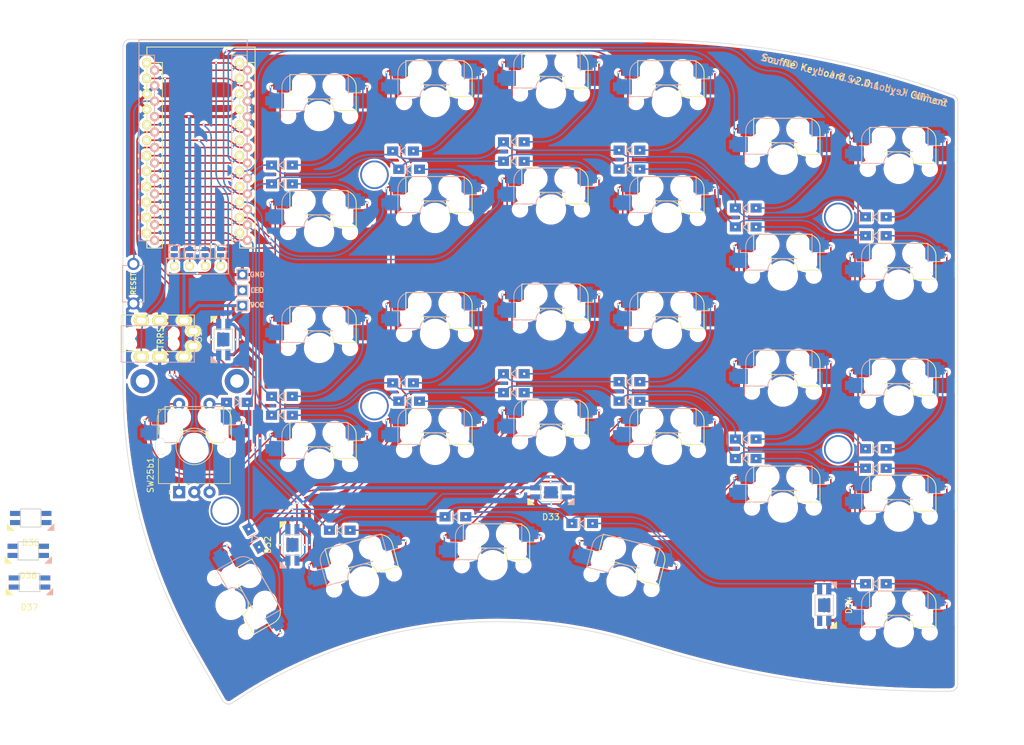
<source format=kicad_pcb>
(kicad_pcb (version 20211014) (generator pcbnew)
  (layers (0 "F.Cu" signal) (31 "B.Cu" signal) (34 "B.Paste" user) (35 "F.Paste" user) (36 "B.SilkS" user "B.Silkscreen") (37 "F.SilkS" user "F.Silkscreen") (38 "B.Mask" user) (39 "F.Mask" user) (44 "Edge.Cuts" user))
  (net 0 "")
  (net 1 "row0")
  (net 2 "Net-(D1-Pad2)")
  (net 3 "Net-(D2-Pad2)")
  (net 4 "Net-(D3-Pad2)")
  (net 5 "Net-(D4-Pad2)")
  (net 6 "Net-(D5-Pad2)")
  (net 7 "Net-(D6-Pad2)")
  (net 8 "row1")
  (net 9 "Net-(D7-Pad2)")
  (net 10 "Net-(D8-Pad2)")
  (net 11 "Net-(D9-Pad2)")
  (net 12 "Net-(D10-Pad2)")
  (net 13 "Net-(D11-Pad2)")
  (net 14 "Net-(D12-Pad2)")
  (net 15 "row2")
  (net 16 "Net-(D13-Pad2)")
  (net 17 "Net-(D14-Pad2)")
  (net 18 "Net-(D15-Pad2)")
  (net 19 "Net-(D16-Pad2)")
  (net 20 "Net-(D17-Pad2)")
  (net 21 "Net-(D18-Pad2)")
  (net 22 "row3")
  (net 23 "Net-(D19-Pad2)")
  (net 24 "Net-(D20-Pad2)")
  (net 25 "Net-(D21-Pad2)")
  (net 26 "Net-(D22-Pad2)")
  (net 27 "Net-(D23-Pad2)")
  (net 28 "Net-(D24-Pad2)")
  (net 29 "row4")
  (net 30 "SW25B")
  (net 31 "Net-(D26-Pad2)")
  (net 32 "Net-(D27-Pad2)")
  (net 33 "Net-(D28-Pad2)")
  (net 34 "Net-(D29-Pad2)")
  (net 35 "Net-(D30-Pad2)")
  (net 36 "VCC")
  (net 37 "LED")
  (net 38 "GND")
  (net 39 "DATA")
  (net 40 "unconnected-(J2-Pad4)")
  (net 41 "Net-(J3-Pad1)")
  (net 42 "Net-(J3-Pad2)")
  (net 43 "Net-(J3-Pad3)")
  (net 44 "Net-(J3-Pad4)")
  (net 45 "SCL")
  (net 46 "SDA")
  (net 47 "RESET")
  (net 48 "SW25A")
  (net 49 "col4")
  (net 50 "col3")
  (net 51 "col2")
  (net 52 "col1")
  (net 53 "col0")
  (net 54 "ENCA")
  (net 55 "ENCB")
  (net 56 "unconnected-(U1-Pad7)")
  (net 57 "unconnected-(U1-Pad24)")
  (net 58 "Net-(D31-Pad2)")
  (net 59 "Net-(D32-Pad2)")
  (net 60 "Net-(D33-Pad2)")
  (net 61 "Net-(D34-Pad2)")
  (net 62 "Net-(D35-Pad2)")
  (net 63 "Net-(D36-Pad2)")
  (footprint "SofleKeyboard-footprint:CherryMX_Hotswap_mod" (layer "F.Cu") (at 163.284 100.273139)
    (fp_text reference "SW22" hide)
    (fp_text value "SW_PUSH" hide)
  )
  (footprint "SofleKeyboard-footprint:CherryMX_Hotswap_mod" (layer "F.Cu") (at 125.184 62.173139)
    (fp_text reference "SW8" hide)
    (fp_text value "SW_PUSH" hide)
  )
  (footprint "SofleKeyboard-footprint:CherryMX_Hotswap_mod" (layer "F.Cu") (at 201.384 54.098139)
    (fp_text reference "SW6" hide)
    (fp_text value "SW_PUSH" hide)
  )
  (footprint "SofleKeyboard-footprint:CherryMX_Hotswap_mod" (layer "F.Cu") (at 144.234 79.823139)
    (fp_text reference "SW15" hide)
    (fp_text value "SW_PUSH" hide)
  )
  (footprint "SofleKeyboard-footprint:HOLE_M2_TH" (layer "F.Cu") (at 115.234 93.073139)
    (fp_text reference "TH5" hide)
    (fp_text value "HOLE" hide)
  )
  (footprint "footprints:YS-SK6812MINI-E" (layer "F.Cu") (at 101.754 115.891139 -90)
    (fp_text reference "D32")
    (fp_text value "SK6812MINI")
    (fp_line (start 1.7 1.5) (end -1.7 1.5) (layer "Edge.Cuts") (width 0.12))
    (fp_line (start -1.7 -1.5) (end -1.7 1.5) (layer "Edge.Cuts") (width 0.12))
    (fp_line (start -1.7 1.5) (end -1.7 -1.5) (layer "Edge.Cuts") (width 0.12))
    (fp_line (start 1.7 -1.5) (end 1.7 1.5) (layer "Edge.Cuts") (width 0.12))
    (fp_line (start 1.7 -1.5) (end -1.7 -1.5) (layer "Edge.Cuts") (width 0.12))
    (fp_line (start -1.7 1.5) (end 1.7 1.5) (layer "Edge.Cuts") (width 0.12))
    (fp_line (start -1.7 -1.5) (end 1.7 -1.5) (layer "Edge.Cuts") (width 0.12))
    (fp_line (start 1.7 1.5) (end 1.7 -1.5) (layer "Edge.Cuts") (width 0.12))
  )
  (footprint "SofleKeyboard-footprint:CherryMX_Hotswap_mod" (layer "F.Cu") (at 163.284 62.173139)
    (fp_text reference "SW10" hide)
    (fp_text value "SW_PUSH" hide)
  )
  (footprint "SofleKeyboard-footprint:Jumper" (layer "F.Cu") (at 87.414 67.787139 90)
    (fp_text reference "JP2" hide)
    (fp_text value "SolderJumper_2_Open" hide)
  )
  (footprint "footprints:YS-SK6812MINI-E" (layer "F.Cu") (at 189.13 125.797139 90)
    (fp_text reference "D34")
    (fp_text value "SK6812MINI")
    (fp_line (start 1.7 1.5) (end 1.7 -1.5) (layer "Edge.Cuts") (width 0.12))
    (fp_line (start -1.7 -1.5) (end 1.7 -1.5) (layer "Edge.Cuts") (width 0.12))
    (fp_line (start 1.7 1.5) (end -1.7 1.5) (layer "Edge.Cuts") (width 0.12))
    (fp_line (start 1.7 -1.5) (end 1.7 1.5) (layer "Edge.Cuts") (width 0.12))
    (fp_line (start -1.7 -1.5) (end -1.7 1.5) (layer "Edge.Cuts") (width 0.12))
    (fp_line (start -1.7 1.5) (end -1.7 -1.5) (layer "Edge.Cuts") (width 0.12))
    (fp_line (start -1.7 1.5) (end 1.7 1.5) (layer "Edge.Cuts") (width 0.12))
    (fp_line (start 1.7 -1.5) (end -1.7 -1.5) (layer "Edge.Cuts") (width 0.12))
  )
  (footprint "SofleKeyboard-footprint:LED" (layer "F.Cu") (at 93.534 76.573139 180)
    (fp_text reference "J1" hide)
    (fp_text value "LED" hide)
  )
  (footprint "SofleKeyboard-footprint:Diode_SOD123" (layer "F.Cu") (at 138.134 90.873139)
    (fp_text reference "D21" hide)
    (fp_text value "D" hide)
  )
  (footprint "SofleKeyboard-footprint:CherryMX_Hotswap_mod" (layer "F.Cu") (at 113.514 121.893139 15)
    (fp_text reference "SW27" hide)
    (fp_text value "SW_PUSH" hide)
  )
  (footprint "SofleKeyboard-footprint:CherryMX_Hotswap_mod" (layer "F.Cu") (at 106.134 45.423139)
    (fp_text reference "SW1" hide)
    (fp_text value "SW_PUSH" hide)
  )
  (footprint "SofleKeyboard-footprint:Diode_SOD123" (layer "F.Cu") (at 100.034 53.473139)
    (fp_text reference "D1" hide)
    (fp_text value "D" hide)
  )
  (footprint "SofleKeyboard-footprint:Diode_SOD123" (layer "F.Cu") (at 197.61525 61.998139)
    (fp_text reference "D6" hide)
    (fp_text value "D" hide)
  )
  (footprint "footprints:YS-SK6812MINI-E" (layer "F.Cu") (at 144.234 107.255139)
    (fp_text reference "D33")
    (fp_text value "SK6812MINI")
    (fp_line (start -1.7 -1.5) (end -1.7 1.5) (layer "Edge.Cuts") (width 0.12))
    (fp_line (start 1.7 -1.5) (end 1.7 1.5) (layer "Edge.Cuts") (width 0.12))
    (fp_line (start -1.7 1.5) (end 1.7 1.5) (layer "Edge.Cuts") (width 0.12))
    (fp_line (start 1.7 1.5) (end -1.7 1.5) (layer "Edge.Cuts") (width 0.12))
    (fp_line (start 1.7 1.5) (end 1.7 -1.5) (layer "Edge.Cuts") (width 0.12))
    (fp_line (start -1.7 1.5) (end -1.7 -1.5) (layer "Edge.Cuts") (width 0.12))
    (fp_line (start -1.7 -1.5) (end 1.7 -1.5) (layer "Edge.Cuts") (width 0.12))
    (fp_line (start 1.7 -1.5) (end -1.7 -1.5) (layer "Edge.Cuts") (width 0.12))
  )
  (footprint "footprints:YS-SK6812MINI-E" (layer "F.Cu") (at 58.3565 116.869639)
    (fp_text reference "D36")
    (fp_text value "SK6812MINI")
    (fp_line (start -1.7 1.5) (end 1.7 1.5) (layer "Edge.Cuts") (width 0.12))
    (fp_line (start -1.7 -1.5) (end -1.7 1.5) (layer "Edge.Cuts") (width 0.12))
    (fp_line (start 1.7 1.5) (end 1.7 -1.5) (layer "Edge.Cuts") (width 0.12))
    (fp_line (start -1.7 -1.5) (end 1.7 -1.5) (layer "Edge.Cuts") (width 0.12))
    (fp_line (start 1.7 1.5) (end -1.7 1.5) (layer "Edge.Cuts") (width 0.12))
    (fp_line (start 1.7 -1.5) (end 1.7 1.5) (layer "Edge.Cuts") (width 0.12))
    (fp_line (start 1.7 -1.5) (end -1.7 -1.5) (layer "Edge.Cuts") (width 0.12))
    (fp_line (start -1.7 1.5) (end -1.7 -1.5) (layer "Edge.Cuts") (width 0.12))
  )
  (footprint "SofleKeyboard-footprint:CherryMX_Hotswap_mod" (layer "F.Cu") (at 201.384 73.148139)
    (fp_text reference "SW12" hide)
    (fp_text value "SW_PUSH" hide)
  )
  (footprint "Rotary_Encoder:RotaryEncoder_Alps_EC11E-Switch_Vertical_H20mm" (layer "F.Cu") (at 83.134 107.223139 90)
    (fp_text reference "SW25b1")
    (fp_text value "RotaryEncoder_Switch")
  )
  (footprint "SofleKeyboard-footprint:Diode_SOD123" (layer "F.Cu") (at 95.434 114.773139 -60)
    (fp_text reference "D26" hide)
    (fp_text value "D" hide)
  )
  (footprint "SofleKeyboard-footprint:CherryMX_Hotswap_mod" (layer "F.Cu") (at 182.334 71.648139)
    (fp_text reference "SW11" hide)
    (fp_text value "SW_PUSH" hide)
  )
  (footprint "SofleKeyboard-footprint:CherryMX_Hotswap_mod" (layer "F.Cu") (at 106.134 102.573139)
    (fp_text reference "SW19" hide)
    (fp_text value "SW_PUSH" hide)
  )
  (footprint "SofleKeyboard-footprint:TACT_SWITCH_TVBP06" (layer "F.Cu") (at 75.634 72.973139 90)
    (fp_text reference "RSW1" hide)
    (fp_text value "SW_RST" hide)
  )
  (footprint "SofleKeyboard-footprint:CherryMX_Hotswap_mod" (layer "F.Cu") (at 144.234 60.773139)
    (fp_text reference "SW9" hide)
    (fp_text value "SW_PUSH" hide)
  )
  (footprint "SofleKeyboard-footprint:CherryMX_Hotswap_mod" (layer "F.Cu") (at 182.334 90.698139)
    (fp_text reference "SW17" hide)
    (fp_text value "SW_PUSH" hide)
  )
  (footprint "SofleKeyboard-footprint:HOLE_M2_TH" (layer "F.Cu") (at 115.234 55.073139)
    (fp_text reference "TH3" hide)
    (fp_text value "HOLE" hide)
  )
  (footprint "SofleKeyboard-footprint:CherryMX_Hotswap_mod" (layer "F.Cu") (at 182.334 109.748139)
    (fp_text reference "SW23" hide)
    (fp_text value "SW_PUSH" hide)
  )
  (footprint "SofleKeyboard-footprint:Diode_SOD123" (layer "F.Cu") (at 176.234 63.648139)
    (fp_text reference "D11" hide)
    (fp_text value "D" hide)
  )
  (footprint "SofleKeyboard-footprint:CherryMX_Hotswap_mod" (layer "F.Cu") (at 85.634 99.973139)
    (fp_text reference "SW25" hide)
    (fp_text value "SW_PUSH" hide)
  )
  (footprint "SofleKeyboard-footprint:Diode_SOD123" (layer "F.Cu") (at 109.534 113.473139)
    (fp_text reference "D27" hide)
    (fp_text value "D" hide)
  )
  (footprint "SofleKeyboard-footprint:Diode_SOD123" (layer "F.Cu") (at 120.934 54.173139)
    (fp_text reference "D8" hide)
    (fp_text value "D" hide)
  )
  (footprint "SofleKeyboard-footprint:MJ-4PP-9" (layer "F.Cu") (at 73.634 81.123139 90)
    (fp_text reference "J2")
    (fp_text value "4PIN" hide)
  )
  (footprint "SofleKeyboard-footprint:CherryMX_Hotswap_1.5_mod" (layer "F.Cu") (at 91.594 125.743139 -60)
    (fp_text reference "SW26" hide)
    (fp_text value "SW_PUSH" hide)
  )
  (footprint "SofleKeyboard-footprint:Diode_SOD123" (layer "F.Cu") (at 138.134 49.673139)
    (fp_text reference "D3" hide)
    (fp_text value "D" hide)
  )
  (footprint "SofleKeyboard-footprint:M2_HOLE_PCB" (layer "F.Cu") (at 77.134 88.973139)
    (fp_text reference "TH1" hide)
    (fp_text value "HOLE")
  )
  (footprint "SofleKeyboard-footprint:Diode_SOD123" (layer "F.Cu") (at 100.034 94.573139)
    (fp_text reference "D19" hide)
    (fp_text value "D" hide)
  )
  (footprint "SofleKeyboard-footprint:OLED_4Pin" (layer "F.Cu") (at 82.334 70.073139)
    (fp_text reference "J3" hide)
    (fp_text value "OLED" hide)
  )
  (footprint "SofleKeyboard-footprint:Diode_SOD123" (layer "F.Cu") (at 157.134 92.273139)
    (fp_text reference "D22" hide)
    (fp_text value "D" hide)
  )
  (footprint "footprints:YS-SK6812MINI-E" (layer "F.Cu") (at 90.394 82.143139 -90)
    (fp_text reference "D31")
    (fp_text value "SK6812MINI")
    (fp_line (start 1.7 1.5) (end -1.7 1.5) (layer "Edge.Cuts") (width 0.12))
    (fp_line (start 1.7 1.5) (end 1.7 -1.5) (layer "Edge.Cuts") (width 0.12))
    (fp_line (start -1.7 -1.5) (end -1.7 1.5) (layer "Edge.Cuts") (width 0.12))
    (fp_line (start -1.7 1.5) (end 1.7 1.5) (layer "Edge.Cuts") (width 0.12))
    (fp_line (start 1.7 -1.5) (end -1.7 -1.5) (layer "Edge.Cuts") (width 0.12))
    (fp_line (start -1.7 -1.5) (end 1.7 -1.5) (layer "Edge.Cuts") (width 0.12))
    (fp_line (start -1.7 1.5) (end -1.7 -1.5) (layer "Edge.Cuts") (width 0.12))
    (fp_line (start 1.7 -1.5) (end 1.7 1.5) (layer "Edge.Cuts") (width 0.12))
  )
  (footprint "SofleKeyboard-footprint:M2_HOLE_PCB" (layer "F.Cu") (at 92.634 88.973139)
    (fp_text reference "TH2" hide)
    (fp_text value "HOLE")
  )
  (footprint "SofleKeyboard-footprint:CherryMX_Hotswap_mod" (layer "F.Cu") (at 125.184 43.123139)
    (fp_text reference "SW2" hide)
    (fp_text value "SW_PUSH" hide)
  )
  (footprint "SofleKeyboard-footprint:Diode_SOD123" (layer "F.Cu") (at 92.634 92.473139 180)
    (fp_text reference "D25" hide)
    (fp_text value "D" hide)
  )
  (footprint "SofleKeyboard-footprint:Diode_SOD123" (layer "F.Cu") (at 157.134 54.135639)
    (fp_text reference "D10" hide)
    (fp_text value "D" hide)
  )
  (footprint "SofleKeyboard-footprint:Diode_SOD123" (layer "F.Cu") (at 138.134 87.773139)
    (fp_text reference "D15" hide)
    (fp_text value "D" hide)
  )
  (footprint "SofleKeyboard-footprint:Diode_SOD123" (layer "F.Cu") (at 100.034 56.573139)
    (fp_text reference "D7" hide)
    (fp_text value "D" hide)
  )
  (footprint "SofleKeyboard-footprint:Diode_SOD123" (layer "F.Cu") (at 157.134 89.073139)
    (fp_text reference "D16" hide)
    (fp_text value "D" hide)
  )
  (footprint "SofleKeyboard-footprint:CherryMX_Hotswap_mod" (layer "F.Cu") (at 125.184 100.273139)
    (fp_text reference "SW20" hide)
    (fp_text value "SW_PUSH" hide)
  )
  (footprint "SofleKeyboard-footprint:CherryMX_Hotswap_mod" (layer "F.Cu") (at 201.384 111.248139)
    (fp_text reference "SW24" hide)
    (fp_text value "SW_PUSH" hide)
  )
  (footprint "SofleKeyboard-footprint:CherryMX_Hotswap_mod" (layer "F.Cu") (at 134.634 119.223139)
    (fp_text reference "SW28" hide)
    (fp_text value "SW_PUSH" hide)
  )
  (footprint "SofleKeyboard-footprint:Diode_SOD123" (layer "F.Cu") (at 197.61525 100.098139)
    (fp_text reference "D18" hide)
    (fp_text value "D" hide)
  )
  (footprint "SofleKeyboard-footprint:CherryMX_Hotswap_mod" (layer "F.Cu") (at 182.334 52.598139)
    (fp_text reference "SW5" hide)
    (fp_text value "SW_PUSH" hide)
  )
  (footprint "SofleKeyboard-footprint:Diode_SOD123" (layer "F.Cu") (at 128.534 111.273139)
    (fp_text reference "D28" hide)
    (fp_text value "D" hide)
  )
  (footprint "SofleKeyboard-footprint:Diode_SOD123" (layer "F.Cu") (at 197.61525 103.298139)
    (fp_text reference "D24" hide)
    (fp_text value "D" hide)
  )
  (footprint "SofleKeyboard-footprint:Diode_SOD123" (layer "F.Cu") (at 197.61525 65.098139)
    (fp_text reference "D12" hide)
    (fp_text value "D" hide)
  )
  (footprint "SofleKeyboard-footprint:Jumper" (layer "F.Cu") (at 82.334 67.787139 90)
    (fp_text reference "JP4" hide)
    (fp_text value "SolderJumper_2_Open" hide)
  )
  (footprint "SofleKeyboard-footprint:ProMicro" (layer "F.Cu") (at 86.634 51.473139)
    (fp_text reference "U1" hide)
    (fp_text value "ProMicro" hide)
  )
  (footprint "SofleKeyboard-footprint:Diode_SOD123" (layer "F.Cu") (at 176.234 60.535639)
    (fp_text reference "D5" hide)
    (fp_text value "D" hide)
  )
  (footprint "SofleKeyboard-footprint:CherryMX_Hotswap_mod" (layer "F.Cu") (at 163.284 81.223139)
    (fp_text reference "SW16" hide)
    (fp_text value "SW_PUSH" hide)
  )
  (footprint "SofleKeyboard-footprint:Diode_SOD123" (layer "F.Cu") (at 149.368637 112.368138)
    (fp_text reference "D29" hide)
    (fp_text value "D" hide)
  )
  (footprint "SofleKeyboard-footprint:Diode_SOD123" (layer "F.Cu") (at 138.134 52.848139)
    (fp_text reference "D9" hide)
    (fp_text value "D" hide)
  )
  (footprint "SofleKeyboard-footprint:Jumper" (layer "F.Cu") (at 89.954 67.787139 90)
    (fp_text reference "JP1" hide)
    (fp_text value "SolderJumper_2_Open" hide)
  )
  (footprint "SofleKeyboard-footprint:HOLE_M2_TH" (layer "F.Cu") (at 191.434 61.998139)
    (fp_text reference "TH4" hide)
    (fp_text value "HOLE" hide)
  )
  (footprint "SofleKeyboard-footprint:Diode_SOD123" (layer "F.Cu") (at 176.234 98.498139)
    (fp_text reference "D17" hide)
    (fp_text value "D" hide)
  )
  (footprint "SofleKeyboard-footprint:CherryMX_Hotswap_mod" (layer "F.Cu") (at 125.184 81.223139)
    (fp_text reference "SW14" hide)
    (fp_text value "SW_PUSH" hide)
  )
  (footprint "SofleKeyboard-footprint:Diode_SOD123" (layer "F.Cu") (at 176.234 101.698139)
    (fp_text reference "D23" hide)
    (fp_text value "D" hide)
  )
  (footprint "SofleKeyboard-footprint:CherryMX_Hotswap_mod" (layer "F.Cu") (at 106.134 64.473139)
    (fp_text reference "SW7" hide)
    (fp_text value "SW_PUSH" hide)
  )
  (footprint "footprints:YS-SK6812MINI-E" (layer "F.Cu") (at 58.5565 122.069639)
    (fp_text reference "D37")
    (fp_text value "SK6812MINI")
    (fp_line (start 1.7 -1.5) (end -1.7 -1.5) (layer "Edge.Cuts") (width 0.12))
    (fp_line (start 1.7 -1.5) (end 1.7 1.5) (layer "Edge.Cuts") (width 0.12))
    (fp_line (start -1.7 1.5) (end -1.7 -1.5) (layer "Edge.Cuts") (width 0.12))
    (fp_line (start 1.7 1.5) (end -1.7 1.5) (layer "Edge.Cuts") (width 0.12))
    (fp_line (start -1.7 1.5) (end 1.7 1.5) (layer "Edge.Cuts") (width 0.12))
    (fp_line (start 1.7 1.5) (end 1.7 -1.5) (layer "Edge.Cuts") (width 0.12))
    (fp_line (start -1.7 -1.5) (end 1.7 -1.5) (layer "Edge.Cuts") (width 0.12))
    (fp_line (start -1.7 -1.5) (end -1.7 1.5) (layer "Edge.Cuts") (width 0.12))
  )
  (footprint "SofleKeyboard-footprint:Diode_SOD123" (layer "F.Cu") (at 157.134 51.035639)
    (fp_text reference "D4" hide)
    (fp_text value "D" hide)
  )
  (footprint "SofleKeyboard-footprint:Diode_SOD123" (layer "F.Cu") (at 120.934 92.273139)
    (fp_text reference "D20" hide)
    (fp_text value "D" hide)
  )
  (footprint "SofleKeyboard-footprint:Jumper" (layer "F.Cu") (at 84.874 67.787139 90)
    (fp_text reference "JP3" hide)
    (fp_text value "SolderJumper_2_Open" hide)
  )
  (footprint "SofleKeyboard-footprint:CherryMX_Hotswap_mod" (layer "F.Cu") (at 163.284 43.123139)
    (fp_text reference "SW4" hide)
    (fp_text value "SW_PUSH" hide)
  )
  (footprint "SofleKeyboard-footprint:CherryMX_Hotswap_mod" (layer "F.Cu") (at 144.234 41.723139)
    (fp_text reference "SW3" hide)
    (fp_text value "SW_PUSH" hide)
  )
  (footprint "SofleKeyboard-footprint:CherryMX_Hotswap_mod" (layer "F.Cu") (at 201.384 130.27154)
    (fp_text reference "SW30" hide)
    (fp_text value "SW_PUSH" hide)
  )
  (footprint "SofleKeyboard-footprint:Diode_SOD123" (layer "F.Cu") (at 119.934 51.173139)
    (fp_text reference "D2" hide)
    (fp_text value "D" hide)
  )
  (footprint "SofleKeyboard-footprint:HOLE_M2_TH" (layer "F.Cu") (at 191.434 100.198139)
    (fp_text reference "TH6" hide)
    (fp_text value "HOLE" hide)
  )
  (footprint "footprints:YS-SK6812MINI-E" (layer "F.Cu") (at 58.7565 111.469639)
    (fp_text reference "D35")
    (fp_text value "SK6812MINI")
    (fp_line (start -1.7 1.5) (end -1.7 -1.5) (layer "Edge.Cuts") (width 0.12))
    (fp_line (start 1.7 -1.5) (end -1.7 -1.5) (layer "Edge.Cuts") (width 0.12))
    (fp_line (start 1.7 -1.5) (end 1.7 1.5) (layer "Edge.Cuts") (width 0.12))
    (fp_line (start -1.7 -1.5) (end -1.7 1.5) (layer "Edge.Cuts") (width 0.12))
    (fp_line (start -1.7 1.5) (end 1.7 1.5) (layer "Edge.Cuts") (width 0.12))
    (fp_line (start 1.7 1.5) (end 1.7 -1.5) (layer "Edge.Cuts") (width 0.12))
    (fp_line (start -1.7 -1.5) (end 1.7 -1.5) (layer "Edge.Cuts") (width 0.12))
    (fp_line (start 1.7 1.5) (end -1.7 1.5) (layer "Edge.Cuts") (width 0.12))
  )
  (footprint "SofleKeyboard-footprint:CherryMX_Hotswap_mod" (layer "F.Cu") (at 144.234 98.873139)
    (fp_text reference "SW21" hide)
    (fp_text value "SW_PUSH" hide)
  )
  (footprint "SofleKeyboard-footprint:Diode_SOD123" (layer "F.Cu") (at 197.61525 122.270539)
    (fp_text reference "D30" hide)
    (fp_text value "D" hide)
  )
  (footprint "SofleKeyboard-footprint:CherryMX_Hotswap_mod" (layer "F.Cu") (at 155.831137 121.893138 -14)
    (fp_text reference "SW29" hide)
    (fp_text value "SW_PUSH" hide)
  )
  (footprint "SofleKeyboard-footprint:HOLE_M2_TH" (layer "F.Cu") (at 90.634 110.273139 90)
    (fp_text reference "TH7" hide)
    (fp_text value "HOLE" hide)
  )
  (footprint "SofleKeyboard-footprint:Diode_SOD123" (layer "F.Cu") (at 119.934 89.273139)
    (fp_text reference "D14" hide)
    (fp_text value "D" hide)
  )
  (footprint "SofleKeyboard-footprint:CherryMX_Hotswap_mod" (layer "F.Cu") (at 106.134 83.523139)
    (fp_text reference "SW13" hide)
    (fp_text value "SW_PUSH" hide)
  )
  (footprint "SofleKeyboard-footprint:CherryMX_Hotswap_mod" (layer "F.Cu") (at 201.384 92.198139)
    (fp_text reference "SW18" hide)
    (fp_text value "SW_PUSH" hide)
  )
  (footprint "SofleKeyboard-footprint:Diode_SOD123" (layer "F.Cu") (at 100.034 91.473139)
    (fp_text reference "D13" hide)
    (fp_text value "D" hide)
  )
  (footprint "SofleKeyboard-footprint:Jumper" (layer "B.Cu") (at 84.874 67.787139 90)
    (fp_text reference "JP7" hide)
    (fp_text value "SolderJumper_2_Open" hide)
  )
  (footprint "SofleKeyboard-footprint:Jumper" (layer "B.Cu") (at 87.414 67.787139 90)
    (fp_text reference "JP6" hide)
    (fp_text value "SolderJumper_2_Open" hide)
  )
  (footprint "SofleKeyboard-footprint:Jumper" (layer "B.Cu") (at 82.334 67.787139 90)
    (fp_text reference "JP8" hide)
    (fp_text value "SolderJumper_2_Open" hide)
  )
  (footprint "SofleKeyboard-footprint:Jumper" (layer "B.Cu") (at 89.954 67.787139 90)
    (fp_text reference "JP5" hide)
    (fp_text value "SolderJumper_2_Open" hide)
  )
  (gr_line (start 90.40507 141.641469) (end 90.283386 141.469069) (layer "Edge.Cuts") (width 0.1))
  (gr_line (start 73.998377 33.502153) (end 74.10459 33.306466) (layer "Edge.Cuts") (width 0.1))
  (gr_line (start 210.019191 139.917143) (end 209.7636 139.935639) (layer "Edge.Cuts") (width 0.1))
  (gr_line (start 210.437331 139.801743) (end 210.236601 139.878543) (layer "Edge.Cuts") (width 0.1))
  (gr_line (start 210.917881 42.466614) (end 211.004281 42.647479) (layer "Edge.Cuts") (width 0.1))
  (gr_line (start 91.506976 142.022919) (end 91.302308 142.045119) (layer "Edge.Cuts") (width 0.1))
  (gr_line (start 74.245259 33.13597) (end 74.415752 32.995299) (layer "Edge.Cuts") (width 0.1))
  (gr_line (start 211.004281 42.647479) (end 211.058381 42.843378) (layer "Edge.Cuts") (width 0.1))
  (gr_line (start 74.611436 32.889084) (end 74.82768 32.821954) (layer "Edge.Cuts") (width 0.1))
  (gr_line (start 211.0717 138.779939) (end 211.057881 138.988205) (layer "Edge.Cuts") (width 0.1))
  (gr_line (start 210.997481 139.194474) (end 210.901481 139.383074) (layer "Edge.Cuts") (width 0.1))
  (gr_line (start 90.283386 141.469069) (end 85.872 133.769139) (layer "Edge.Cuts") (width 0.1))
  (gr_line (start 210.660621 42.164407) (end 210.802321 42.304389) (layer "Edge.Cuts") (width 0.1))
  (gr_line (start 91.709202 141.962619) (end 91.881794 141.860999) (layer "Edge.Cuts") (width 0.1))
  (gr_line (start 210.802321 42.304389) (end 210.917881 42.466614) (layer "Edge.Cuts") (width 0.1))
  (gr_line (start 90.720149 141.899419) (end 90.552207 141.785459) (layer "Edge.Cuts") (width 0.1))
  (gr_line (start 164.358 133.769139) (end 157.5 131.737139) (layer "Edge.Cuts") (width 0.1))
  (gr_line (start 91.302308 142.045119) (end 91.099848 142.030819) (layer "Edge.Cuts") (width 0.1))
  (gr_line (start 209.7636 139.935639) (end 209.535 139.935639) (layer "Edge.Cuts") (width 0.1))
  (gr_line (start 210.617591 139.690824) (end 210.437331 139.801743) (layer "Edge.Cuts") (width 0.1))
  (gr_arc (start 85.872 133.769139) (mid 77.043897 112.704637) (end 73.909257 90.081139) (layer "Edge.Cuts") (width 0.1))
  (gr_line (start 210.773571 139.549894) (end 210.617591 139.690824) (layer "Edge.Cuts") (width 0.1))
  (gr_arc (start 158.008 32.798624) (mid 184.66071 35.105324) (end 210.495871 42.050273) (layer "Edge.Cuts") (width 0.1))
  (gr_line (start 74.10459 33.306466) (end 74.245259 33.13597) (layer "Edge.Cuts") (width 0.1))
  (gr_line (start 73.931257 33.7184) (end 73.998377 33.502153) (layer "Edge.Cuts") (width 0.1))
  (gr_line (start 73.909257 90.081139) (end 73.907857 33.950574) (layer "Edge.Cuts") (width 0.1))
  (gr_line (start 210.236601 139.878543) (end 210.019191 139.917143) (layer "Edge.Cuts") (width 0.1))
  (gr_line (start 210.901481 139.383074) (end 210.773571 139.549894) (layer "Edge.Cuts") (width 0.1))
  (gr_line (start 91.709202 141.962619) (end 91.506976 142.022919) (layer "Edge.Cuts") (width 0.1))
  (gr_line (start 91.099848 142.030819) (end 90.904246 141.981719) (layer "Edge.Cuts") (width 0.1))
  (gr_line (start 211.058381 42.843378) (end 211.077181 43.050709) (layer "Edge.Cuts") (width 0.1))
  (gr_line (start 211.057881 138.988205) (end 210.997481 139.194474) (layer "Edge.Cuts") (width 0.1))
  (gr_arc (start 91.881794 141.860999) (mid 123.551225 129.412239) (end 157.5 131.737139) (layer "Edge.Cuts") (width 0.1))
  (gr_line (start 75.059853 32.798544) (end 158.008 32.798624) (layer "Edge.Cuts") (width 0.1))
  (gr_line (start 74.82768 32.821954) (end 75.059853 32.798544) (layer "Edge.Cuts") (width 0.1))
  (gr_line (start 90.904246 141.981719) (end 90.720149 141.899419) (layer "Edge.Cuts") (width 0.1))
  (gr_line (start 74.415752 32.995299) (end 74.611436 32.889084) (layer "Edge.Cuts") (width 0.1))
  (gr_line (start 210.495871 42.050273) (end 210.660621 42.164407) (layer "Edge.Cuts") (width 0.1))
  (gr_line (start 73.907857 33.950574) (end 73.931257 33.7184) (layer "Edge.Cuts") (width 0.1))
  (gr_line (start 211.077181 43.050709) (end 211.0717 138.779939) (layer "Edge.Cuts") (width 0.1))
  (gr_arc (start 209.535 139.935639) (mid 186.721075 138.503894) (end 164.358 133.769139) (layer "Edge.Cuts") (width 0.1))
  (gr_line (start 90.552207 141.785459) (end 90.40507 141.641469) (layer "Edge.Cuts") (width 0.1))
  (gr_text "Soufflé Keyboard v2.0.1 by J Climent" (at 194.076 39.535139 -14) (layer "B.SilkS") (effects (font (size 1.1 1.1) (thickness 0.2)) (justify mirror)))
  (gr_text "Soufflé Keyboard v2.0.1 by J Climent\n" (at 194.076 39.535139 -14) (layer "F.SilkS") (effects (font (size 1.1 1.1) (thickness 0.2))))
  (segment (start 90.671229 54.483139) (end 77.814 54.483139) (width 0.25) (layer "F.Cu") (net 1))
  (segment (start 93.319381 55.678884) (end 94.352815 55.678884) (width 0.25) (layer "F.Cu") (net 1))
  (segment (start 92.132552 55.098942) (end 92.283355 55.249746) (width 0.25) (layer "F.Cu") (net 1))
  (segment (start 92.114621 55.081011) (end 92.132552 55.098942) (width 0.25) (layer "F.Cu") (net 1))
  (arc (start 92.283355 55.249746) (mid 92.758687 55.567354) (end 93.319381 55.678884) (width 0.25) (layer "F.Cu") (net 1))
  (arc (start 92.114621 55.081011) (mid 91.452387 54.63852) (end 90.671229 54.483139) (width 0.25) (layer "F.Cu") (net 1))
  (segment (start 95.930847 54.100851) (end 94.352815 55.678884) (width 0.25) (layer "B.Cu") (net 1))
  (segment (start 154.67386 51.035639) (end 138.759932 51.035639) (width 0.25) (layer "B.Cu") (net 1))
  (segment (start 100.819974 54.929389) (end 107.013935 54.929389) (width 0.25) (layer "B.Cu") (net 1))
  (segment (start 120.325205 52.398139) (end 131.782134 52.398139) (width 0.25) (layer "B.Cu") (net 1))
  (segment (start 117.241744 51.754389) (end 114.679064 51.754389) (width 0.25) (layer "B.Cu") (net 1))
  (segment (start 188.456999 60.648138) (end 188.864752 60.240387) (width 0.25) (layer "B.Cu") (net 1))
  (segment (start 135.75275 50.354389) (end 135.0715 51.035639) (width 0.25) (layer "B.Cu") (net 1))
  (segment (start 185.016745 62.073139) (end 177.158676 62.073139) (width 0.25) (layer "B.Cu") (net 1))
  (segment (start 157.269139 52.110639) (end 165.703932 52.110639) (width 0.25) (layer "B.Cu") (net 1))
  (segment (start 173.880316 58.033059) (end 169.551688 53.704431) (width 0.25) (layer "B.Cu") (net 1))
  (segment (start 194.099665 60.182554) (end 195.91525 61.998139) (width 0.25) (layer "B.Cu") (net 1))
  (segment (start 175.187683 61.189322) (end 175.30275 61.304389) (width 0.25) (layer "B.Cu") (net 1))
  (segment (start 98.961712 54.100851) (end 99.062125 54.201264) (width 0.25) (layer "B.Cu") (net 1))
  (segment (start 191.783462 59.223141) (end 191.320645 59.223138) (width 0.25) (layer "B.Cu") (net 1))
  (segment (start 118.8465 51.785639) (end 118.524625 51.463764) (width 0.25) (layer "B.Cu") (net 1))
  (arc (start 118.524625 51.463764) (mid 118.234 51.343383) (end 117.943375 51.463764) (width 0.25) (layer "B.Cu") (net 1))
  (arc (start 97.44628 53.473139) (mid 96.626133 53.636276) (end 95.930847 54.100851) (width 0.25) (layer "B.Cu") (net 1))
  (arc (start 174.534 59.611191) (mid 174.703886 60.465269) (end 175.187683 61.189322) (width 0.25) (layer "B.Cu") (net 1))
  (arc (start 114.679064 51.754389) (mid 112.604895 52.166966) (end 110.8465 53.341889) (width 0.25) (layer "B.Cu") (net 1))
  (arc (start 155.9715 51.573139) (mid 156.566861 51.970947) (end 157.269139 52.110639) (width 0.25) (layer "B.Cu") (net 1))
  (arc (start 175.30275 61.304389) (mid 176.154256 61.873347) (end 177.158676 62.073139) (width 0.25) (layer "B.Cu") (net 1))
  (arc (start 110.8465 53.341889) (mid 109.088104 54.516811) (end 107.013935 54.929389) (width 0.25) (layer "B.Cu") (net 1))
  (arc (start 137.11525 50.354389) (mid 136.434 50.072206) (end 135.75275 50.354389) (width 0.25) (layer "B.Cu") (net 1))
  (arc (start 173.880316 58.033059) (mid 174.364113 58.757112) (end 174.534 59.611191) (width 0.25) (layer "B.Cu") (net 1))
  (arc (start 118.8465 51.785639) (mid 119.524935 52.238955) (end 120.325205 52.398139) (width 0.25) (layer "B.Cu") (net 1))
  (arc (start 169.551688 53.704431) (mid 167.786322 52.524852) (end 165.703932 52.110639) (width 0.25) (layer "B.Cu") (net 1))
  (arc (start 98.961712 54.100851) (mid 98.266426 53.636276) (end 97.44628 53.473139) (width 0.25) (layer "B.Cu") (net 1))
  (arc (start 155.9715 51.573139) (mid 155.376137 51.17533) (end 154.67386 51.035639) (width 0.25) (layer "B.Cu") (net 1))
  (arc (start 194.099665 60.182554) (mid 193.036982 59.472489) (end 191.783462 59.223141) (width 0.25) (layer "B.Cu") (net 1))
  (arc (start 188.456999 60.648138) (mid 186.878597 61.702793) (end 185.016745 62.073139) (width 0.25) (layer "B.Cu") (net 1))
  (arc (start 135.0715 51.035639) (mid 133.562326 52.044036) (end 131.782134 52.398139) (width 0.25) (layer "B.Cu") (net 1))
  (arc (start 99.062125 54.201264) (mid 99.868633 54.740155) (end 100.819974 54.929389) (width 0.25) (layer "B.Cu") (net 1))
  (arc (start 191.320645 59.223138) (mid 189.991526 59.487507) (end 188.864752 60.240387) (width 0.25) (layer "B.Cu") (net 1))
  (arc (start 117.943375 51.463764) (mid 117.621463 51.678858) (end 117.241744 51.754389) (width 0.25) (layer "B.Cu") (net 1))
  (arc (start 137.11525 50.354389) (mid 137.869836 50.858587) (end 138.759932 51.035639) (width 0.25) (layer "B.Cu") (net 1))
  (segment (start 114.32775 42.666889) (end 114.634 42.973139) (width 0.25) (layer "F.Cu") (net 2))
  (segment (start 114.0215 40.641889) (end 114.0215 41.927536) (width 0.25) (layer "F.Cu") (net 2))
  (via (at 114.0215 40.641889) (size 0.4) (drill 0.3) (layers "F.Cu" "B.Cu") (net 2))
  (arc (start 114.0215 41.927536) (mid 114.101091 42.32767) (end 114.32775 42.666889) (width 0.25) (layer "F.Cu") (net 2))
  (segment (start 113.543375 40.373139) (end 113.562715 40.373139) (width 0.25) (layer "B.Cu") (net 2))
  (segment (start 113.887125 40.507514) (end 114.0215 40.641889) (width 0.25) (layer "B.Cu") (net 2))
  (segment (start 113.334 40.582514) (end 113.334 44.564) (width 0.25) (layer "B.Cu") (net 2))
  (segment (start 104.424861 53.473139) (end 101.734 53.473139) (width 0.25) (layer "B.Cu") (net 2))
  (segment (start 108.272617 51.879346) (end 111.740207 48.411756) (width 0.25) (layer "B.Cu") (net 2))
  (arc (start 108.272617 51.879346) (mid 106.507251 53.058925) (end 104.424861 53.473139) (width 0.25) (layer "B.Cu") (net 2))
  (arc (start 113.334 44.564) (mid 112.919786 46.64639) (end 111.740207 48.411756) (width 0.25) (layer "B.Cu") (net 2))
  (arc (start 113.887125 40.507514) (mid 113.738284 40.408061) (end 113.562715 40.373139) (width 0.25) (layer "B.Cu") (net 2))
  (arc (start 113.543375 40.373139) (mid 113.395324 40.434463) (end 113.334 40.582514) (width 0.25) (layer "B.Cu") (net 2))
  (segment (start 133.35275 40.291889) (end 133.634 40.573139) (width 0.25) (layer "F.Cu") (net 3))
  (segment (start 133.0715 38.260639) (end 133.0715 39.612891) (width 0.25) (layer "F.Cu") (net 3))
  (via (at 133.0715 38.260639) (size 0.4) (drill 0.3) (layers "F.Cu" "B.Cu") (net 3))
  (arc (start 133.0715 39.612891) (mid 133.144594 39.980362) (end 133.35275 40.291889) (width 0.25) (layer "F.Cu") (net 3))
  (segment (start 132.559 37.973139) (end 132.580706 37.973139) (width 0.25) (layer "B.Cu") (net 3))
  (segment (start 132.92775 38.116889) (end 133.0715 38.260639) (width 0.25) (layer "B.Cu") (net 3))
  (segment (start 123.27775 51.173139) (end 121.634 51.173139) (width 0.25) (layer "B.Cu") (net 3))
  (segment (start 132.334 38.198139) (end 132.334 41.506675) (width 0.25) (layer "B.Cu") (net 3))
  (segment (start 126.083806 50.010832) (end 130.740207 45.354431) (width 0.25) (layer "B.Cu") (net 3))
  (arc (start 132.559 37.973139) (mid 132.3999 38.039039) (end 132.334 38.198139) (width 0.25) (layer "B.Cu") (net 3))
  (arc (start 132.334 41.506675) (mid 131.919786 43.589065) (end 130.740207 45.354431) (width 0.25) (layer "B.Cu") (net 3))
  (arc (start 126.083806 50.010832) (mid 124.796376 50.871065) (end 123.27775 51.173139) (width 0.25) (layer "B.Cu") (net 3))
  (arc (start 132.92775 38.116889) (mid 132.768525 38.010498) (end 132.580706 37.973139) (width 0.25) (layer "B.Cu") (net 3))
  (segment (start 152.1215 36.673139) (end 152.1215 38.137536) (width 0.25) (layer "F.Cu") (net 4))
  (segment (start 152.42775 38.876889) (end 152.734 39.183139) (width 0.25) (layer "F.Cu") (net 4))
  (via (at 152.1215 36.673139) (size 0.4) (drill 0.3) (layers "F.Cu" "B.Cu") (net 4))
  (arc (start 152.1215 38.137536) (mid 152.201091 38.53767) (end 152.42775 38.876889) (width 0.25) (layer "F.Cu") (net 4))
  (segment (start 151.434 36.881889) (end 151.434 40.774) (width 0.25) (layer "B.Cu") (net 4))
  (segment (start 142.534861 49.673139) (end 139.834 49.673139) (width 0.25) (layer "B.Cu") (net 4))
  (segment (start 146.382617 48.079346) (end 149.840207 44.621756) (width 0.25) (layer "B.Cu") (net 4))
  (segment (start 151.96786 36.583139) (end 151.73275 36.583139) (width 0.25) (layer "B.Cu") (net 4))
  (segment (start 152.0765 36.628139) (end 152.1215 36.673139) (width 0.25) (layer "B.Cu") (net 4))
  (arc (start 151.434 40.774) (mid 151.019786 42.85639) (end 149.840207 44.621756) (width 0.25) (layer "B.Cu") (net 4))
  (arc (start 152.0765 36.628139) (mid 152.026655 36.594834) (end 151.96786 36.583139) (width 0.25) (layer "B.Cu") (net 4))
  (arc (start 151.73275 36.583139) (mid 151.521501 36.67064) (end 151.434 36.881889) (width 0.25) (layer "B.Cu") (net 4))
  (arc (start 146.382617 48.079346) (mid 144.617251 49.258925) (end 142.534861 49.673139) (width 0.25) (layer "B.Cu") (net 4))
  (segment (start 171.1715 39.612891) (end 171.1715 38.260639) (width 0.25) (layer "F.Cu") (net 5))
  (segment (start 171.45275 40.291889) (end 171.734 40.573139) (width 0.25) (layer "F.Cu") (net 5))
  (via (at 171.1715 38.260639) (size 0.4) (drill 0.3) (layers "F.Cu" "B.Cu") (net 5))
  (arc (start 171.1715 39.612891) (mid 171.244594 39.980362) (end 171.45275 40.291889) (width 0.25) (layer "F.Cu") (net 5))
  (segment (start 170.680706 37.973139) (end 170.659 37.973139) (width 0.25) (layer "B.Cu") (net 5))
  (segment (start 168.840207 46.011756) (end 165.410117 49.441846) (width 0.25) (layer "B.Cu") (net 5))
  (segment (start 170.434 42.164) (end 170.434 38.198139) (width 0.25) (layer "B.Cu") (net 5))
  (segment (start 161.562361 51.035639) (end 158.834 51.035639) (width 0.25) (layer "B.Cu") (net 5))
  (segment (start 171.02775 38.116889) (end 171.1715 38.260639) (width 0.25) (layer "B.Cu") (net 5))
  (arc (start 171.02775 38.116889) (mid 170.868525 38.010498) (end 170.680706 37.973139) (width 0.25) (layer "B.Cu") (net 5))
  (arc (start 170.434 42.164) (mid 170.019786 44.24639) (end 168.840207 46.011756) (width 0.25) (layer "B.Cu") (net 5))
  (arc (start 165.410117 49.441846) (mid 163.644751 50.621425) (end 161.562361 51.035639) (width 0.25) (layer "B.Cu") (net 5))
  (arc (start 170.659 37.973139) (mid 170.4999 38.039039) (end 170.434 38.198139) (width 0.25) (layer "B.Cu") (net 5))
  (segment (start 190.52775 49.791889) (end 190.834 50.098139) (width 0.25) (layer "F.Cu") (net 6))
  (segment (start 190.2215 47.785639) (end 190.2215 49.052536) (width 0.25) (layer "F.Cu") (net 6))
  (via (at 190.2215 47.785639) (size 0.4) (drill 0.3) (layers "F.Cu" "B.Cu") (net 6))
  (arc (start 190.2215 49.052536) (mid 190.301091 49.45267) (end 190.52775 49.791889) (width 0.25) (layer "F.Cu") (net 6))
  (segment (start 187.940207 55.536756) (end 184.535117 58.941846) (width 0.25) (layer "B.Cu") (net 6))
  (segment (start 190.075421 47.63956) (end 190.2215 47.785639) (width 0.25) (layer "B.Cu") (net 6))
  (segment (start 180.687361 60.535639) (end 177.934 60.535639) (width 0.25) (layer "B.Cu") (net 6))
  (segment (start 189.534 47.698139) (end 189.534 51.689) (width 0.25) (layer "B.Cu") (net 6))
  (arc (start 189.534 51.689) (mid 189.119786 53.77139) (end 187.940207 55.536756) (width 0.25) (layer "B.Cu") (net 6))
  (arc (start 189.734 47.498139) (mid 189.592578 47.556717) (end 189.534 47.698139) (width 0.25) (layer "B.Cu") (net 6))
  (arc (start 184.535117 58.941846) (mid 182.769751 60.121425) (end 180.687361 60.535639) (width 0.25) (layer "B.Cu") (net 6))
  (arc (start 190.075421 47.63956) (mid 189.918775 47.534893) (end 189.734 47.498139) (width 0.25) (layer "B.Cu") (net 6))
  (segment (start 209.57775 51.291889) (end 209.884 51.598139) (width 0.25) (layer "F.Cu") (net 7))
  (segment (start 209.2715 50.552536) (end 209.2715 49.373139) (width 0.25) (layer "F.Cu") (net 7))
  (via (at 209.2715 49.373139) (size 0.4) (drill 0.3) (layers "F.Cu" "B.Cu") (net 7))
  (arc (start 209.2715 50.552536) (mid 209.351091 50.95267) (end 209.57775 51.291889) (width 0.25) (layer "F.Cu") (net 7))
  (segment (start 208.584 49.154389) (end 208.584 53.189) (width 0.25) (layer "B.Cu") (net 7))
  (segment (start 200.672037 61.998139) (end 199.31525 61.998139) (width 0.25) (layer "B.Cu") (net 7))
  (segment (start 209.2715 49.373139) (end 209.006985 49.108624) (width 0.25) (layer "B.Cu") (net 7))
  (segment (start 202.988218 61.038745) (end 206.990207 57.036756) (width 0.25) (layer "B.Cu") (net 7))
  (arc (start 208.74025 48.998139) (mid 208.629764 49.043903) (end 208.584 49.154389) (width 0.25) (layer "B.Cu") (net 7))
  (arc (start 208.584 53.189) (mid 208.169786 55.27139) (end 206.990207 57.036756) (width 0.25) (layer "B.Cu") (net 7))
  (arc (start 202.988218 61.038745) (mid 201.925545 61.7488) (end 200.672037 61.998139) (width 0.25) (layer "B.Cu") (net 7))
  (arc (start 209.006985 49.108624) (mid 208.884606 49.026853) (end 208.74025 48.998139) (width 0.25) (layer "B.Cu") (net 7))
  (segment (start 93.227878 58.218884) (end 94.352815 58.218884) (width 0.25) (layer "F.Cu") (net 8))
  (segment (start 92.114621 57.621011) (end 92.132552 57.638942) (width 0.25) (layer "F.Cu") (net 8))
  (segment (start 90.671229 57.023139) (end 77.814 57.023139) (width 0.25) (layer "F.Cu") (net 8))
  (segment (start 92.132552 57.638942) (end 92.348057 57.854448) (width 0.25) (layer "F.Cu") (net 8))
  (arc (start 92.348057 57.854448) (mid 92.751722 58.12417) (end 93.227878 58.218884) (width 0.25) (layer "F.Cu") (net 8))
  (arc (start 92.114621 57.621011) (mid 91.452387 57.17852) (end 90.671229 57.023139) (width 0.25) (layer "F.Cu") (net 8))
  (segment (start 111.219973 53.904345) (end 111.232388 53.891931) (width 0.25) (layer "B.Cu") (net 8))
  (segment (start 195.701861 64.973139) (end 190.985056 64.973139) (width 0.25) (layer "B.Cu") (net 8))
  (segment (start 95.175687 57.396011) (end 94.352815 58.218884) (width 0.25) (layer "B.Cu") (net 8))
  (segment (start 176.369139 62.573139) (end 185.190943 62.573139) (width 0.25) (layer "B.Cu") (net 8))
  (segment (start 97.162277 56.573139) (end 97.57386 56.573139) (width 0.25) (layer "B.Cu") (net 8))
  (segment (start 195.85275 65.035639) (end 195.91525 65.098139) (width 0.25) (layer "B.Cu") (net 8))
  (segment (start 118.2965 53.235639) (end 118.5715 53.510639) (width 0.25) (layer "B.Cu") (net 8))
  (segment (start 157.269139 53.060639) (end 166.017536 53.060639) (width 0.25) (layer "B.Cu") (net 8))
  (segment (start 154.8965 53.598139) (end 154.243375 52.945014) (width 0.25) (layer "B.Cu") (net 8))
  (segment (start 170.731158 55.520297) (end 169.865292 54.654431) (width 0.25) (layer "B.Cu") (net 8))
  (segment (start 107.372217 55.498139) (end 100.169139 55.498139) (width 0.25) (layer "B.Cu") (net 8))
  (segment (start 173.9965 63.110639) (end 173.12525 62.239389) (width 0.25) (layer "B.Cu") (net 8))
  (segment (start 171.7165 57.899124) (end 171.7165 58.838365) (width 0.25) (layer "B.Cu") (net 8))
  (segment (start 151.368951 51.754389) (end 138.301148 51.754389) (width 0.25) (layer "B.Cu") (net 8))
  (segment (start 116.033174 52.298139) (end 115.080144 52.298139) (width 0.25) (layer "B.Cu") (net 8))
  (segment (start 135.660601 52.848139) (end 121.495916 52.848139) (width 0.25) (layer "B.Cu") (net 8))
  (arc (start 171.7165 58.838365) (mid 172.082622 60.678986) (end 173.12525 62.239389) (width 0.25) (layer "B.Cu") (net 8))
  (arc (start 169.865292 54.654431) (mid 168.099926 53.474852) (end 166.017536 53.060639) (width 0.25) (layer "B.Cu") (net 8))
  (arc (start 98.8715 56.035639) (mid 98.276137 56.433447) (end 97.57386 56.573139) (width 0.25) (layer "B.Cu") (net 8))
  (arc (start 115.080144 52.298139) (mid 112.997753 52.712352) (end 111.232388 53.891931) (width 0.25) (layer "B.Cu") (net 8))
  (arc (start 118.5715 53.510639) (mid 119.234 53.785055) (end 119.8965 53.510639) (width 0.25) (layer "B.Cu") (net 8))
  (arc (start 136.980875 52.301264) (mid 136.375128 52.70601) (end 135.660601 52.848139) (width 0.25) (layer "B.Cu") (net 8))
  (arc (start 111.219973 53.904345) (mid 109.454607 55.083925) (end 107.372217 55.498139) (width 0.25) (layer "B.Cu") (net 8))
  (arc (start 100.169139 55.498139) (mid 99.466861 55.63783) (end 98.8715 56.035639) (width 0.25) (layer "B.Cu") (net 8))
  (arc (start 188.088 63.773139) (mid 186.758819 62.885008) (end 185.190943 62.573139) (width 0.25) (layer "B.Cu") (net 8))
  (arc (start 121.495916 52.848139) (mid 120.630318 53.020317) (end 119.8965 53.510639) (width 0.25) (layer "B.Cu") (net 8))
  (arc (start 176.369139 62.573139) (mid 175.666861 62.71283) (end 175.0715 63.110639) (width 0.25) (layer "B.Cu") (net 8))
  (arc (start 138.301148 51.754389) (mid 137.586621 51.896517) (end 136.980875 52.301264) (width 0.25) (layer "B.Cu") (net 8))
  (arc (start 195.85275 65.035639) (mid 195.783521 64.989382) (end 195.701861 64.973139) (width 0.25) (layer "B.Cu") (net 8))
  (arc (start 97.162277 56.573139) (mid 96.087142 56.786996) (end 95.175687 57.396011) (width 0.25) (layer "B.Cu") (net 8))
  (arc (start 154.243375 52.945014) (mid 152.924578 52.063822) (end 151.368951 51.754389) (width 0.25) (layer "B.Cu") (net 8))
  (arc (start 188.088 63.773139) (mid 189.41718 64.661269) (end 190.985056 64.973139) (width 0.25) (layer "B.Cu") (net 8))
  (arc (start 118.2965 53.235639) (mid 117.258077 52.541787) (end 116.033174 52.298139) (width 0.25) (layer "B.Cu") (net 8))
  (arc (start 157.269139 53.060639) (mid 156.566861 53.20033) (end 155.9715 53.598139) (width 0.25) (layer "B.Cu") (net 8))
  (arc (start 173.9965 63.110639) (mid 174.534 63.333278) (end 175.0715 63.110639) (width 0.25) (layer "B.Cu") (net 8))
  (arc (start 154.8965 53.598139) (mid 155.434 53.820778) (end 155.9715 53.598139) (width 0.25) (layer "B.Cu") (net 8))
  (arc (start 170.731158 55.520297) (mid 171.460418 56.611712) (end 171.7165 57.899124) (width 0.25) (layer "B.Cu") (net 8))
  (segment (start 114.0215 61.027536) (end 114.0215 59.691889) (width 0.25) (layer "F.Cu") (net 9))
  (segment (start 114.32775 61.766889) (end 114.634 62.073139) (width 0.25) (layer "F.Cu") (net 9))
  (via (at 114.0215 59.691889) (size 0.4) (drill 0.3) (layers "F.Cu" "B.Cu") (net 9))
  (arc (start 114.0215 61.027536) (mid 114.101091 61.42767) (end 114.32775 61.766889) (width 0.25) (layer "F.Cu") (net 9))
  (segment (start 113.64807 59.473139) (end 113.568375 59.473139) (width 0.25) (layer "B.Cu") (net 9))
  (segment (start 113.168271 59.30741) (end 111.884 58.023139) (width 0.25) (layer "B.Cu") (net 9))
  (segment (start 114.0215 59.691889) (end 113.912125 59.582514) (width 0.25) (layer "B.Cu") (net 9))
  (segment (start 108.38339 56.573139) (end 101.734 56.573139) (width 0.25) (layer "B.Cu") (net 9))
  (arc (start 113.168271 59.30741) (mid 113.35184 59.430067) (end 113.568375 59.473139) (width 0.25) (layer "B.Cu") (net 9))
  (arc (start 113.912125 59.582514) (mid 113.790975 59.501564) (end 113.64807 59.473139) (width 0.25) (layer "B.Cu") (net 9))
  (arc (start 111.884 58.023139) (mid 110.277906 56.949981) (end 108.38339 56.573139) (width 0.25) (layer "B.Cu") (net 9))
  (segment (start 133.0715 57.310639) (end 133.0715 58.712891) (width 0.25) (layer "F.Cu") (net 10))
  (segment (start 133.35275 59.391889) (end 133.634 59.673139) (width 0.25) (layer "F.Cu") (net 10))
  (via (at 133.0715 57.310639) (size 0.4) (drill 0.3) (layers "F.Cu" "B.Cu") (net 10))
  (arc (start 133.0715 58.712891) (mid 133.144594 59.080362) (end 133.35275 59.391889) (width 0.25) (layer "F.Cu") (net 10))
  (segment (start 127.38339 54.173139) (end 122.634 54.173139) (width 0.25) (layer "B.Cu") (net 10))
  (segment (start 133.0715 57.310639) (end 132.95275 57.191889) (width 0.25) (layer "B.Cu") (net 10))
  (segment (start 132.666062 57.073139) (end 132.584 57.073139) (width 0.25) (layer "B.Cu") (net 10))
  (segment (start 132.157223 56.896362) (end 130.884 55.623139) (width 0.25) (layer "B.Cu") (net 10))
  (arc (start 132.157223 56.896362) (mid 132.35303 57.027196) (end 132.584 57.073139) (width 0.25) (layer "B.Cu") (net 10))
  (arc (start 130.884 55.623139) (mid 129.277906 54.549981) (end 127.38339 54.173139) (width 0.25) (layer "B.Cu") (net 10))
  (arc (start 132.95275 57.191889) (mid 132.821216 57.104001) (end 132.666062 57.073139) (width 0.25) (layer "B.Cu") (net 10))
  (segment (start 152.42775 57.966889) (end 152.734 58.273139) (width 0.25) (layer "F.Cu") (net 11))
  (segment (start 152.1215 57.227536) (end 152.1215 55.723139) (width 0.25) (layer "F.Cu") (net 11))
  (via (at 152.1215 55.723139) (size 0.4) (drill 0.3) (layers "F.Cu" "B.Cu") (net 11))
  (arc (start 152.1215 57.227536) (mid 152.201091 57.62767) (end 152.42775 57.966889) (width 0.25) (layer "F.Cu") (net 11))
  (segment (start 151.213629 54.829465) (end 150.333151 53.948987) (width 0.25) (layer "B.Cu") (net 11))
  (segment (start 152.0965 55.698139) (end 152.1215 55.723139) (width 0.25) (layer "B.Cu") (net 11))
  (segment (start 147.675468 52.848139) (end 139.834 52.848139) (width 0.25) (layer "B.Cu") (net 11))
  (segment (start 152.036144 55.673139) (end 151.745651 55.673139) (width 0.25) (layer "B.Cu") (net 11))
  (arc (start 152.0965 55.698139) (mid 152.068808 55.679636) (end 152.036144 55.673139) (width 0.25) (layer "B.Cu") (net 11))
  (arc (start 150.333151 53.948987) (mid 149.113795 53.13424) (end 147.675468 52.848139) (width 0.25) (layer "B.Cu") (net 11))
  (arc (start 151.434 55.361487) (mid 151.52528 55.581858) (end 151.745651 55.673139) (width 0.25) (layer "B.Cu") (net 11))
  (arc (start 151.213629 54.829465) (mid 151.376727 55.073558) (end 151.434 55.361487) (width 0.25) (layer "B.Cu") (net 11))
  (segment (start 171.45275 59.291889) (end 171.734 59.573139) (width 0.25) (layer "F.Cu") (net 12))
  (segment (start 171.1715 57.310639) (end 171.1715 58.612891) (width 0.25) (layer "F.Cu") (net 12))
  (via (at 171.1715 57.310639) (size 0.4) (drill 0.3) (layers "F.Cu" "B.Cu") (net 12))
  (arc (start 171.1715 58.612891) (mid 171.244594 58.980362) (end 171.45275 59.291889) (width 0.25) (layer "F.Cu") (net 12))
  (segment (start 169.01525 55.554389) (end 170.334563 56.873702) (width 0.25) (layer "B.Cu") (net 12))
  (segment (start 170.634 56.973139) (end 170.574625 56.973139) (width 0.25) (layer "B.Cu") (net 12))
  (segment (start 170.975421 57.11456) (end 171.1715 57.310639) (width 0.25) (layer "B.Cu") (net 12))
  (segment (start 165.590084 54.135639) (end 158.834 54.135639) (width 0.25) (layer "B.Cu") (net 12))
  (arc (start 169.01525 55.554389) (mid 167.44377 54.50436) (end 165.590084 54.135639) (width 0.25) (layer "B.Cu") (net 12))
  (arc (start 170.574625 56.973139) (mid 170.475188 57.014327) (end 170.434 57.113764) (width 0.25) (layer "B.Cu") (net 12))
  (arc (start 170.434 57.113764) (mid 170.408157 56.983843) (end 170.334563 56.873702) (width 0.25) (layer "B.Cu") (net 12))
  (arc (start 170.975421 57.11456) (mid 170.818775 57.009893) (end 170.634 56.973139) (width 0.25) (layer "B.Cu") (net 12))
  (arc (start 170.334563 56.873702) (mid 170.444704 56.947296) (end 170.574625 56.973139) (width 0.25) (layer "B.Cu") (net 12))
  (segment (start 190.52775 68.841889) (end 190.834 69.148139) (width 0.25) (layer "F.Cu") (net 13))
  (segment (start 190.2215 68.102536) (end 190.2215 66.835639) (width 0.25) (layer "F.Cu") (net 13))
  (via (at 190.2215 66.835639) (size 0.4) (drill 0.3) (layers "F.Cu" "B.Cu") (net 13))
  (arc (start 190.2215 68.102536) (mid 190.301091 68.50267) (end 190.52775 68.841889) (width 0.25) (layer "F.Cu") (net 13))
  (segment (start 188.084 65.098139) (end 189.392578 66.406717) (width 0.25) (layer "B.Cu") (net 13))
  (segment (start 184.58339 63.648139) (end 177.934 63.648139) (width 0.25) (layer "B.Cu") (net 13))
  (segment (start 190.075421 66.68956) (end 190.2215 66.835639) (width 0.25) (layer "B.Cu") (net 13))
  (arc (start 190.075421 66.68956) (mid 189.918775 66.584893) (end 189.734 66.548139) (width 0.25) (layer "B.Cu") (net 13))
  (arc (start 188.084 65.098139) (mid 186.477906 64.024981) (end 184.58339 63.648139) (width 0.25) (layer "B.Cu") (net 13))
  (arc (start 189.392578 66.406717) (mid 189.549223 66.511384) (end 189.734 66.548139) (width 0.25) (layer "B.Cu") (net 13))
  (segment (start 209.2715 68.423139) (end 209.2715 69.602536) (width 0.25) (layer "F.Cu") (net 14))
  (segment (start 209.57775 70.341889) (end 209.884 70.648139) (width 0.25) (layer "F.Cu") (net 14))
  (via (at 209.2715 68.423139) (size 0.4) (drill 0.3) (layers "F.Cu" "B.Cu") (net 14))
  (arc (start 209.2715 69.602536) (mid 209.351091 70.00267) (end 209.57775 70.341889) (width 0.25) (layer "F.Cu") (net 14))
  (segment (start 209.2715 68.423139) (end 209.006985 68.158624) (width 0.25) (layer "B.Cu") (net 14))
  (segment (start 207.109 66.573139) (end 208.473514 67.937653) (width 0.25) (layer "B.Cu") (net 14))
  (segment (start 203.548034 65.098139) (end 199.31525 65.098139) (width 0.25) (layer "B.Cu") (net 14))
  (arc (start 209.006985 68.158624) (mid 208.884606 68.076853) (end 208.74025 68.048139) (width 0.25) (layer "B.Cu") (net 14))
  (arc (start 207.109 66.573139) (mid 205.475215 65.481479) (end 203.548034 65.098139) (width 0.25) (layer "B.Cu") (net 14))
  (arc (start 208.473514 67.937653) (mid 208.595893 68.019424) (end 208.74025 68.048139) (width 0.25) (layer "B.Cu") (net 14))
  (segment (start 92.114621 60.161011) (end 92.132552 60.178942) (width 0.25) (layer "F.Cu") (net 15))
  (segment (start 93.298637 60.758884) (end 94.352815 60.758884) (width 0.25) (layer "F.Cu") (net 15))
  (segment (start 90.671229 59.563139) (end 77.814 59.563139) (width 0.25) (layer "F.Cu") (net 15))
  (segment (start 92.132552 60.178942) (end 92.298023 60.344414) (width 0.25) (layer "F.Cu") (net 15))
  (arc (start 92.114621 60.161011) (mid 91.452387 59.71852) (end 90.671229 59.563139) (width 0.25) (layer "F.Cu") (net 15))
  (arc (start 92.298023 60.344414) (mid 92.757108 60.651166) (end 93.298637 60.758884) (width 0.25) (layer "F.Cu") (net 15))
  (segment (start 117.47386 89.273139) (end 116.0215 89.273139) (width 0.25) (layer "B.Cu") (net 15))
  (segment (start 111.646542 91.435595) (end 112.244526 90.837612) (width 0.25) (layer "B.Cu") (net 15))
  (segment (start 120.069139 90.348139) (end 132.0382 90.348139) (width 0.25) (layer "B.Cu") (net 15))
  (segment (start 194.285245 98.468134) (end 195.91525 100.098139) (width 0.25) (layer "B.Cu") (net 15))
  (segment (start 135.784 88.423139) (end 135.1465 89.060639) (width 0.25) (layer "B.Cu") (net 15))
  (segment (start 96.286 88.23305) (end 96.286 64.059037) (width 0.25) (layer "B.Cu") (net 15))
  (segment (start 173.844961 95.860204) (end 170.226688 92.241931) (width 0.25) (layer "B.Cu") (net 15))
  (segment (start 98.387033 91.526172) (end 99.112125 92.251264) (width 0.25) (layer "B.Cu") (net 15))
  (segment (start 175.3715 99.335639) (end 175.223038 99.187177) (width 0.25) (layer "B.Cu") (net 15))
  (segment (start 97.235 90.524139) (end 98.130966 91.420105) (width 0.25) (layer "B.Cu") (net 15))
  (segment (start 191.762403 97.423139) (end 191.347092 97.423139) (width 0.25) (layer "B.Cu") (net 15))
  (segment (start 158.122693 90.648139) (end 166.378932 90.648139) (width 0.25) (layer "B.Cu") (net 15))
  (segment (start 185.590013 100.173139) (end 177.393403 100.173139) (width 0.25) (layer "B.Cu") (net 15))
  (segment (start 95.319407 61.725476) (end 94.352815 60.758884) (width 0.25) (layer "B.Cu") (net 15))
  (segment (start 107.798786 93.029389) (end 100.990684 93.029389) (width 0.25) (layer "B.Cu") (net 15))
  (segment (start 138.653238 89.073139) (end 154.320306 89.073139) (width 0.25) (layer "B.Cu") (net 15))
  (segment (start 188.909556 98.798138) (end 189.533236 98.17446) (width 0.25) (layer "B.Cu") (net 15))
  (arc (start 98.387033 91.526172) (mid 98.32829 91.486921) (end 98.259 91.473139) (width 0.25) (layer "B.Cu") (net 15))
  (arc (start 116.0215 89.273139) (mid 113.977416 89.679732) (end 112.244526 90.837612) (width 0.25) (layer "B.Cu") (net 15))
  (arc (start 156.2215 89.860639) (mid 155.349224 89.277803) (end 154.320306 89.073139) (width 0.25) (layer "B.Cu") (net 15))
  (arc (start 173.844961 95.860204) (mid 174.354924 96.623418) (end 174.534 97.523691) (width 0.25) (layer "B.Cu") (net 15))
  (arc (start 175.3715 99.335639) (mid 176.299157 99.955479) (end 177.393403 100.173139) (width 0.25) (layer "B.Cu") (net 15))
  (arc (start 191.347092 97.423139) (mid 190.365441 97.618401) (end 189.533236 98.17446) (width 0.25) (layer "B.Cu") (net 15))
  (arc (start 188.909556 98.798138) (mid 187.386537 99.815787) (end 185.590013 100.173139) (width 0.25) (layer "B.Cu") (net 15))
  (arc (start 118.7715 89.810639) (mid 119.366861 90.208447) (end 120.069139 90.348139) (width 0.25) (layer "B.Cu") (net 15))
  (arc (start 118.7715 89.810639) (mid 118.176137 89.41283) (end 117.47386 89.273139) (width 0.25) (layer "B.Cu") (net 15))
  (arc (start 99.112125 92.251264) (mid 99.974015 92.82716) (end 100.990684 93.029389) (width 0.25) (layer "B.Cu") (net 15))
  (arc (start 137.084 88.423139) (mid 136.434 88.1539) (end 135.784 88.423139) (width 0.25) (layer "B.Cu") (net 15))
  (arc (start 174.534 97.523691) (mid 174.713075 98.423963) (end 175.223038 99.187177) (width 0.25) (layer "B.Cu") (net 15))
  (arc (start 95.319407 61.725476) (mid 96.03479 62.796123) (end 96.286 64.059037) (width 0.25) (layer "B.Cu") (net 15))
  (arc (start 96.286 88.23305) (mid 96.532637 89.472978) (end 97.235 90.524139) (width 0.25) (layer "B.Cu") (net 15))
  (arc (start 135.1465 89.060639) (mid 133.720399 90.013528) (end 132.0382 90.348139) (width 0.25) (layer "B.Cu") (net 15))
  (arc (start 156.2215 89.860639) (mid 157.093774 90.443474) (end 158.122693 90.648139) (width 0.25) (layer "B.Cu") (net 15))
  (arc (start 111.646542 91.435595) (mid 109.881176 92.615175) (end 107.798786 93.029389) (width 0.25) (layer "B.Cu") (net 15))
  (arc (start 194.285245 98.468134) (mid 193.127755 97.694724) (end 191.762403 97.423139) (width 0.25) (layer "B.Cu") (net 15))
  (arc (start 170.226688 92.241931) (mid 168.461322 91.062352) (end 166.378932 90.648139) (width 0.25) (layer "B.Cu") (net 15))
  (arc (start 137.084 88.423139) (mid 137.803972 88.904209) (end 138.653238 89.073139) (width 0.25) (layer "B.Cu") (net 15))
  (arc (start 98.130966 91.420105) (mid 98.189708 91.459355) (end 98.259 91.473139) (width 0.25) (layer "B.Cu") (net 15))
  (segment (start 114.0215 78.741889) (end 114.0215 80.027536) (width 0.25) (layer "F.Cu") (net 16))
  (segment (start 114.32775 80.766889) (end 114.634 81.073139) (width 0.25) (layer "F.Cu") (net 16))
  (via (at 114.0215 78.741889) (size 0.4) (drill 0.3) (layers "F.Cu" "B.Cu") (net 16))
  (arc (start 114.0215 80.027536) (mid 114.101091 80.42767) (end 114.32775 80.766889) (width 0.25) (layer "F.Cu") (net 16))
  (segment (start 113.334 82.664) (end 113.334 78.554389) (width 0.25) (layer "B.Cu") (net 16))
  (segment (start 108.372617 89.879346) (end 111.740207 86.511756) (width 0.25) (layer "B.Cu") (net 16))
  (segment (start 113.887125 78.607514) (end 114.0215 78.741889) (width 0.25) (layer "B.Cu") (net 16))
  (segment (start 113.562715 78.473139) (end 113.41525 78.473139) (width 0.25) (layer "B.Cu") (net 16))
  (segment (start 104.524861 91.473139) (end 101.734 91.473139) (width 0.25) (layer "B.Cu") (net 16))
  (arc (start 113.887125 78.607514) (mid 113.738284 78.508061) (end 113.562715 78.473139) (width 0.25) (layer "B.Cu") (net 16))
  (arc (start 113.334 78.554389) (mid 113.357797 78.496936) (end 113.41525 78.473139) (width 0.25) (layer "B.Cu") (net 16))
  (arc (start 108.372617 89.879346) (mid 106.607251 91.058925) (end 104.524861 91.473139) (width 0.25) (layer "B.Cu") (net 16))
  (arc (start 113.41525 78.473139) (mid 113.357797 78.496936) (end 113.334 78.554389) (width 0.25) (layer "B.Cu") (net 16))
  (arc (start 113.334 82.664) (mid 112.919786 84.74639) (end 111.740207 86.511756) (width 0.25) (layer "B.Cu") (net 16))
  (segment (start 133.0715 76.360639) (end 133.0715 77.712891) (width 0.25) (layer "F.Cu") (net 17))
  (segment (start 133.35275 78.391889) (end 133.634 78.673139) (width 0.25) (layer "F.Cu") (net 17))
  (via (at 133.0715 76.360639) (size 0.4) (drill 0.3) (layers "F.Cu" "B.Cu") (net 17))
  (arc (start 133.0715 77.712891) (mid 133.144594 78.080362) (end 133.35275 78.391889) (width 0.25) (layer "F.Cu") (net 17))
  (segment (start 132.580706 76.073139) (end 132.559 76.073139) (width 0.25) (layer "B.Cu") (net 17))
  (segment (start 126.973531 87.878432) (end 130.740207 84.111756) (width 0.25) (layer "B.Cu") (net 17))
  (segment (start 132.92775 76.216889) (end 133.0715 76.360639) (width 0.25) (layer "B.Cu") (net 17))
  (segment (start 123.606412 89.273139) (end 121.634 89.273139) (width 0.25) (layer "B.Cu") (net 17))
  (segment (start 132.334 80.264) (end 132.334 76.298139) (width 0.25) (layer "B.Cu") (net 17))
  (arc (start 132.92775 76.216889) (mid 132.768525 76.110498) (end 132.580706 76.073139) (width 0.25) (layer "B.Cu") (net 17))
  (arc (start 132.334 80.264) (mid 131.919786 82.34639) (end 130.740207 84.111756) (width 0.25) (layer "B.Cu") (net 17))
  (arc (start 126.973531 87.878432) (mid 125.428683 88.910666) (end 123.606412 89.273139) (width 0.25) (layer "B.Cu") (net 17))
  (arc (start 132.559 76.073139) (mid 132.3999 76.139039) (end 132.334 76.298139) (width 0.25) (layer "B.Cu") (net 17))
  (segment (start 152.42775 77.066889) (end 152.734 77.373139) (width 0.25) (layer "F.Cu") (net 18))
  (segment (start 152.1215 76.327536) (end 152.1215 74.773139) (width 0.25) (layer "F.Cu") (net 18))
  (via (at 152.1215 74.773139) (size 0.4) (drill 0.3) (layers "F.Cu" "B.Cu") (net 18))
  (arc (start 152.1215 76.327536) (mid 152.201091 76.72767) (end 152.42775 77.066889) (width 0.25) (layer "F.Cu") (net 18))
  (segment (start 151.434 75.116889) (end 151.434 78.964) (width 0.25) (layer "B.Cu") (net 18))
  (segment (start 151.77775 74.773139) (end 152.1215 74.773139) (width 0.25) (layer "B.Cu") (net 18))
  (segment (start 149.840207 82.811756) (end 146.472617 86.179346) (width 0.25) (layer "B.Cu") (net 18))
  (segment (start 142.624861 87.773139) (end 139.834 87.773139) (width 0.25) (layer "B.Cu") (net 18))
  (arc (start 151.77775 74.773139) (mid 151.534682 74.873821) (end 151.434 75.116889) (width 0.25) (layer "B.Cu") (net 18))
  (arc (start 151.434 78.964) (mid 151.019786 81.04639) (end 149.840207 82.811756) (width 0.25) (layer "B.Cu") (net 18))
  (arc (start 146.472617 86.179346) (mid 144.707251 87.358925) (end 142.624861 87.773139) (width 0.25) (layer "B.Cu") (net 18))
  (segment (start 171.45275 78.391889) (end 171.734 78.673139) (width 0.25) (layer "F.Cu") (net 19))
  (segment (start 171.1715 77.712891) (end 171.1715 76.360639) (width 0.25) (layer "F.Cu") (net 19))
  (via (at 171.1715 76.360639) (size 0.4) (drill 0.3) (layers "F.Cu" "B.Cu") (net 19))
  (arc (start 171.1715 77.712891) (mid 171.244594 78.080362) (end 171.45275 78.391889) (width 0.25) (layer "F.Cu") (net 19))
  (segment (start 168.840207 84.111756) (end 165.472617 87.479346) (width 0.25) (layer "B.Cu") (net 19))
  (segment (start 161.624861 89.073139) (end 158.834 89.073139) (width 0.25) (layer "B.Cu") (net 19))
  (segment (start 170.659 76.073139) (end 170.680706 76.073139) (width 0.25) (layer "B.Cu") (net 19))
  (segment (start 170.434 80.264) (end 170.434 76.298139) (width 0.25) (layer "B.Cu") (net 19))
  (segment (start 171.02775 76.216889) (end 171.1715 76.360639) (width 0.25) (layer "B.Cu") (net 19))
  (arc (start 165.472617 87.479346) (mid 163.707251 88.658925) (end 161.624861 89.073139) (width 0.25) (layer "B.Cu") (net 19))
  (arc (start 171.02775 76.216889) (mid 170.868525 76.110498) (end 170.680706 76.073139) (width 0.25) (layer "B.Cu") (net 19))
  (arc (start 170.434 80.264) (mid 170.019786 82.34639) (end 168.840207 84.111756) (width 0.25) (layer "B.Cu") (net 19))
  (arc (start 170.659 76.073139) (mid 170.4999 76.139039) (end 170.434 76.298139) (width 0.25) (layer "B.Cu") (net 19))
  (segment (start 190.52775 87.891889) (end 190.834 88.198139) (width 0.25) (layer "F.Cu") (net 20))
  (segment (start 190.2215 85.885639) (end 190.2215 87.152536) (width 0.25) (layer "F.Cu") (net 20))
  (via (at 190.2215 85.885639) (size 0.4) (drill 0.3) (layers "F.Cu" "B.Cu") (net 20))
  (arc (start 190.2215 87.152536) (mid 190.301091 87.55267) (end 190.52775 87.891889) (width 0.25) (layer "F.Cu") (net 20))
  (segment (start 190.075421 85.73956) (end 190.2215 85.885639) (width 0.25) (layer "B.Cu") (net 20))
  (segment (start 180.824861 98.498139) (end 177.934 98.498139) (width 0.25) (layer "B.Cu") (net 20))
  (segment (start 189.534 89.789) (end 189.534 85.798139) (width 0.25) (layer "B.Cu") (net 20))
  (segment (start 187.940207 93.636756) (end 184.672617 96.904346) (width 0.25) (layer "B.Cu") (net 20))
  (arc (start 189.534 89.789) (mid 189.119786 91.87139) (end 187.940207 93.636756) (width 0.25) (layer "B.Cu") (net 20))
  (arc (start 184.672617 96.904346) (mid 182.907251 98.083925) (end 180.824861 98.498139) (width 0.25) (layer "B.Cu") (net 20))
  (arc (start 190.075421 85.73956) (mid 189.918775 85.634893) (end 189.734 85.598139) (width 0.25) (layer "B.Cu") (net 20))
  (arc (start 189.734 85.598139) (mid 189.592578 85.656717) (end 189.534 85.798139) (width 0.25) (layer "B.Cu") (net 20))
  (segment (start 209.57775 89.391889) (end 209.884 89.698139) (width 0.25) (layer "F.Cu") (net 21))
  (segment (start 209.2715 88.652536) (end 209.2715 87.473139) (width 0.25) (layer "F.Cu") (net 21))
  (via (at 209.2715 87.473139) (size 0.4) (drill 0.3) (layers "F.Cu" "B.Cu") (net 21))
  (arc (start 209.2715 88.652536) (mid 209.351091 89.05267) (end 209.57775 89.391889) (width 0.25) (layer "F.Cu") (net 21))
  (segment (start 209.2715 87.473139) (end 209.006985 87.208624) (width 0.25) (layer "B.Cu") (net 21))
  (segment (start 200.672037 100.098139) (end 199.31525 100.098139) (width 0.25) (layer "B.Cu") (net 21))
  (segment (start 208.584 91.289) (end 208.584 87.254389) (width 0.25) (layer "B.Cu") (net 21))
  (segment (start 202.988218 99.138745) (end 206.990207 95.136756) (width 0.25) (layer "B.Cu") (net 21))
  (arc (start 202.988218 99.138745) (mid 201.925545 99.8488) (end 200.672037 100.098139) (width 0.25) (layer "B.Cu") (net 21))
  (arc (start 208.74025 87.098139) (mid 208.629764 87.143903) (end 208.584 87.254389) (width 0.25) (layer "B.Cu") (net 21))
  (arc (start 209.006985 87.208624) (mid 208.884606 87.126853) (end 208.74025 87.098139) (width 0.25) (layer "B.Cu") (net 21))
  (arc (start 208.584 91.289) (mid 208.169786 93.37139) (end 206.990207 95.136756) (width 0.25) (layer "B.Cu") (net 21))
  (segment (start 92.132552 62.718942) (end 92.294484 62.880875) (width 0.25) (layer "F.Cu") (net 22))
  (segment (start 90.671229 62.103139) (end 77.814 62.103139) (width 0.25) (layer "F.Cu") (net 22))
  (segment (start 92.114621 62.701011) (end 92.132552 62.718942) (width 0.25) (layer "F.Cu") (net 22))
  (segment (start 93.303642 63.298884) (end 94.352815 63.298884) (width 0.25) (layer "F.Cu") (net 22))
  (arc (start 92.294484 62.880875) (mid 92.757489 63.190247) (end 93.303642 63.298884) (width 0.25) (layer "F.Cu") (net 22))
  (arc (start 92.114621 62.701011) (mid 91.452387 62.25852) (end 90.671229 62.103139) (width 0.25) (layer "F.Cu") (net 22))
  (segment (start 98.871499 94.035638) (end 98.426807 94.480331) (width 0.25) (layer "B.Cu") (net 22))
  (segment (start 135.67386 90.873139) (end 121.623949 90.873139) (width 0.25) (layer "B.Cu") (net 22))
  (segment (start 119.543556 91.963582) (end 119.934 91.573139) (width 0.25) (layer "B.Cu") (net 22))
  (segment (start 95.76525 65.710061) (end 95.76525 89.925508) (width 0.25) (layer "B.Cu") (net 22))
  (segment (start 195.53115 103.073139) (end 190.885161 103.073139) (width 0.25) (layer "B.Cu") (net 22))
  (segment (start 154.8965 91.735639) (end 154.1965 91.035639) (width 0.25) (layer "B.Cu") (net 22))
  (segment (start 157.269139 91.198139) (end 166.292536 91.198139) (width 0.25) (layer "B.Cu") (net 22))
  (segment (start 173.9965 101.160639) (end 173.9215 101.085639) (width 0.25) (layer "B.Cu") (net 22))
  (segment (start 112.585787 91.2901) (end 111.971542 91.904346) (width 0.25) (layer "B.Cu") (net 22))
  (segment (start 114.980596 90.298139) (end 114.986907 90.298139) (width 0.25) (layer "B.Cu") (net 22))
  (segment (start 117.150765 91.065461) (end 118.048886 91.963582) (width 0.25) (layer "B.Cu") (net 22))
  (segment (start 151.20891 89.798139) (end 138.269139 89.798139) (width 0.25) (layer "B.Cu") (net 22))
  (segment (start 173.309 99.606933) (end 173.309 98.214602) (width 0.25) (layer "B.Cu") (net 22))
  (segment (start 114.986907 90.298139) (end 115.298294 90.29814) (width 0.25) (layer "B.Cu") (net 22))
  (segment (start 170.140292 92.791931) (end 171.715207 94.366846) (width 0.25) (layer "B.Cu") (net 22))
  (segment (start 98.241192 94.217831) (end 97.049625 93.026264) (width 0.25) (layer "B.Cu") (net 22))
  (segment (start 195.80275 103.185639) (end 195.91525 103.298139) (width 0.25) (layer "B.Cu") (net 22))
  (segment (start 176.369139 100.623139) (end 184.970338 100.623139) (width 0.25) (layer "B.Cu") (net 22))
  (segment (start 95.059032 64.005101) (end 94.352815 63.298884) (width 0.25) (layer "B.Cu") (net 22))
  (segment (start 108.123786 93.498139) (end 100.169139 93.498139) (width 0.25) (layer "B.Cu") (net 22))
  (arc (start 170.140292 92.791931) (mid 168.374926 91.612352) (end 166.292536 91.198139) (width 0.25) (layer "B.Cu") (net 22))
  (arc (start 195.80275 103.185639) (mid 195.678139 103.102376) (end 195.53115 103.073139) (width 0.25) (layer "B.Cu") (net 22))
  (arc (start 176.369139 100.623139) (mid 175.666861 100.76283) (end 175.0715 101.160639) (width 0.25) (layer "B.Cu") (net 22))
  (arc (start 138.269139 89.798139) (mid 137.566861 89.93783) (end 136.9715 90.335639) (width 0.25) (layer "B.Cu") (net 22))
  (arc (start 187.92775 101.848139) (mid 186.570877 100.941506) (end 184.970338 100.623139) (width 0.25) (layer "B.Cu") (net 22))
  (arc (start 121.623949 90.873139) (mid 120.709355 91.055063) (end 119.934 91.573139) (width 0.25) (layer "B.Cu") (net 22))
  (arc (start 157.269139 91.198139) (mid 156.566861 91.33783) (end 155.9715 91.735639) (width 0.25) (layer "B.Cu") (net 22))
  (arc (start 114.980596 90.298139) (mid 113.684535 90.555941) (end 112.585787 91.2901) (width 0.25) (layer "B.Cu") (net 22))
  (arc (start 173.9965 101.160639) (mid 174.534 101.383278) (end 175.0715 101.160639) (width 0.25) (layer "B.Cu") (net 22))
  (arc (start 117.150765 91.065461) (mid 116.300844 90.497561) (end 115.298294 90.29814) (width 0.25) (layer "B.Cu") (net 22))
  (arc (start 111.971542 91.904346) (mid 110.206176 93.083925) (end 108.123786 93.498139) (width 0.25) (layer "B.Cu") (net 22))
  (arc (start 95.76525 89.925508) (mid 96.099048 91.603625) (end 97.049625 93.026264) (width 0.25) (layer "B.Cu") (net 22))
  (arc (start 173.309 99.606933) (mid 173.468183 100.407202) (end 173.9215 101.085639) (width 0.25) (layer "B.Cu") (net 22))
  (arc (start 98.241192 94.217831) (mid 98.309879 94.320629) (end 98.334 94.441889) (width 0.25) (layer "B.Cu") (net 22))
  (arc (start 118.048886 91.963582) (mid 118.391766 92.192687) (end 118.796221 92.273139) (width 0.25) (layer "B.Cu") (net 22))
  (arc (start 154.1965 91.035639) (mid 152.825782 90.119754) (end 151.20891 89.798139) (width 0.25) (layer "B.Cu") (net 22))
  (arc (start 95.059032 64.005101) (mid 95.581709 64.787343) (end 95.76525 65.710061) (width 0.25) (layer "B.Cu") (net 22))
  (arc (start 100.169139 93.498139) (mid 99.466861 93.63783) (end 98.871499 94.035638) (width 0.25) (layer "B.Cu") (net 22))
  (arc (start 154.8965 91.735639) (mid 155.434 91.958278) (end 155.9715 91.735639) (width 0.25) (layer "B.Cu") (net 22))
  (arc (start 171.715207 94.366846) (mid 172.894786 96.132211) (end 173.309 98.214602) (width 0.25) (layer "B.Cu") (net 22))
  (arc (start 119.543556 91.963582) (mid 119.200675 92.192687) (end 118.796221 92.273139) (width 0.25) (layer "B.Cu") (net 22))
  (arc (start 98.334 94.441889) (mid 98.36756 94.492116) (end 98.426807 94.480331) (width 0.25) (layer "B.Cu") (net 22))
  (arc (start 136.9715 90.335639) (mid 136.376137 90.733447) (end 135.67386 90.873139) (width 0.25) (layer "B.Cu") (net 22))
  (arc (start 187.92775 101.848139) (mid 189.284621 102.754771) (end 190.885161 103.073139) (width 0.25) (layer "B.Cu") (net 22))
  (segment (start 114.0215 99.027536) (end 114.0215 97.791889) (width 0.25) (layer "F.Cu") (net 23))
  (segment (start 114.32775 99.766889) (end 114.634 100.073139) (width 0.25) (layer "F.Cu") (net 23))
  (via (at 114.0215 97.791889) (size 0.4) (drill 0.3) (layers "F.Cu" "B.Cu") (net 23))
  (arc (start 114.0215 99.027536) (mid 114.101091 99.42767) (end 114.32775 99.766889) (width 0.25) (layer "F.Cu") (net 23))
  (segment (start 109.447435 94.573139) (end 101.734 94.573139) (width 0.25) (layer "B.Cu") (net 23))
  (segment (start 113.334 97.288764) (end 113.334 97.161487) (width 0.25) (layer "B.Cu") (net 23))
  (segment (start 113.113629 96.629465) (end 112.195651 95.711487) (width 0.25) (layer "B.Cu") (net 23))
  (segment (start 113.833122 97.603511) (end 114.0215 97.791889) (width 0.25) (layer "B.Cu") (net 23))
  (arc (start 113.334 97.288764) (mid 113.388002 97.419136) (end 113.518375 97.473139) (width 0.25) (layer "B.Cu") (net 23))
  (arc (start 112.195651 95.711487) (mid 110.934758 94.868986) (end 109.447435 94.573139) (width 0.25) (layer "B.Cu") (net 23))
  (arc (start 113.833122 97.603511) (mid 113.688715 97.507021) (end 113.518375 97.473139) (width 0.25) (layer "B.Cu") (net 23))
  (arc (start 113.113629 96.629465) (mid 113.276727 96.873558) (end 113.334 97.161487) (width 0.25) (layer "B.Cu") (net 23))
  (segment (start 133.35275 97.491889) (end 133.634 97.773139) (width 0.25) (layer "F.Cu") (net 24))
  (segment (start 133.0715 95.410639) (end 133.0715 96.812891) (width 0.25) (layer "F.Cu") (net 24))
  (via (at 133.0715 95.410639) (size 0.4) (drill 0.3) (layers "F.Cu" "B.Cu") (net 24))
  (arc (start 133.0715 96.812891) (mid 133.144594 97.180362) (end 133.35275 97.491889) (width 0.25) (layer "F.Cu") (net 24))
  (segment (start 132.584 95.173139) (end 132.666062 95.173139) (width 0.25) (layer "B.Cu") (net 24))
  (segment (start 128.447435 92.273139) (end 122.634 92.273139) (width 0.25) (layer "B.Cu") (net 24))
  (segment (start 132.334 94.923139) (end 132.334 94.861487) (width 0.25) (layer "B.Cu") (net 24))
  (segment (start 133.0715 95.410639) (end 132.95275 95.291889) (width 0.25) (layer "B.Cu") (net 24))
  (segment (start 131.195651 93.411487) (end 132.113629 94.329465) (width 0.25) (layer "B.Cu") (net 24))
  (arc (start 132.95275 95.291889) (mid 132.821216 95.204001) (end 132.666062 95.173139) (width 0.25) (layer "B.Cu") (net 24))
  (arc (start 132.334 94.923139) (mid 132.407223 95.099915) (end 132.584 95.173139) (width 0.25) (layer "B.Cu") (net 24))
  (arc (start 131.195651 93.411487) (mid 129.934758 92.568986) (end 128.447435 92.273139) (width 0.25) (layer "B.Cu") (net 24))
  (arc (start 132.113629 94.329465) (mid 132.276727 94.573558) (end 132.334 94.861487) (width 0.25) (layer "B.Cu") (net 24))
  (segment (start 152.42775 96.066889) (end 152.734 96.373139) (width 0.25) (layer "F.Cu") (net 25))
  (segment (start 152.1215 95.327536) (end 152.1215 93.823139) (width 0.25) (layer "F.Cu") (net 25))
  (via (at 152.1215 93.823139) (size 0.4) (drill 0.3) (layers "F.Cu" "B.Cu") (net 25))
  (arc (start 152.1215 95.327536) (mid 152.201091 95.72767) (end 152.42775 96.066889) (width 0.25) (layer "F.Cu") (net 25))
  (segment (start 147.547435 90.873139) (end 139.834 90.873139) (width 0.25) (layer "B.Cu") (net 25))
  (segment (start 151.745651 93.773139) (end 152.036144 93.773139) (width 0.25) (layer "B.Cu") (net 25))
  (segment (start 150.295651 92.011487) (end 151.213629 92.929465) (width 0.25) (layer "B.Cu") (net 25))
  (segment (start 152.1215 93.823139) (end 152.0965 93.798139) (width 0.25) (layer "B.Cu") (net 25))
  (arc (start 150.295651 92.011487) (mid 149.034758 91.168986) (end 147.547435 90.873139) (width 0.25) (layer "B.Cu") (net 25))
  (arc (start 152.0965 93.798139) (mid 152.068808 93.779636) (end 152.036144 93.773139) (width 0.25) (layer "B.Cu") (net 25))
  (arc (start 151.434 93.461487) (mid 151.52528 93.681858) (end 151.745651 93.773139) (width 0.25) (layer "B.Cu") (net 25))
  (arc (start 151.213629 92.929465) (mid 151.376727 93.173558) (end 151.434 93.461487) (width 0.25) (layer "B.Cu") (net 25))
  (segment (start 171.45275 97.491889) (end 171.734 97.773139) (width 0.25) (layer "F.Cu") (net 26))
  (segment (start 171.1715 95.410639) (end 171.1715 96.812891) (width 0.25) (layer "F.Cu") (net 26))
  (via (at 171.1715 95.410639) (size 0.4) (drill 0.3) (layers "F.Cu" "B.Cu") (net 26))
  (arc (start 171.1715 96.812891) (mid 171.244594 97.180362) (end 171.45275 97.491889) (width 0.25) (layer "F.Cu") (net 26))
  (segment (start 170.257223 94.996362) (end 168.984 93.723139) (width 0.25) (layer "B.Cu") (net 26))
  (segment (start 170.766062 95.173139) (end 170.684 95.173139) (width 0.25) (layer "B.Cu") (net 26))
  (segment (start 165.48339 92.273139) (end 158.834 92.273139) (width 0.25) (layer "B.Cu") (net 26))
  (segment (start 171.1715 95.410639) (end 171.05275 95.291889) (width 0.25) (layer "B.Cu") (net 26))
  (arc (start 170.257223 94.996362) (mid 170.45303 95.127196) (end 170.684 95.173139) (width 0.25) (layer "B.Cu") (net 26))
  (arc (start 171.05275 95.291889) (mid 170.921216 95.204001) (end 170.766062 95.173139) (width 0.25) (layer "B.Cu") (net 26))
  (arc (start 168.984 93.723139) (mid 167.377906 92.649981) (end 165.48339 92.273139) (width 0.25) (layer "B.Cu") (net 26))
  (segment (start 190.52775 106.941889) (end 190.834 107.248139) (width 0.25) (layer "F.Cu") (net 27))
  (segment (start 190.2215 106.202536) (end 190.2215 104.935639) (width 0.25) (layer "F.Cu") (net 27))
  (via (at 190.2215 104.935639) (size 0.4) (drill 0.3) (layers "F.Cu" "B.Cu") (net 27))
  (arc (start 190.2215 106.202536) (mid 190.301091 106.60267) (end 190.52775 106.941889) (width 0.25) (layer "F.Cu") (net 27))
  (segment (start 189.392578 104.506717) (end 188.059 103.173139) (width 0.25) (layer "B.Cu") (net 27))
  (segment (start 190.075421 104.78956) (end 190.2215 104.935639) (width 0.25) (layer "B.Cu") (net 27))
  (segment (start 184.498034 101.698139) (end 177.934 101.698139) (width 0.25) (layer "B.Cu") (net 27))
  (arc (start 188.059 103.173139) (mid 186.425215 102.081479) (end 184.498034 101.698139) (width 0.25) (layer "B.Cu") (net 27))
  (arc (start 190.075421 104.78956) (mid 189.918775 104.684893) (end 189.734 104.648139) (width 0.25) (layer "B.Cu") (net 27))
  (arc (start 189.392578 104.506717) (mid 189.549223 104.611384) (end 189.734 104.648139) (width 0.25) (layer "B.Cu") (net 27))
  (segment (start 209.57775 108.441889) (end 209.884 108.748139) (width 0.25) (layer "F.Cu") (net 28))
  (segment (start 209.2715 106.523139) (end 209.2715 107.702536) (width 0.25) (layer "F.Cu") (net 28))
  (via (at 209.2715 106.523139) (size 0.4) (drill 0.3) (layers "F.Cu" "B.Cu") (net 28))
  (arc (start 209.2715 107.702536) (mid 209.351091 108.10267) (end 209.57775 108.441889) (width 0.25) (layer "F.Cu") (net 28))
  (segment (start 203.718745 103.298139) (end 199.31525 103.298139) (width 0.25) (layer "B.Cu") (net 28))
  (segment (start 208.473514 106.037653) (end 207.159 104.723139) (width 0.25) (layer "B.Cu") (net 28))
  (segment (start 209.2715 106.523139) (end 209.006985 106.258624) (width 0.25) (layer "B.Cu") (net 28))
  (arc (start 207.159 104.723139) (mid 205.580597 103.668484) (end 203.718745 103.298139) (width 0.25) (layer "B.Cu") (net 28))
  (arc (start 208.473514 106.037653) (mid 208.595893 106.119424) (end 208.74025 106.148139) (width 0.25) (layer "B.Cu") (net 28))
  (arc (start 209.006985 106.258624) (mid 208.884606 106.176853) (end 208.74025 106.148139) (width 0.25) (layer "B.Cu") (net 28))
  (segment (start 92.132552 65.258942) (end 92.310107 65.436497) (width 0.25) (layer "F.Cu") (net 29))
  (segment (start 90.671229 64.643139) (end 77.814 64.643139) (width 0.25) (layer "F.Cu") (net 29))
  (segment (start 92.114621 65.241011) (end 92.132552 65.258942) (width 0.25) (layer "F.Cu") (net 29))
  (segment (start 93.281555 65.838884) (end 94.352815 65.838884) (width 0.25) (layer "F.Cu") (net 29))
  (arc (start 92.310107 65.436497) (mid 92.755811 65.734307) (end 93.281555 65.838884) (width 0.25) (layer "F.Cu") (net 29))
  (arc (start 92.114621 65.241011) (mid 91.452387 64.79852) (end 90.671229 64.643139) (width 0.25) (layer "F.Cu") (net 29))
  (segment (start 148.495069 111.285639) (end 156.917508 111.285639) (width 0.25) (layer "B.Cu") (net 29))
  (segment (start 95.12075 66.191139) (end 94.9715 66.041889) (width 0.25) (layer "B.Cu") (net 29))
  (segment (start 129.351982 109.698139) (end 143.110663 109.698139) (width 0.25) (layer "B.Cu") (net 29))
  (segment (start 94.584 113.300896) (end 97.189757 110.695139) (width 0.25) (layer "B.Cu") (net 29))
  (segment (start 95.27 90.875287) (end 95.27 66.55146) (width 0.25) (layer "B.Cu") (net 29))
  (segment (start 105.056 110.695139) (end 107.834 113.473139) (width 0.25) (layer "B.Cu") (net 29))
  (segment (start 147.880197 111.55819) (end 147.910693 111.527695) (width 0.25) (layer "B.Cu") (net 29))
  (segment (start 94.802 92.005139) (end 94.459 92.348139) (width 0.25) (layer "B.Cu") (net 29))
  (segment (start 97.189757 110.695139) (end 105.056 110.695139) (width 0.25) (layer "B.Cu") (net 29))
  (segment (start 108.934 112.373139) (end 108.238773 113.068355) (width 0.25) (layer "B.Cu") (net 29))
  (segment (start 147.457075 112.156576) (end 146.333637 111.033138) (width 0.25) (layer "B.Cu") (net 29))
  (segment (start 127.571499 110.435638) (end 126.869355 111.137783) (width 0.25) (layer "B.Cu") (net 29))
  (segment (start 94.584 113.179101) (end 94.584 92.899915) (width 0.25) (layer "B.Cu") (net 29))
  (segment (start 111.589634 111.273139) (end 126.784 111.273139) (width 0.25) (layer "B.Cu") (net 29))
  (segment (start 168.562579 120.676746) (end 160.765264 112.879431) (width 0.25) (layer "B.Cu") (net 29))
  (segment (start 172.410335 122.270539) (end 195.91525 122.270539) (width 0.25) (layer "B.Cu") (net 29))
  (arc (start 111.589634 111.273139) (mid 110.152415 111.559019) (end 108.934 112.373139) (width 0.25) (layer "B.Cu") (net 29))
  (arc (start 129.351982 109.698139) (mid 128.388391 109.889808) (end 127.571499 110.435638) (width 0.25) (layer "B.Cu") (net 29))
  (arc (start 126.834 111.223139) (mid 126.819355 111.258494) (end 126.784 111.273139) (width 0.25) (layer "B.Cu") (net 29))
  (arc (start 95.12075 66.191139) (mid 95.231211 66.356455) (end 95.27 66.55146) (width 0.25) (layer "B.Cu") (net 29))
  (arc (start 168.562579 120.676746) (mid 170.327944 121.856325) (end 172.410335 122.270539) (width 0.25) (layer "B.Cu") (net 29))
  (arc (start 94.584 113.179101) (mid 94.606382 113.291624) (end 94.670121 113.387017) (width 0.25) (layer "B.Cu") (net 29))
  (arc (start 95.27 90.875287) (mid 95.14837 91.486758) (end 94.802 92.005139) (width 0.25) (layer "B.Cu") (net 29))
  (arc (start 126.869355 111.137783) (mid 126.843188 111.176944) (end 126.834 111.223139) (width 0.25) (layer "B.Cu") (net 29))
  (arc (start 94.459 92.598139) (mid 94.551513 92.736595) (end 94.584 92.899915) (width 0.25) (layer "B.Cu") (net 29))
  (arc (start 148.495069 111.285639) (mid 148.178807 111.348547) (end 147.910693 111.527695) (width 0.25) (layer "B.Cu") (net 29))
  (arc (start 160.765264 112.879431) (mid 158.999898 111.699852) (end 156.917508 111.285639) (width 0.25) (layer "B.Cu") (net 29))
  (arc (start 146.333637 111.033138) (mid 144.854924 110.045093) (end 143.110663 109.698139) (width 0.25) (layer "B.Cu") (net 29))
  (arc (start 147.880197 111.55819) (mid 147.723619 111.792526) (end 147.668637 112.068945) (width 0.25) (layer "B.Cu") (net 29))
  (arc (start 94.459 92.348139) (mid 94.407223 92.473139) (end 94.459 92.598139) (width 0.25) (layer "B.Cu") (net 29))
  (arc (start 147.457075 112.156576) (mid 147.592132 112.18344) (end 147.668637 112.068945) (width 0.25) (layer "B.Cu") (net 29))
  (segment (start 93.759 97.098139) (end 94.134 97.473139) (width 0.25) (layer "F.Cu") (net 30))
  (segment (start 93.384 96.192808) (end 93.384 95.410639) (width 0.25) (layer "F.Cu") (net 30))
  (via (at 93.384 95.410639) (size 0.4) (drill 0.3) (layers "F.Cu" "B.Cu") (net 30))
  (arc (start 93.384 96.192808) (mid 93.481459 96.682769) (end 93.759 97.098139) (width 0.25) (layer "F.Cu") (net 30))
  (segment (start 93.384 95.410639) (end 92.850919 94.877558) (width 0.25) (layer "B.Cu") (net 30))
  (segment (start 90.507223 92.723139) (end 88.134 92.723139) (width 0.25) (layer "B.Cu") (net 30))
  (segment (start 92.834 94.866889) (end 92.834 94.623139) (width 0.25) (layer "B.Cu") (net 30))
  (segment (start 91.059 92.598139) (end 92.657223 94.196362) (width 0.25) (layer "B.Cu") (net 30))
  (arc (start 90.809 92.598139) (mid 90.670543 92.690652) (end 90.507223 92.723139) (width 0.25) (layer "B.Cu") (net 30))
  (arc (start 92.657223 94.196362) (mid 92.788057 94.392169) (end 92.834 94.623139) (width 0.25) (layer "B.Cu") (net 30))
  (arc (start 92.834 94.866889) (mid 92.83583 94.871308) (end 92.84025 94.873139) (width 0.25) (layer "B.Cu") (net 30))
  (arc (start 91.059 92.598139) (mid 90.934 92.546362) (end 90.809 92.598139) (width 0.25) (layer "B.Cu") (net 30))
  (arc (start 92.850919 94.877558) (mid 92.846024 94.874287) (end 92.84025 94.873139) (width 0.25) (layer "B.Cu") (net 30))
  (segment (start 98.212174 131.654355) (end 98.009064 131.654355) (width 0.25) (layer "F.Cu") (net 31))
  (segment (start 98.558904 131.510734) (end 99.734 130.335639) (width 0.25) (layer "F.Cu") (net 31))
  (via (at 99.734 130.335639) (size 0.4) (drill 0.3) (layers "F.Cu" "B.Cu") (net 31))
  (arc (start 98.558904 131.510734) (mid 98.399823 131.617029) (end 98.212174 131.654355) (width 0.25) (layer "F.Cu") (net 31))
  (segment (start 99.734 129.438957) (end 99.734 130.335639) (width 0.25) (layer "B.Cu") (net 31))
  (segment (start 98.016937 117.978319) (end 96.284 116.245382) (width 0.25) (layer "B.Cu") (net 31))
  (segment (start 99.61073 121.826075) (end 99.61073 129.141356) (width 0.25) (layer "B.Cu") (net 31))
  (arc (start 99.61073 129.141356) (mid 99.626748 129.221886) (end 99.672365 129.290157) (width 0.25) (layer "B.Cu") (net 31))
  (arc (start 98.016937 117.978319) (mid 99.196516 119.743684) (end 99.61073 121.826075) (width 0.25) (layer "B.Cu") (net 31))
  (arc (start 99.672365 129.290157) (mid 99.717981 129.358427) (end 99.734 129.438957) (width 0.25) (layer "B.Cu") (net 31))
  (segment (start 120.3715 116.073449) (end 120.3715 115.254389) (width 0.25) (layer "F.Cu") (net 32))
  (segment (start 120.724411 116.925452) (end 121.077322 117.278363) (width 0.25) (layer "F.Cu") (net 32))
  (via (at 120.3715 115.254389) (size 0.4) (drill 0.3) (layers "F.Cu" "B.Cu") (net 32))
  (arc (start 120.3715 116.073449) (mid 120.463218 116.534549) (end 120.724411 116.925452) (width 0.25) (layer "F.Cu") (net 32))
  (segment (start 116.365625 113.473139) (end 111.234 113.473139) (width 0.25) (layer "B.Cu") (net 32))
  (segment (start 120.296015 115.178904) (end 120.3715 115.254389) (width 0.25) (layer "B.Cu") (net 32))
  (segment (start 118.333548 114.288279) (end 118.769735 114.724466) (width 0.25) (layer "B.Cu") (net 32))
  (segment (start 120.113779 115.10342) (end 119.68461 115.10342) (width 0.25) (layer "B.Cu") (net 32))
  (arc (start 118.333548 114.288279) (mid 117.430657 113.684986) (end 116.365625 113.473139) (width 0.25) (layer "B.Cu") (net 32))
  (arc (start 118.769735 114.724466) (mid 119.189483 115.004933) (end 119.68461 115.10342) (width 0.25) (layer "B.Cu") (net 32))
  (arc (start 120.296015 115.178904) (mid 120.212404 115.123037) (end 120.113779 115.10342) (width 0.25) (layer "B.Cu") (net 32))
  (segment (start 142.86525 116.454389) (end 143.134 116.723139) (width 0.25) (layer "F.Cu") (net 33))
  (segment (start 142.5965 114.460639) (end 142.5965 115.805569) (width 0.25) (layer "F.Cu") (net 33))
  (via (at 142.5965 114.460639) (size 0.4) (drill 0.3) (layers "F.Cu" "B.Cu") (net 33))
  (arc (start 142.5965 115.805569) (mid 142.666345 116.156707) (end 142.86525 116.454389) (width 0.25) (layer "F.Cu") (net 33))
  (segment (start 136.968745 111.273139) (end 130.234 111.273139) (width 0.25) (layer "B.Cu") (net 33))
  (segment (start 140.409 112.698139) (end 141.683739 113.972878) (width 0.25) (layer "B.Cu") (net 33))
  (segment (start 142.5965 114.460639) (end 142.40926 114.273399) (width 0.25) (layer "B.Cu") (net 33))
  (arc (start 142.40926 114.273399) (mid 142.242824 114.16219) (end 142.0465 114.123139) (width 0.25) (layer "B.Cu") (net 33))
  (arc (start 141.683739 113.972878) (mid 141.850175 114.084087) (end 142.0465 114.123139) (width 0.25) (layer "B.Cu") (net 33))
  (arc (start 140.409 112.698139) (mid 138.830597 111.643484) (end 136.968745 111.273139) (width 0.25) (layer "B.Cu") (net 33))
  (segment (start 164.752477 121.454712) (end 164.683455 121.523735) (width 0.25) (layer "F.Cu") (net 34))
  (segment (start 164.8215 119.223139) (end 164.8215 121.288077) (width 0.25) (layer "F.Cu") (net 34))
  (via (at 164.8215 119.223139) (size 0.4) (drill 0.3) (layers "F.Cu" "B.Cu") (net 34))
  (arc (start 164.8215 121.288077) (mid 164.803561 121.378259) (end 164.752477 121.454712) (width 0.25) (layer "F.Cu") (net 34))
  (segment (start 161.211367 113.96193) (end 163.384677 116.13524) (width 0.25) (layer "B.Cu") (net 34))
  (segment (start 157.363611 112.368138) (end 151.068637 112.368138) (width 0.25) (layer "B.Cu") (net 34))
  (segment (start 164.367474 118.769113) (end 164.8215 119.223139) (width 0.25) (layer "B.Cu") (net 34))
  (segment (start 164.051068 118.569587) (end 164.051068 117.744049) (width 0.25) (layer "B.Cu") (net 34))
  (arc (start 161.211367 113.96193) (mid 159.446001 112.782351) (end 157.363611 112.368138) (width 0.25) (layer "B.Cu") (net 34))
  (arc (start 164.051068 118.569587) (mid 164.085301 118.652233) (end 164.167948 118.686467) (width 0.25) (layer "B.Cu") (net 34))
  (arc (start 164.367474 118.769113) (mid 164.27593 118.707945) (end 164.167948 118.686467) (width 0.25) (layer "B.Cu") (net 34))
  (arc (start 163.384677 116.13524) (mid 163.877878 116.873368) (end 164.051068 117.744049) (width 0.25) (layer "B.Cu") (net 34))
  (segment (start 209.57775 127.46529) (end 209.884 127.77154) (width 0.25) (layer "F.Cu") (net 35))
  (segment (start 209.2715 126.725937) (end 209.2715 125.573139) (width 0.25) (layer "F.Cu") (net 35))
  (via (at 209.2715 125.573139) (size 0.4) (drill 0.3) (layers "F.Cu" "B.Cu") (net 35))
  (arc (start 209.2715 126.725937) (mid 209.351091 127.126071) (end 209.57775 127.46529) (width 0.25) (layer "F.Cu") (net 35))
  (segment (start 208.482918 125.070458) (end 207.133499 123.721039) (width 0.25) (layer "B.Cu") (net 35))
  (segment (start 209.2715 125.573139) (end 208.970982 125.272621) (width 0.25) (layer "B.Cu") (net 35))
  (segment (start 203.631681 122.270539) (end 199.31525 122.270539) (width 0.25) (layer "B.Cu") (net 35))
  (arc (start 207.133499 123.721039) (mid 205.526851 122.647511) (end 203.631681 122.270539) (width 0.25) (layer "B.Cu") (net 35))
  (arc (start 208.970982 125.272621) (mid 208.859019 125.19781) (end 208.72695 125.17154) (width 0.25) (layer "B.Cu") (net 35))
  (arc (start 208.482918 125.070458) (mid 208.594881 125.145269) (end 208.72695 125.17154) (width 0.25) (layer "B.Cu") (net 35))
  (segment (start 84.714255 45.518884) (end 91.012735 45.518884) (width 0.5) (layer "F.Cu") (net 36))
  (segment (start 92.094 84.643139) (end 91.144 84.643139) (width 0.5) (layer "F.Cu") (net 36))
  (segment (start 104.548 117.161139) (end 104.548 115.891139) (width 0.5) (layer "F.Cu") (net 36))
  (segment (start 103.532 109.033139) (end 104.548 110.049139) (width 0.5) (layer "F.Cu") (net 36))
  (segment (start 96.42 85.369139) (end 96.42 98.365139) (width 0.5) (layer "F.Cu") (net 36))
  (segment (start 145.318264 104.715139) (end 146.734 106.130875) (width 0.5) (layer "F.Cu") (net 36))
  (segment (start 88.31781 67.634949) (end 88.166061 67.4832) (width 0.5) (layer "F.Cu") (net 36))
  (segment (start 93.194 83.543139) (end 92.094 84.643139) (width 0.5) (layer "F.Cu") (net 36))
  (segment (start 146.734 106.130875) (end 146.734 106.505139) (width 0.5) (layer "F.Cu") (net 36))
  (segment (start 87.69181 67.286759) (end 87.414 67.286759) (width 0.5) (layer "F.Cu") (net 36))
  (segment (start 84.714255 45.518884) (end 79.112815 45.518884) (width 0.5) (layer "F.Cu") (net 36))
  (segment (start 93.194 82.143139) (end 96.42 85.369139) (width 0.5) (layer "F.Cu") (net 36))
  (segment (start 144.172 104.715139) (end 145.318264 104.715139) (width 0.5) (layer "F.Cu") (net 36))
  (segment (start 104.548 110.049139) (end 104.548 115.891139) (width 0.5) (layer "F.Cu") (net 36))
  (segment (start 92.456127 44.921011) (end 93.054 44.323139) (width 0.5) (layer "F.Cu") (net 36))
  (segment (start 103.318 118.391139) (end 104.548 117.161139) (width 0.5) (layer "F.Cu") (net 36))
  (segment (start 88.666 69.984323) (end 88.666 68.475554) (width 0.5) (layer "F.Cu") (net 36))
  (segment (start 102.504 118.391139) (end 103.318 118.391139) (width 0.5) (layer "F.Cu") (net 36))
  (segment (start 87.365184 71.285139) (end 86.126 71.285139) (width 0.5) (layer "F.Cu") (net 36))
  (segment (start 93.194 82.143139) (end 93.194 83.543139) (width 0.5) (layer "F.Cu") (net 36))
  (via (at 144.172 104.715139) (size 0.4) (drill 0.3) (layers "F.Cu" "B.Cu") (net 36))
  (via (at 86.126 71.285139) (size 0.4) (drill 0.3) (layers "F.Cu" "B.Cu") (net 36))
  (via (at 104.548 115.891139) (size 0.4) (drill 0.3) (layers "F.Cu" "B.Cu") (net 36))
  (via (at 96.42 98.365139) (size 0.4) (drill 0.3) (layers "F.Cu" "B.Cu") (net 36))
  (via (at 93.194 82.143139) (size 0.4) (drill 0.3) (layers "F.Cu" "B.Cu") (net 36))
  (via (at 103.532 109.033139) (size 0.4) (drill 0.3) (layers "F.Cu" "B.Cu") (net 36))
  (via (at 84.714255 45.518884) (size 0.4) (drill 0.3) (layers "F.Cu" "B.Cu") (net 36))
  (arc (start 88.31781 67.634949) (mid 88.575508 68.020621) (end 88.666 68.475554) (width 0.5) (layer "F.Cu") (net 36))
  (arc (start 92.456127 44.921011) (mid 91.793893 45.363501) (end 91.012735 45.518884) (width 0.5) (layer "F.Cu") (net 36))
  (arc (start 88.285 70.904139) (mid 87.862984 71.18612) (end 87.365184 71.285139) (width 0.5) (layer "F.Cu") (net 36))
  (arc (start 88.666 69.984323) (mid 88.566981 70.482123) (end 88.285 70.904139) (width 0.5) (layer "F.Cu") (net 36))
  (arc (start 88.166061 67.4832) (mid 87.948472 67.337812) (end 87.69181 67.286759) (width 0.5) (layer "F.Cu") (net 36))
  (segment (start 96.42 98.365139) (end 96.42 101.921139) (width 0.5) (layer "B.Cu") (net 36))
  (segment (start 83.934 71.371212) (end 83.934 78.917072) (width 0.5) (layer "B.Cu") (net 36))
  (segment (start 93.534 76.573139) (end 86.384 76.573139) (width 0.5) (layer "B.Cu") (net 36))
  (segment (start 104.548 115.891139) (end 104.548 114.621139) (width 0.5) (layer "B.Cu") (net 36))
  (segment (start 143.149736 104.715139) (end 141.734 106.130875) (width 0.5) (layer "B.Cu") (net 36))
  (segment (start 84.874 66.902139) (end 84.874 45.791585) (width 0.5) (layer "B.Cu") (net 36))
  (segment (start 141.734 106.130875) (end 141.734 106.505139) (width 0.5) (layer "B.Cu") (net 36))
  (segment (start 96.42 101.921139) (end 103.532 109.033139) (width 0.5) (layer "B.Cu") (net 36))
  (segment (start 104.548 114.621139) (end 103.318 113.391139) (width 0.5) (layer "B.Cu") (net 36))
  (segment (start 93.194 82.143139) (end 93.194 80.783139) (width 0.5) (layer "B.Cu") (net 36))
  (segment (start 83.784 84.717072) (end 83.784 79.279205) (width 0.5) (layer "B.Cu") (net 36))
  (segment (start 106.06 106.505139) (end 141.734 106.505139) (width 0.5) (layer "B.Cu") (net 36))
  (segment (start 83.934 71.558276) (end 83.934 78.917072) (width 0.5) (layer "B.Cu") (net 36))
  (segment (start 92.054 79.643139) (end 91.144 79.643139) (width 0.5) (layer "B.Cu") (net 36))
  (segment (start 84.207137 71.285139) (end 86.126 71.285139) (width 0.5) (layer "B.Cu") (net 36))
  (segment (start 83.586 70.531065) (end 83.586 68.172337) (width 0.5) (layer "B.Cu") (net 36))
  (segment (start 83.859 84.898139) (end 83.934 84.973139) (width 0.5) (layer "B.Cu") (net 36))
  (segment (start 93.194 80.783139) (end 92.054 79.643139) (width 0.5) (layer "B.Cu") (net 36))
  (segment (start 86.384 76.573139) (end 83.934 79.023139) (width 0.5) (layer "B.Cu") (net 36))
  (segment (start 144.172 104.715139) (end 143.149736 104.715139) (width 0.5) (layer "B.Cu") (net 36))
  (segment (start 84.714255 45.518884) (end 84.794127 45.598756) (width 0.5) (layer "B.Cu") (net 36))
  (segment (start 103.318 113.391139) (end 102.504 113.391139) (width 0.5) (layer "B.Cu") (net 36))
  (segment (start 93.534 76.573139) (end 93.534 77.253139) (width 0.5) (layer "B.Cu") (net 36))
  (segment (start 103.532 109.033139) (end 106.06 106.505139) (width 0.5) (layer "B.Cu") (net 36))
  (segment (start 84.014 71.205139) (end 83.76 70.951139) (width 0.5) (layer "B.Cu") (net 36))
  (segment (start 84.48938 67.286759) (end 84.471578 67.286759) (width 0.5) (layer "B.Cu") (net 36))
  (segment (start 93.534 77.253139) (end 91.144 79.643139) (width 0.5) (layer "B.Cu") (net 36))
  (arc (start 84.014 71.365139) (mid 84.047137 71.285139) (end 84.014 71.205139) (width 0.5) (layer "B.Cu") (net 36))
  (arc (start 84.014 71.365139) (mid 83.954791 71.453751) (end 83.934 71.558276) (width 0.5) (layer "B.Cu") (net 36))
  (arc (start 83.76 70.951139) (mid 83.631221 70.758407) (end 83.586 70.531065) (width 0.5) (layer "B.Cu") (net 36))
  (arc (start 84.207137 71.285139) (mid 84.102612 71.30593) (end 84.014 71.365139) (width 0.5) (layer "B.Cu") (net 36))
  (arc (start 84.014 71.205139) (mid 84.102612 71.264347) (end 84.207137 71.285139) (width 0.5) (layer "B.Cu") (net 36))
  (arc (start 84.874 66.902139) (mid 84.761347 67.174106) (end 84.48938 67.286759) (width 0.5) (layer "B.Cu") (net 36))
  (arc (start 84.040066 79.023139) (mid 83.942073 79.04263) (end 83.859 79.098139) (width 0.5) (layer "B.Cu") (net 36))
  (arc (start 83.859 79.098139) (mid 83.803491 79.181212) (end 83.784 79.279205) (width 0.5) (layer "B.Cu") (net 36))
  (arc (start 83.586 70.531065) (mid 83.631221 70.758407) (end 83.76 70.951139) (width 0.5) (layer "B.Cu") (net 36))
  (arc (start 83.784 84.717072) (mid 83.803491 84.815064) (end 83.859 84.898139) (width 0.5) (layer "B.Cu") (net 36))
  (arc (start 83.84538 67.546139) (mid 83.65341 67.833441) (end 83.586 68.172337) (width 0.5) (layer "B.Cu") (net 36))
  (arc (start 84.794127 45.598756) (mid 84.853241 45.687226) (end 84.874 45.791585) (width 0.5) (layer "B.Cu") (net 36))
  (arc (start 83.76 70.951139) (mid 83.888778 71.14387) (end 83.934 71.371212) (width 0.5) (layer "B.Cu") (net 36))
  (arc (start 83.934 78.917072) (mid 83.965066 78.992072) (end 84.040066 79.023139) (width 0.5) (layer "B.Cu") (net 36))
  (arc (start 83.859 79.098139) (mid 83.914508 79.015064) (end 83.934 78.917072) (width 0.5) (layer "B.Cu") (net 36))
  (arc (start 84.471578 67.286759) (mid 84.132682 67.354169) (end 83.84538 67.546139) (width 0.5) (layer "B.Cu") (net 36))
  (segment (start 89.212 36.703139) (end 77.814 36.703139) (width 0.25) (layer "F.Cu") (net 37))
  (segment (start 89.212 36.703139) (end 91.380374 36.703139) (width 0.25) (layer "F.Cu") (net 37))
  (segment (start 92.394 80.143139) (end 91.894 79.643139) (width 0.25) (layer "F.Cu") (net 37))
  (segment (start 93.286066 37.898884) (end 94.352815 37.898884) (width 0.25) (layer "F.Cu") (net 37))
  (segment (start 92.394 82.143139) (end 92.394 80.143139) (width 0.25) (layer "F.Cu") (net 37))
  (segment (start 91.144 76.463139) (end 91.144 79.643139) (width 0.25) (layer "F.Cu") (net 37))
  (segment (start 92.306917 37.493307) (end 91.61318 36.79957) (width 0.25) (layer "F.Cu") (net 37))
  (segment (start 91.894 79.643139) (end 91.144 79.643139) (width 0.25) (layer "F.Cu") (net 37))
  (segment (start 93.534 74.073139) (end 91.144 76.463139) (width 0.25) (layer "F.Cu") (net 37))
  (via (at 92.394 82.143139) (size 0.4) (drill 0.3) (layers "F.Cu" "B.Cu") (net 37))
  (via (at 89.212 36.703139) (size 0.4) (drill 0.3) (layers "F.Cu" "B.Cu") (net 37))
  (arc (start 91.61318 36.79957) (mid 91.506367 36.7282) (end 91.380374 36.703139) (width 0.25) (layer "F.Cu") (net 37))
  (arc (start 92.306917 37.493307) (mid 92.756154 37.793478) (end 93.286066 37.898884) (width 0.25) (layer "F.Cu") (net 37))
  (segment (start 92.394 84.098139) (end 91.849 84.643139) (width 0.25) (layer "B.Cu") (net 37))
  (segment (start 89.212 54.686572) (end 89.212 36.703139) (width 0.25) (layer "B.Cu") (net 37))
  (segment (start 92.37 72.909139) (end 93.534 74.073139) (width 0.25) (layer "B.Cu") (net 37))
  (segment (start 91.206 70.098994) (end 91.206 59.500513) (width 0.25) (layer "B.Cu") (net 37))
  (segment (start 91.849 84.643139) (end 91.144 84.643139) (width 0.25) (layer "B.Cu") (net 37))
  (segment (start 92.394 82.143139) (end 92.394 84.098139) (width 0.25) (layer "B.Cu") (net 37))
  (arc (start 89.212 54.686572) (mid 89.471111 55.989215) (end 90.209 57.093543) (width 0.25) (layer "B.Cu") (net 37))
  (arc (start 91.206 70.098994) (mid 91.508513 71.619833) (end 92.37 72.909139) (width 0.25) (layer "B.Cu") (net 37))
  (arc (start 90.209 57.093543) (mid 90.946888 58.19787) (end 91.206 59.500513) (width 0.25) (layer "B.Cu") (net 37))
  (segment (start 92.132552 39.858942) (end 92.280185 40.006576) (width 0.25) (layer "F.Cu") (net 39))
  (segment (start 90.671229 39.243139) (end 80.83 39.243139) (width 0.25) (layer "F.Cu") (net 39))
  (segment (start 92.132552 39.858942) (end 92.114621 39.841011) (width 0.25) (layer "F.Cu") (net 39))
  (segment (start 93.323864 40.438884) (end 94.352815 40.438884) (width 0.25) (layer "F.Cu") (net 39))
  (segment (start 80.83 39.243139) (end 77.814 39.243139) (width 0.25) (layer "F.Cu") (net 39))
  (via (at 80.83 39.243139) (size 0.4) (drill 0.3) (layers "F.Cu" "B.Cu") (net 39))
  (arc (start 92.114621 39.841011) (mid 91.452387 39.39852) (end 90.671229 39.243139) (width 0.25) (layer "F.Cu") (net 39))
  (arc (start 92.280185 40.006576) (mid 92.759029 40.32653) (end 93.323864 40.438884) (width 0.25) (layer "F.Cu") (net 39))
  (segment (start 78.527792 77.429345) (end 79.236207 76.720931) (width 0.25) (layer "B.Cu") (net 39))
  (segment (start 80.83 39.243139) (end 80.83 72.873175) (width 0.25) (layer "B.Cu") (net 39))
  (segment (start 76.934 81.277102) (end 76.934 84.973139) (width 0.25) (layer "B.Cu") (net 39))
  (arc (start 78.527792 77.429345) (mid 77.348213 79.194711) (end 76.934 81.277102) (width 0.25) (layer "B.Cu") (net 39))
  (arc (start 80.83 72.873175) (mid 80.415786 74.955565) (end 79.236207 76.720931) (width 0.25) (layer "B.Cu") (net 39))
  (segment (start 85.434 80.773139) (end 85.434 83.223139) (width 0.25) (layer "F.Cu") (net 40))
  (segment (start 82.334 68.287519) (end 82.334 70.073139) (width 0.25) (layer "F.Cu") (net 41))
  (segment (start 82.334 68.418518) (end 82.334 70.073139) (width 0.25) (layer "B.Cu") (net 41))
  (segment (start 84.874 70.044854) (end 84.874 68.287519) (width 0.25) (layer "F.Cu") (net 42))
  (arc (start 84.854 70.053139) (mid 84.866767 70.055678) (end 84.874 70.044854) (width 0.25) (layer "F.Cu") (net 42))
  (segment (start 84.874 70.044854) (end 84.874 68.287519) (width 0.25) (layer "B.Cu") (net 42))
  (arc (start 84.854 70.053139) (mid 84.866767 70.055678) (end 84.874 70.044854) (width 0.25) (layer "B.Cu") (net 42))
  (segment (start 87.414 70.01657) (end 87.414 68.287519) (width 0.25) (layer "F.Cu") (net 43))
  (arc (start 87.374 70.033139) (mid 87.399535 70.038218) (end 87.414 70.01657) (width 0.25) (layer "F.Cu") (net 43))
  (segment (start 87.414 70.01657) (end 87.414 68.287519) (width 0.25) (layer "B.Cu") (net 43))
  (arc (start 87.374 70.033139) (mid 87.399535 70.038218) (end 87.414 70.01657) (width 0.25) (layer "B.Cu") (net 43))
  (segment (start 89.954 70.058996) (end 89.954 68.287519) (width 0.25) (layer "F.Cu") (net 44))
  (arc (start 89.944 70.063139) (mid 89.950383 70.064408) (end 89.954 70.058996) (width 0.25) (layer "F.Cu") (net 44))
  (segment (start 89.954 70.058996) (end 89.954 68.287519) (width 0.25) (layer "B.Cu") (net 44))
  (arc (start 89.944 70.063139) (mid 89.950383 70.064408) (end 89.954 70.058996) (width 0.25) (layer "B.Cu") (net 44))
  (segment (start 92.132552 50.018942) (end 92.313346 50.199737) (width 0.25) (layer "F.Cu") (net 45))
  (segment (start 86.418 49.403139) (end 77.814 49.403139) (width 0.25) (layer "F.Cu") (net 45))
  (segment (start 92.132552 50.018942) (end 92.114621 50.001011) (width 0.25) (layer "F.Cu") (net 45))
  (segment (start 84.96819 67.380949) (end 84.874 67.286759) (width 0.25) (layer "F.Cu") (net 45))
  (segment (start 86.418 49.403139) (end 90.671229 49.403139) (width 0.25) (layer "F.Cu") (net 45))
  (segment (start 93.276967 50.598884) (end 94.352815 50.598884) (width 0.25) (layer "F.Cu") (net 45))
  (segment (start 86.126 67.475139) (end 85.195584 67.475139) (width 0.25) (layer "F.Cu") (net 45))
  (via (at 86.126 67.475139) (size 0.4) (drill 0.3) (layers "F.Cu" "B.Cu") (net 45))
  (via (at 86.418 49.403139) (size 0.4) (drill 0.3) (layers "F.Cu" "B.Cu") (net 45))
  (arc (start 84.96819 67.380949) (mid 85.072519 67.450659) (end 85.195584 67.475139) (width 0.25) (layer "F.Cu") (net 45))
  (arc (start 92.114621 50.001011) (mid 91.452387 49.55852) (end 90.671229 49.403139) (width 0.25) (layer "F.Cu") (net 45))
  (arc (start 92.313346 50.199737) (mid 92.755459 50.495149) (end 93.276967 50.598884) (width 0.25) (layer "F.Cu") (net 45))
  (segment (start 87.414 67.153554) (end 87.414 51.103417) (width 0.25) (layer "B.Cu") (net 45))
  (segment (start 86.418 49.403139) (end 86.916 49.901139) (width 0.25) (layer "B.Cu") (net 45))
  (segment (start 87.092415 67.475139) (end 86.126 67.475139) (width 0.25) (layer "B.Cu") (net 45))
  (arc (start 87.31981 67.380949) (mid 87.21548 67.450659) (end 87.092415 67.475139) (width 0.25) (layer "B.Cu") (net 45))
  (arc (start 87.414 67.153554) (mid 87.38952 67.276619) (end 87.31981 67.380949) (width 0.25) (layer "B.Cu") (net 45))
  (arc (start 86.916 49.901139) (mid 87.284574 50.452748) (end 87.414 51.103417) (width 0.25) (layer "B.Cu") (net 45))
  (segment (start 87.18 46.863139) (end 90.745374 46.863139) (width 0.25) (layer "F.Cu") (net 46))
  (segment (start 87.18 46.863139) (end 77.814 46.863139) (width 0.25) (layer "F.Cu") (net 46))
  (segment (start 88.412 66.459139) (end 83.746835 66.459139) (width 0.25) (layer "F.Cu") (net 46))
  (segment (start 93.322469 48.058884) (end 94.352815 48.058884) (width 0.25) (layer "F.Cu") (net 46))
  (segment (start 92.281176 47.627566) (end 92.062193 47.408583) (width 0.25) (layer "F.Cu") (net 46))
  (segment (start 82.74781 66.872949) (end 82.334 67.286759) (width 0.25) (layer "F.Cu") (net 46))
  (via (at 88.412 66.459139) (size 0.4) (drill 0.3) (layers "F.Cu" "B.Cu") (net 46))
  (via (at 87.18 46.863139) (size 0.4) (drill 0.3) (layers "F.Cu" "B.Cu") (net 46))
  (arc (start 92.281176 47.627566) (mid 92.758925 47.946788) (end 93.322469 48.058884) (width 0.25) (layer "F.Cu") (net 46))
  (arc (start 83.746835 66.459139) (mid 83.206166 66.566684) (end 82.74781 66.872949) (width 0.25) (layer "F.Cu") (net 46))
  (arc (start 92.062193 47.408583) (mid 91.458031 47.004895) (end 90.745374 46.863139) (width 0.25) (layer "F.Cu") (net 46))
  (segment (start 88.412 66.459139) (end 88.76919 66.459139) (width 0.25) (layer "B.Cu") (net 46))
  (segment (start 87.18 46.863139) (end 87.796 47.479139) (width 0.25) (layer "B.Cu") (net 46))
  (segment (start 88.412 66.459139) (end 88.412 48.966294) (width 0.25) (layer "B.Cu") (net 46))
  (segment (start 89.378951 66.71171) (end 89.954 67.286759) (width 0.25) (layer "B.Cu") (net 46))
  (arc (start 87.796 47.479139) (mid 88.251906 48.161451) (end 88.412 48.966294) (width 0.25) (layer "B.Cu") (net 46))
  (arc (start 89.378951 66.71171) (mid 89.09919 66.52478) (end 88.76919 66.459139) (width 0.25) (layer "B.Cu") (net 46))
  (segment (start 91.726026 42.978884) (end 79.112815 42.978884) (width 0.25) (layer "F.Cu") (net 47))
  (segment (start 91.897127 42.908011) (end 91.968 42.837139) (width 0.25) (layer "F.Cu") (net 47))
  (via (at 91.968 42.837139) (size 0.4) (drill 0.3) (layers "F.Cu" "B.Cu") (net 47))
  (arc (start 91.897127 42.908011) (mid 91.818625 42.960464) (end 91.726026 42.978884) (width 0.25) (layer "F.Cu") (net 47))
  (segment (start 75.634 69.432139) (end 75.712 69.354139) (width 0.25) (layer "B.Cu") (net 47))
  (segment (start 91.984 42.837139) (end 91.968 42.837139) (width 0.25) (layer "B.Cu") (net 47))
  (segment (start 77.725621 42.978884) (end 79.112815 42.978884) (width 0.25) (layer "B.Cu") (net 47))
  (segment (start 75.712 44.992505) (end 75.712 69.354139) (width 0.25) (layer "B.Cu") (net 47))
  (segment (start 75.634 69.723139) (end 75.634 69.432139) (width 0.25) (layer "B.Cu") (net 47))
  (segment (start 92.011313 42.825825) (end 93.054 41.783139) (width 0.25) (layer "B.Cu") (net 47))
  (arc (start 76.301776 43.56866) (mid 75.865277 44.221925) (end 75.712 44.992505) (width 0.25) (layer "B.Cu") (net 47))
  (arc (start 92.011313 42.825825) (mid 91.998781 42.834198) (end 91.984 42.837139) (width 0.25) (layer "B.Cu") (net 47))
  (arc (start 77.725621 42.978884) (mid 76.955041 43.132161) (end 76.301776 43.56866) (width 0.25) (layer "B.Cu") (net 47))
  (segment (start 98.934 67.602139) (end 98.934 78.213764) (width 0.25) (layer "F.Cu") (net 48))
  (segment (start 93.685277 102.721861) (end 98.768271 97.638867) (width 0.25) (layer "F.Cu") (net 48))
  (segment (start 99.734 41.738824) (end 99.734 58.107453) (width 0.25) (layer "F.Cu") (net 48))
  (segment (start 92.571744 66.439891) (end 91.898496 65.766643) (width 0.25) (layer "F.Cu") (net 48))
  (segment (start 81.859 92.723139) (end 83.134 92.723139) (width 0.25) (layer "F.Cu") (net 48))
  (segment (start 98.280875 78.607514) (end 98.1465 78.741889) (width 0.25) (layer "F.Cu") (net 48))
  (segment (start 98.699625 97.473139) (end 98.69064 97.473139) (width 0.25) (layer "F.Cu") (net 48))
  (segment (start 98.934 66.624139) (end 98.934 67.602139) (width 0.25) (layer "F.Cu") (net 48))
  (segment (start 98.605284 40.373139) (end 98.674625 40.373139) (width 0.25) (layer "F.Cu") (net 48))
  (segment (start 98.934 63.303139) (end 98.934 66.624139) (width 0.25) (layer "F.Cu") (net 48))
  (segment (start 78.571001 94.736137) (end 79.682438 93.6247) (width 0.25) (layer "F.Cu") (net 48))
  (segment (start 98.519929 59.473139) (end 98.649625 59.473139) (width 0.25) (layer "F.Cu") (net 48))
  (segment (start 99.135083 59.272055) (end 99.334 59.073139) (width 0.25) (layer "F.Cu") (net 48))
  (segment (start 98.934 59.757514) (end 98.934 63.303139) (width 0.25) (layer "F.Cu") (net 48))
  (segment (start 98.255875 59.582514) (end 98.1465 59.691889) (width 0.25) (layer "F.Cu") (net 48))
  (segment (start 98.280875 40.507514) (end 98.1465 40.641889) (width 0.25) (layer "F.Cu") (net 48))
  (segment (start 89.837521 104.315654) (end 84.611203 104.315654) (width 0.25) (layer "F.Cu") (net 48))
  (segment (start 99.334 78.873139) (end 99.117405 78.656544) (width 0.25) (layer "F.Cu") (net 48))
  (segment (start 98.605284 78.473139) (end 98.674625 78.473139) (width 0.25) (layer "F.Cu") (net 48))
  (segment (start 99.734 96.107453) (end 99.734 79.838824) (width 0.25) (layer "F.Cu") (net 48))
  (segment (start 99.099728 97.30741) (end 99.334 97.073139) (width 0.25) (layer "F.Cu") (net 48))
  (segment (start 99.334 40.773139) (end 99.117405 40.556544) (width 0.25) (layer "F.Cu") (net 48))
  (segment (start 91.775172 65.838884) (end 79.112815 65.838884) (width 0.25) (layer "F.Cu") (net 48))
  (segment (start 80.763447 102.721861) (end 80.027792 101.986206) (width 0.25) (layer "F.Cu") (net 48))
  (segment (start 99.099728 97.30741) (end 98.768271 97.638867) (width 0.25) (layer "F.Cu") (net 48))
  (segment (start 78.434 95.066889) (end 78.434 98.13845) (width 0.25) (layer "F.Cu") (net 48))
  (segment (start 94.197108 67.113139) (end 98.445 67.113139) (width 0.25) (layer "F.Cu") (net 48))
  (segment (start 91.862375 65.802763) (end 91.898496 65.766643) (width 0.25) (layer "F.Cu") (net 48))
  (segment (start 98.305875 97.632514) (end 98.1465 97.791889) (width 0.25) (layer "F.Cu") (net 48))
  (segment (start 77.909498 95.01014) (end 77.509 95.410639) (width 0.25) (layer "F.Cu") (net 48))
  (via (at 98.1465 40.641889) (size 0.4) (drill 0.3) (layers "F.Cu" "B.Cu") (net 48))
  (via (at 98.1465 78.741889) (size 0.4) (drill 0.3) (layers "F.Cu" "B.Cu") (net 48))
  (via (at 91.898496 65.766643) (size 0.4) (drill 0.3) (layers "F.Cu" "B.Cu") (net 48))
  (via (at 98.1465 59.691889) (size 0.4) (drill 0.3) (layers "F.Cu" "B.Cu") (net 48))
  (via (at 77.509 95.410639) (size 0.4) (drill 0.3) (layers "F.Cu" "B.Cu") (net 48))
  (via (at 98.1465 97.791889) (size 0.4) (drill 0.3) (layers "F.Cu" "B.Cu") (net 48))
  (arc (start 98.649625 59.473139) (mid 98.912353 59.420878) (end 99.135083 59.272055) (width 0.25) (layer "F.Cu") (net 48))
  (arc (start 99.734 96.107453) (mid 99.630043 96.630078) (end 99.334 97.073139) (width 0.25) (layer "F.Cu") (net 48))
  (arc (start 98.674625 78.473139) (mid 98.85803 78.397169) (end 98.934 78.213764) (width 0.25) (layer "F.Cu") (net 48))
  (arc (start 98.934 78.213764) (mid 98.981665 78.453395) (end 99.117405 78.656544) (width 0.25) (layer "F.Cu") (net 48))
  (arc (start 78.434 98.13845) (mid 78.848213 100.22084) (end 80.027792 101.986206) (width 0.25) (layer "F.Cu") (net 48))
  (arc (start 99.334 40.773139) (mid 99.630043 41.216199) (end 99.734 41.738824) (width 0.25) (layer "F.Cu") (net 48))
  (arc (start 98.69064 97.473139) (mid 98.482406 97.514559) (end 98.305875 97.632514) (width 0.25) (layer "F.Cu") (net 48))
  (arc (start 91.862375 65.802763) (mid 91.822366 65.829496) (end 91.775172 65.838884) (width 0.25) (layer "F.Cu") (net 48))
  (arc (start 81.859 92.723139) (mid 80.681053 92.957447) (end 79.682438 93.6247) (width 0.25) (layer "F.Cu") (net 48))
  (arc (start 99.117405 40.556544) (mid 98.914256 40.420804) (end 98.674625 40.373139) (width 0.25) (layer "F.Cu") (net 48))
  (arc (start 99.135083 59.272055) (mid 98.986259 59.494785) (end 98.934 59.757514) (width 0.25) (layer "F.Cu") (net 48))
  (arc (start 78.24025 94.873139) (mid 78.061248 94.908744) (end 77.909498 95.01014) (width 0.25) (layer "F.Cu") (net 48))
  (arc (start 98.605284 78.473139) (mid 98.429715 78.508061) (end 98.280875 78.607514) (width 0.25) (layer "F.Cu") (net 48))
  (arc (start 98.519929 59.473139) (mid 98.377024 59.501564) (end 98.255875 59.582514) (width 0.25) (layer "F.Cu") (net 48))
  (arc (start 98.934 97.238764) (mid 98.993929 97.328455) (end 99.099728 97.30741) (width 0.25) (layer "F.Cu") (net 48))
  (arc (start 78.24025 94.873139) (mid 78.419251 94.837533) (end 78.571001 94.736137) (width 0.25) (layer "F.Cu") (net 48))
  (arc (start 80.763447 102.721861) (mid 82.528812 103.90144) (end 84.611203 104.315654) (width 0.25) (layer "F.Cu") (net 48))
  (arc (start 98.934 59.757514) (mid 98.850708 59.55643) (end 98.649625 59.473139) (width 0.25) (layer "F.Cu") (net 48))
  (arc (start 98.768271 97.638867) (mid 98.789316 97.533068) (end 98.699625 97.473139) (width 0.25) (layer "F.Cu") (net 48))
  (arc (start 99.117405 78.656544) (mid 98.914256 78.520804) (end 98.674625 78.473139) (width 0.25) (layer "F.Cu") (net 48))
  (arc (start 78.434 95.066889) (mid 78.377251 94.929887) (end 78.24025 94.873139) (width 0.25) (layer "F.Cu") (net 48))
  (arc (start 99.734 58.107453) (mid 99.630043 58.630078) (end 99.334 59.073139) (width 0.25) (layer "F.Cu") (net 48))
  (arc (start 92.571744 66.439891) (mid 93.317467 66.938167) (end 94.197108 67.113139) (width 0.25) (layer "F.Cu") (net 48))
  (arc (start 78.571001 94.736137) (mid 78.469605 94.887887) (end 78.434 95.066889) (width 0.25) (layer "F.Cu") (net 48))
  (arc (start 99.334 78.873139) (mid 99.630043 79.316199) (end 99.734 79.838824) (width 0.25) (layer "F.Cu") (net 48))
  (arc (start 98.699625 97.473139) (mid 98.865353 97.404492) (end 98.934 97.238764) (width 0.25) (layer "F.Cu") (net 48))
  (arc (start 98.445 67.113139) (mid 98.790775 66.969914) (end 98.934 66.624139) (width 0.25) (layer "F.Cu") (net 48))
  (arc (start 98.934 67.602139) (mid 98.790775 67.256363) (end 98.445 67.113139) (width 0.25) (layer "F.Cu") (net 48))
  (arc (start 98.605284 40.373139) (mid 98.429715 40.408061) (end 98.280875 40.507514) (width 0.25) (layer "F.Cu") (net 48))
  (arc (start 93.685277 102.721861) (mid 91.919911 103.90144) (end 89.837521 104.315654) (width 0.25) (layer "F.Cu") (net 48))
  (segment (start 97.89025 42.716889) (end 97.634 42.973139) (width 0.25) (layer "B.Cu") (net 48))
  (segment (start 98.1465 99.198246) (end 98.1465 97.791889) (width 0.25) (layer "B.Cu") (net 48))
  (segment (start 98.1465 59.691889) (end 98.1465 61.198246) (width 0.25) (layer "B.Cu") (net 48))
  (segment (start 77.3215 97.285639) (end 77.134 97.473139) (width 0.25) (layer "B.Cu") (net 48))
  (segment (start 91.941809 65.755329) (end 93.054 64.643139) (width 0.25) (layer "B.Cu") (net 48))
  (segment (start 97.89025 80.816889) (end 97.634 81.073139) (width 0.25) (layer "B.Cu") (net 48))
  (segment (start 77.509 95.410639) (end 77.509 96.832973) (width 0.25) (layer "B.Cu") (net 48))
  (segment (start 98.1465 42.098246) (end 98.1465 40.641889) (width 0.25) (layer "B.Cu") (net 48))
  (segment (start 98.1465 78.741889) (end 98.1465 80.198246) (width 0.25) (layer "B.Cu") (net 48))
  (segment (start 97.89025 61.816889) (end 97.634 62.073139) (width 0.25) (layer "B.Cu") (net 48))
  (segment (start 91.898496 65.766643) (end 91.914496 65.766643) (width 0.25) (layer "B.Cu") (net 48))
  (segment (start 97.89025 99.816889) (end 97.634 100.073139) (width 0.25) (layer "B.Cu") (net 48))
  (arc (start 98.1465 80.198246) (mid 98.079902 80.533053) (end 97.89025 80.816889) (width 0.25) (layer "B.Cu") (net 48))
  (arc (start 91.941809 65.755329) (mid 91.929277 65.763702) (end 91.914496 65.766643) (width 0.25) (layer "B.Cu") (net 48))
  (arc (start 98.1465 61.198246) (mid 98.079902 61.533053) (end 97.89025 61.816889) (width 0.25) (layer "B.Cu") (net 48))
  (arc (start 98.1465 42.098246) (mid 98.079902 42.433053) (end 97.89025 42.716889) (width 0.25) (layer "B.Cu") (net 48))
  (arc (start 98.1465 99.198246) (mid 98.079902 99.533053) (end 97.89025 99.816889) (width 0.25) (layer "B.Cu") (net 48))
  (arc (start 77.509 96.832973) (mid 77.46027 97.077954) (end 77.3215 97.285639) (width 0.25) (layer "B.Cu") (net 48))
  (segment (start 94.00971 62.103139) (end 93.054 62.103139) (width 0.25) (layer "F.Cu") (net 49))
  (segment (start 119.405989 94.788649) (end 119.966372 94.228268) (width 0.25) (layer "F.Cu") (net 49))
  (segment (start 117.934 85.510832) (end 117.934 76.298139) (width 0.25) (layer "F.Cu") (net 49))
  (segment (start 107.460688 106.861237) (end 105.958546 106.861237) (width 0.25) (layer "F.Cu") (net 49))
  (segment (start 92.548183 116.799822) (end 92.539841 116.79148) (width 0.25) (layer "F.Cu") (net 49))
  (segment (start 91.515866 116.561255) (end 91.00275 116.048139) (width 0.25) (layer "F.Cu") (net 49))
  (segment (start 118.755875 49.395014) (end 119.032375 49.671514) (width 0.25) (layer "F.Cu") (net 49))
  (segment (start 117.1965 76.360639) (end 117.34025 76.216889) (width 0.25) (layer "F.Cu") (net 49))
  (segment (start 91.862375 63.262763) (end 91.898496 63.226643) (width 0.25) (layer "F.Cu") (net 49))
  (segment (start 117.934 57.323139) (end 117.934 75.848139) (width 0.25) (layer "F.Cu") (net 49))
  (segment (start 117.687293 37.973139) (end 117.709 37.973139) (width 0.25) (layer "F.Cu") (net 49))
  (segment (start 117.684 95.173139) (end 118.184 95.173139) (width 0.25) (layer "F.Cu") (net 49))
  (segment (start 117.934 96.907514) (end 117.934 95.423139) (width 0.25) (layer "F.Cu") (net 49))
  (segment (start 111.308444 105.267444) (end 116.707611 99.868277) (width 0.25) (layer "F.Cu") (net 49))
  (segment (start 120.018375 52.657514) (end 120.229381 52.868518) (width 0.25) (layer "F.Cu") (net 49))
  (segment (start 93.109397 116.757756) (end 92.458423 116.757756) (width 0.25) (layer "F.Cu") (net 49))
  (segment (start 119.57775 51.593751) (end 119.57775 50.988166) (width 0.25) (layer "F.Cu") (net 49))
  (segment (start 102.11079 108.455029) (end 94.302096 116.263723) (width 0.25) (layer "F.Cu") (net 49))
  (segment (start 120.459 91.530788) (end 120.459 93.038963) (width 0.25) (layer "F.Cu") (net 49))
  (segment (start 118.755875 87.495014) (end 119.05336 87.792499) (width 0.25) (layer "F.Cu") (net 49))
  (segment (start 117.934 75.848139) (end 117.934 76.298139) (width 0.25) (layer "F.Cu") (net 49))
  (segment (start 120.018375 90.757514) (end 120.223778 90.962915) (width 0.25) (layer "F.Cu") (net 49))
  (segment (start 92.530758 116.841889) (end 92.193375 116.841889) (width 0.25) (layer "F.Cu") (net 49))
  (segment (start 118.184 57.073139) (end 118.47775 57.073139) (width 0.25) (layer "F.Cu") (net 49))
  (segment (start 117.934 47.410832) (end 117.934 38.198139) (width 0.25) (layer "F.Cu") (net 49))
  (segment (start 117.684 57.073139) (end 118.184 57.073139) (width 0.25) (layer "F.Cu") (net 49))
  (segment (start 117.1965 38.260639) (end 117.34025 38.116889) (width 0.25) (layer "F.Cu") (net 49))
  (segment (start 117.31525 57.191889) (end 117.1965 57.310639) (width 0.25) (layer "F.Cu") (net 49))
  (segment (start 119.57775 89.693751) (end 119.57775 89.058489) (width 0.25) (layer "F.Cu") (net 49))
  (segment (start 117.1965 95.410639) (end 117.31525 95.291889) (width 0.25) (layer "F.Cu") (net 49))
  (segment (start 118.47775 95.173139) (end 118.184 95.173139) (width 0.25) (layer "F.Cu") (net 49))
  (segment (start 117.601937 57.073139) (end 117.684 57.073139) (width 0.25) (layer "F.Cu") (net 49))
  (segment (start 117.687293 76.073139) (end 117.709 76.073139) (width 0.25) (layer "F.Cu") (net 49))
  (segment (start 98.064 65.443139) (end 95.229079 62.608218) (width 0.25) (layer "F.Cu") (net 49))
  (segment (start 119.961503 56.133133) (end 119.405989 56.688649) (width 0.25) (layer "F.Cu") (net 49))
  (segment (start 117.601937 95.173139) (end 117.684 95.173139) (width 0.25) (layer "F.Cu") (net 49))
  (segment (start 120.459 54.932068) (end 120.459 53.422865) (width 0.25) (layer "F.Cu") (net 49))
  (segment (start 91.775172 63.298884) (end 79.112815 63.298884) (width 0.25) (layer "F.Cu") (net 49))
  (via (at 98.064 65.443139) (size 0.4) (drill 0.3) (layers "F.Cu" "B.Cu") (net 49))
  (via (at 91.898496 63.226643) (size 0.4) (drill 0.3) (layers "F.Cu" "B.Cu") (net 49))
  (via (at 117.1965 57.310639) (size 0.4) (drill 0.3) (layers "F.Cu" "B.Cu") (net 49))
  (via (at 91.00275 116.048139) (size 0.4) (drill 0.3) (layers "F.Cu" "B.Cu") (net 49))
  (via (at 117.1965 76.360639) (size 0.4) (drill 0.3) (layers "F.Cu" "B.Cu") (net 49))
  (via (at 117.1965 95.410639) (size 0.4) (drill 0.3) (layers "F.Cu" "B.Cu") (net 49))
  (via (at 117.1965 38.260639) (size 0.4) (drill 0.3) (layers "F.Cu" "B.Cu") (net 49))
  (arc (start 117.934 85.510832) (mid 118.147598 86.584663) (end 118.755875 87.495014) (width 0.25) (layer "F.Cu") (net 49))
  (arc (start 117.687293 76.073139) (mid 117.499474 76.110498) (end 117.34025 76.216889) (width 0.25) (layer "F.Cu") (net 49))
  (arc (start 120.459 54.932068) (mid 120.329705 55.58208) (end 119.961503 56.133133) (width 0.25) (layer "F.Cu") (net 49))
  (arc (start 119.57775 89.693751) (mid 119.692264 90.269455) (end 120.018375 90.757514) (width 0.25) (layer "F.Cu") (net 49))
  (arc (start 117.934 76.298139) (mid 117.868099 76.139039) (end 117.709 76.073139) (width 0.25) (layer "F.Cu") (net 49))
  (arc (start 120.459 93.038963) (mid 120.33097 93.682611) (end 119.966372 94.228268) (width 0.25) (layer "F.Cu") (net 49))
  (arc (start 117.934 57.323139) (mid 117.860776 57.146362) (end 117.684 57.073139) (width 0.25) (layer "F.Cu") (net 49))
  (arc (start 92.548183 116.799822) (mid 92.553524 116.826676) (end 92.530758 116.841889) (width 0.25) (layer "F.Cu") (net 49))
  (arc (start 117.687293 37.973139) (mid 117.499474 38.010498) (end 117.34025 38.116889) (width 0.25) (layer "F.Cu") (net 49))
  (arc (start 111.308444 105.267444) (mid 109.543078 106.447023) (end 107.460688 106.861237) (width 0.25) (layer "F.Cu") (net 49))
  (arc (start 118.184 57.073139) (mid 118.007223 57.146362) (end 117.934 57.323139) (width 0.25) (layer "F.Cu") (net 49))
  (arc (start 119.05336 87.792499) (mid 119.441465 88.37334) (end 119.57775 89.058489) (width 0.25) (layer "F.Cu") (net 49))
  (arc (start 117.934 38.198139) (mid 117.868099 38.039039) (end 117.709 37.973139) (width 0.25) (layer "F.Cu") (net 49))
  (arc (start 91.515866 116.561255) (mid 91.82671 116.768954) (end 92.193375 116.841889) (width 0.25) (layer "F.Cu") (net 49))
  (arc (start 117.601937 95.173139) (mid 117.446783 95.204001) (end 117.31525 95.291889) (width 0.25) (layer "F.Cu") (net 49))
  (arc (start 119.57775 51.593751) (mid 119.692264 52.169455) (end 120.018375 52.657514) (width 0.25) (layer "F.Cu") (net 49))
  (arc (start 119.405989 94.788649) (mid 118.980109 95.073213) (end 118.47775 95.173139) (width 0.25) (layer "F.Cu") (net 49))
  (arc (start 91.862375 63.262763) (mid 91.822366 63.289496) (end 91.775172 63.298884) (width 0.25) (layer "F.Cu") (net 49))
  (arc (start 117.934 47.410832) (mid 118.147598 48.484663) (end 118.755875 49.395014) (width 0.25) (layer "F.Cu") (net 49))
  (arc (start 117.601937 57.073139) (mid 117.446783 57.104001) (end 117.31525 57.191889) (width 0.25) (layer "F.Cu") (net 49))
  (arc (start 92.539841 116.79148) (mid 92.502486 116.76652) (end 92.458423 116.757756) (width 0.25) (layer "F.Cu") (net 49))
  (arc (start 95.229079 62.608218) (mid 94.669628 62.234405) (end 94.00971 62.103139) (width 0.25) (layer "F.Cu") (net 49))
  (arc (start 119.032375 49.671514) (mid 119.436012 50.275599) (end 119.57775 50.988166) (width 0.25) (layer "F.Cu") (net 49))
  (arc (start 119.405989 56.688649) (mid 118.980109 56.973213) (end 118.47775 57.073139) (width 0.25) (layer "F.Cu") (net 49))
  (arc (start 120.223778 90.962915) (mid 120.397868 91.223457) (end 120.459 91.530788) (width 0.25) (layer "F.Cu") (net 49))
  (arc (start 105.958546 106.861237) (mid 103.876155 107.27545) (end 102.11079 108.455029) (width 0.25) (layer "F.Cu") (net 49))
  (arc (start 118.184 95.173139) (mid 118.007223 95.246362) (end 117.934 95.423139) (width 0.25) (layer "F.Cu") (net 49))
  (arc (start 117.934 95.423139) (mid 117.860776 95.246362) (end 117.684 95.173139) (width 0.25) (layer "F.Cu") (net 49))
  (arc (start 117.934 96.907514) (mid 117.615271 98.509867) (end 116.707611 99.868277) (width 0.25) (layer "F.Cu") (net 49))
  (arc (start 94.302096 116.263723) (mid 93.754881 116.629361) (end 93.109397 116.757756) (width 0.25) (layer "F.Cu") (net 49))
  (arc (start 120.229381 52.868518) (mid 120.399324 53.122854) (end 120.459 53.422865) (width 0.25) (layer "F.Cu") (net 49))
  (arc (start 117.709 76.073139) (mid 117.868099 76.007238) (end 117.934 75.848139) (width 0.25) (layer "F.Cu") (net 49))
  (segment (start 107.780627 68.458548) (end 103.211625 68.458548) (width 0.25) (layer "B.Cu") (net 49))
  (segment (start 91.898496 63.226643) (end 91.914496 63.226643) (width 0.25) (layer "B.Cu") (net 49))
  (segment (start 117.1965 38.260639) (end 117.1965 39.612891) (width 0.25) (layer "B.Cu") (net 49))
  (segment (start 116.91525 40.291889) (end 116.634 40.573139) (width 0.25) (layer "B.Cu") (net 49))
  (segment (start 111.628383 66.864755) (end 115.861132 62.632006) (width 0.25) (layer "B.Cu") (net 49))
  (segment (start 117.1965 76.360639) (end 117.1965 77.712891) (width 0.25) (layer "B.Cu") (net 49))
  (segment (start 117.1965 96.812891) (end 117.1965 95.410639) (width 0.25) (layer "B.Cu") (net 49))
  (segment (start 117.1965 57.310639) (end 117.1965 58.712891) (width 0.25) (layer "B.Cu") (net 49))
  (segment (start 98.064 65.443139) (end 99.571704 66.950843) (width 0.25) (layer "B.Cu") (net 49))
  (segment (start 116.91525 78.391889) (end 116.634 78.673139) (width 0.25) (layer "B.Cu") (net 49))
  (segment (start 91.941809 63.215329) (end 93.054 62.103139) (width 0.25) (layer "B.Cu") (net 49))
  (segment (start 116.634 60.070886) (end 116.634 60.766139) (width 0.25) (layer "B.Cu") (net 49))
  (segment (start 90.177215 116.263771) (end 89.509064 116.931923) (width 0.25) (layer "B.Cu") (net 49))
  (segment (start 91.00275 116.048139) (end 90.697799 116.048139) (width 0.25) (layer "B.Cu") (net 49))
  (segment (start 116.91525 97.491889) (end 116.634 97.773139) (width 0.25) (layer "B.Cu") (net 49))
  (arc (start 99.571704 66.950843) (mid 101.241714 68.066708) (end 103.211625 68.458548) (width 0.25) (layer "B.Cu") (net 49))
  (arc (start 91.941809 63.215329) (mid 91.929277 63.223702) (end 91.914496 63.226643) (width 0.25) (layer "B.Cu") (net 49))
  (arc (start 111.628383 66.864755) (mid 109.863017 68.044334) (end 107.780627 68.458548) (width 0.25) (layer "B.Cu") (net 49))
  (arc (start 116.91525 59.391889) (mid 116.707094 59.703415) (end 116.634 60.070886) (width 0.25) (layer "B.Cu") (net 49))
  (arc (start 117.1965 39.612891) (mid 117.123405 39.980362) (end 116.91525 40.291889) (width 0.25) (layer "B.Cu") (net 49))
  (arc (start 116.634 60.766139) (mid 116.433138 61.775939) (end 115.861132 62.632006) (width 0.25) (layer "B.Cu") (net 49))
  (arc (start 90.697799 116.048139) (mid 90.41606 116.104179) (end 90.177215 116.263771) (width 0.25) (layer "B.Cu") (net 49))
  (arc (start 117.1965 96.812891) (mid 117.123405 97.180362) (end 116.91525 97.491889) (width 0.25) (layer "B.Cu") (net 49))
  (arc (start 117.1965 77.712891) (mid 117.123405 78.080362) (end 116.91525 78.391889) (width 0.25) (layer "B.Cu") (net 49))
  (arc (start 117.1965 58.712891) (mid 117.123405 59.080362) (end 116.91525 59.391889) (width 0.25) (layer "B.Cu") (net 49))
  (segment (start 137.280603 36.829742) (end 137.434 36.983139) (width 0.25) (layer "F.Cu") (net 50))
  (segment (start 113.254798 105.75234) (end 106.833149 112.173989) (width 0.25) (layer "F.Cu") (net 50))
  (segment (start 136.2715 55.698139) (end 136.2465 55.723139) (width 0.25) (layer "F.Cu") (net 50))
  (segment (start 136.2715 93.798139) (end 136.2465 93.823139) (width 0.25) (layer "F.Cu") (net 50))
  (segment (start 137.834 92.973139) (end 137.034 93.773139) (width 0.25) (layer "F.Cu") (net 50))
  (segment (start 137.834 54.307453) (end 137.834 37.948824) (width 0.25) (layer "F.Cu") (net 50))
  (segment (start 136.331855 55.673139) (end 136.66525 55.673139) (width 0.25) (layer "F.Cu") (net 50))
  (segment (start 137.834 76.138824) (end 137.834 92.973139) (width 0.25) (layer "F.Cu") (net 50))
  (segment (start 136.2465 74.773139) (end 136.64025 74.773139) (width 0.25) (layer "F.Cu") (net 50))
  (segment (start 105.239357 118.655348) (end 105.239357 116.021745) (width 0.25) (layer "F.Cu") (net 50))
  (segment (start 131.473633 102.564755) (end 135.89158 98.146808) (width 0.25) (layer "F.Cu") (net 50))
  (segment (start 136.66525 93.773139) (end 136.331855 93.773139) (width 0.25) (layer "F.Cu") (net 50))
  (segment (start 136.400139 36.583139) (end 136.68525 36.583139) (width 0.25) (layer "F.Cu") (net 50))
  (segment (start 127.625877 104.158548) (end 117.102554 104.158548) (width 0.25) (layer "F.Cu") (net 50))
  (segment (start 91.775172 60.758884) (end 79.112815 60.758884) (width 0.25) (layer "F.Cu") (net 50))
  (segment (start 137.034 56.041889) (end 137.034 74.379389) (width 0.25) (layer "F.Cu") (net 50))
  (segment (start 137.034 94.141889) (end 137.034 95.388764) (width 0.25) (layer "F.Cu") (net 50))
  (segment (start 137.294745 55.412393) (end 137.434 55.273139) (width 0.25) (layer "F.Cu") (net 50))
  (segment (start 137.312423 75.051562) (end 137.434 75.173139) (width 0.25) (layer "F.Cu") (net 50))
  (segment (start 136.2915 36.628139) (end 136.2465 36.673139) (width 0.25) (layer "F.Cu") (net 50))
  (segment (start 91.862375 60.722763) (end 91.898496 60.686643) (width 0.25) (layer "F.Cu") (net 50))
  (segment (start 104.4965 119.223139) (end 104.765434 118.954204) (width 0.25) (layer "F.Cu") (net 50))
  (via (at 136.2465 36.673139) (size 0.4) (drill 0.3) (layers "F.Cu" "B.Cu") (net 50))
  (via (at 91.898496 60.686643) (size 0.4) (drill 0.3) (layers "F.Cu" "B.Cu") (net 50))
  (via (at 136.2465 55.723139) (size 0.4) (drill 0.3) (layers "F.Cu" "B.Cu") (net 50))
  (via (at 136.2465 74.773139) (size 0.4) (drill 0.3) (layers "F.Cu" "B.Cu") (net 50))
  (via (at 104.4965 119.223139) (size 0.4) (drill 0.3) (layers "F.Cu" "B.Cu") (net 50))
  (via (at 136.2465 93.823139) (size 0.4) (drill 0.3) (layers "F.Cu" "B.Cu") (net 50))
  (arc (start 137.312423 75.051562) (mid 137.004027 74.845498) (end 136.64025 74.773139) (width 0.25) (layer "F.Cu") (net 50))
  (arc (start 105.239357 118.655348) (mid 105.188081 118.779138) (end 105.064291 118.830414) (width 0.25) (layer "F.Cu") (net 50))
  (arc (start 137.294745 55.412393) (mid 137.101765 55.701208) (end 137.034 56.041889) (width 0.25) (layer "F.Cu") (net 50))
  (arc (start 136.331855 55.673139) (mid 136.299191 55.679636) (end 136.2715 55.698139) (width 0.25) (layer "F.Cu") (net 50))
  (arc (start 131.473633 102.564755) (mid 129.708267 103.744334) (end 127.625877 104.158548) (width 0.25) (layer "F.Cu") (net 50))
  (arc (start 137.034 74.379389) (mid 137.106359 74.743166) (end 137.312423 75.051562) (width 0.25) (layer "F.Cu") (net 50))
  (arc (start 136.331855 93.773139) (mid 136.299191 93.779636) (end 136.2715 93.798139) (width 0.25) (layer "F.Cu") (net 50))
  (arc (start 137.280603 36.829742) (mid 137.007452 36.647229) (end 136.68525 36.583139) (width 0.25) (layer "F.Cu") (net 50))
  (arc (start 106.833149 112.173989) (mid 105.65357 113.939354) (end 105.239357 116.021745) (width 0.25) (layer "F.Cu") (net 50))
  (arc (start 91.862375 60.722763) (mid 91.822366 60.749496) (end 91.775172 60.758884) (width 0.25) (layer "F.Cu") (net 50))
  (arc (start 137.034 95.388764) (mid 136.737094 96.881406) (end 135.89158 98.146808) (width 0.25) (layer "F.Cu") (net 50))
  (arc (start 137.434 75.173139) (mid 137.730043 75.616199) (end 137.834 76.138824) (width 0.25) (layer "F.Cu") (net 50))
  (arc (start 137.434 36.983139) (mid 137.730043 37.426199) (end 137.834 37.948824) (width 0.25) (layer "F.Cu") (net 50))
  (arc (start 136.66525 55.673139) (mid 137.00593 55.605373) (end 137.294745 55.412393) (width 0.25) (layer "F.Cu") (net 50))
  (arc (start 105.064291 118.830414) (mid 104.90255 118.862585) (end 104.765434 118.954204) (width 0.25) (layer "F.Cu") (net 50))
  (arc (start 117.102554 104.158548) (mid 115.020163 104.572761) (end 113.254798 105.75234) (width 0.25) (layer "F.Cu") (net 50))
  (arc (start 136.400139 36.583139) (mid 136.341344 36.594834) (end 136.2915 36.628139) (width 0.25) (layer "F.Cu") (net 50))
  (arc (start 137.034 56.041889) (mid 136.925995 55.781143) (end 136.66525 55.673139) (width 0.25) (layer "F.Cu") (net 50))
  (arc (start 136.64025 74.773139) (mid 136.918673 74.657812) (end 137.034 74.379389) (width 0.25) (layer "F.Cu") (net 50))
  (arc (start 137.834 54.307453) (mid 137.730043 54.830078) (end 137.434 55.273139) (width 0.25) (layer "F.Cu") (net 50))
  (arc (start 137.034 94.141889) (mid 136.925995 93.881143) (end 136.66525 93.773139) (width 0.25) (layer "F.Cu") (net 50))
  (segment (start 136.2465 76.498246) (end 136.2465 74.773139) (width 0.25) (layer "B.Cu") (net 50))
  (segment (start 102.857963 68.999139) (end 124.258036 68.999139) (width 0.25) (layer "B.Cu") (net 50))
  (segment (start 99.010207 67.405346) (end 98.108037 66.503176) (width 0.25) (layer "B.Cu") (net 50))
  (segment (start 91.941809 60.675329) (end 92.492248 60.124891) (width 0.25) (layer "B.Cu") (net 50))
  (segment (start 136.2465 93.823139) (end 136.2465 95.498246) (width 0.25) (layer "B.Cu") (net 50))
  (segment (start 96.794 62.822587) (end 96.794 63.330809) (width 0.25) (layer "B.Cu") (net 50))
  (segment (start 104.576541 121.598244) (end 104.656583 121.678286) (width 0.25) (layer "B.Cu") (net 50))
  (segment (start 91.914496 60.686643) (end 91.898496 60.686643) (width 0.25) (layer "B.Cu") (net 50))
  (segment (start 135.734 58.635531) (end 135.734 59.025139) (width 0.25) (layer "B.Cu") (net 50))
  (segment (start 135.202255 60.308883) (end 128.105792 67.405346) (width 0.25) (layer "B.Cu") (net 50))
  (segment (start 136.2465 55.723139) (end 136.2465 57.398246) (width 0.25) (layer "B.Cu") (net 50))
  (segment (start 135.99025 38.926889) (end 135.734 39.183139) (width 0.25) (layer "B.Cu") (net 50))
  (segment (start 104.4965 121.405007) (end 104.4965 119.223139) (width 0.25) (layer "B.Cu") (net 50))
  (segment (start 135.99025 77.116889) (end 135.734 77.373139) (width 0.25) (layer "B.Cu") (net 50))
  (segment (start 93.848437 59.563139) (end 93.969329 59.563139) (width 0.25) (layer "B.Cu") (net 50))
  (segment (start 135.99025 96.116889) (end 135.734 96.373139) (width 0.25) (layer "B.Cu") (net 50))
  (segment (start 136.2465 36.673139) (end 136.2465 38.308246) (width 0.25) (layer "B.Cu") (net 50))
  (segment (start 95.839329 60.517809) (end 95.531894 60.210374) (width 0.25) (layer "B.Cu") (net 50))
  (arc (start 136.2465 76.498246) (mid 136.179902 76.833053) (end 135.99025 77.116889) (width 0.25) (layer "B.Cu") (net 50))
  (arc (start 135.734 59.025139) (mid 135.595803 59.719896) (end 135.202255 60.308883) (width 0.25) (layer "B.Cu") (net 50))
  (arc (start 95.839329 60.517809) (mid 96.545889 61.57525) (end 96.794 62.822587) (width 0.25) (layer "B.Cu") (net 50))
  (arc (start 136.2465 95.498246) (mid 136.179902 95.833053) (end 135.99025 96.116889) (width 0.25) (layer "B.Cu") (net 50))
  (arc (start 104.4965 121.405007) (mid 104.517301 121.509586) (end 104.576541 121.598244) (width 0.25) (layer "B.Cu") (net 50))
  (arc (start 99.010207 67.405346) (mid 100.775572 68.584925) (end 102.857963 68.999139) (width 0.25) (layer "B.Cu") (net 50))
  (arc (start 136.2465 38.308246) (mid 136.179902 38.643053) (end 135.99025 38.926889) (width 0.25) (layer "B.Cu") (net 50))
  (arc (start 91.941809 60.675329) (mid 91.929277 60.683702) (end 91.914496 60.686643) (width 0.25) (layer "B.Cu") (net 50))
  (arc (start 96.794 63.330809) (mid 97.135507 65.047681) (end 98.108037 66.503176) (width 0.25) (layer "B.Cu") (net 50))
  (arc (start 93.848437 59.563139) (mid 93.114472 59.709133) (end 92.492248 60.124891) (width 0.25) (layer "B.Cu") (net 50))
  (arc (start 135.99025 58.016889) (mid 135.800597 58.300724) (end 135.734 58.635531) (width 0.25) (layer "B.Cu") (net 50))
  (arc (start 95.531894 60.210374) (mid 94.814983 59.731349) (end 93.969329 59.563139) (width 0.25) (layer "B.Cu") (net 50))
  (arc (start 128.105792 67.405346) (mid 126.340426 68.584925) (end 124.258036 68.999139) (width 0.25) (layer "B.Cu") (net 50))
  (arc (start 136.2465 57.398246) (mid 136.179902 57.733053) (end 135.99025 58.016889) (width 0.25) (layer "B.Cu") (net 50))
  (segment (start 155.492578 57.11456) (end 155.2965 57.310639) (width 0.25) (layer "F.Cu") (net 51))
  (segment (start 130.055651 112.548139) (end 130.498326 112.54813) (width 0.25) (layer "F.Cu") (net 51))
  (segment (start 155.857223 95.349915) (end 150.246542 100.960596) (width 0.25) (layer "F.Cu") (net 51))
  (segment (start 150.516036 34.709139) (end 90.952 34.709139) (width 0.25) (layer "F.Cu") (net 51))
  (segment (start 156.459 76.498139) (end 156.193099 76.232238) (width 0.25) (layer "F.Cu") (net 51))
  (segment (start 156.034 57.173139) (end 156.034 75.848139) (width 0.25) (layer "F.Cu") (net 51))
  (segment (start 155.787293 37.973139) (end 155.809 37.973139) (width 0.25) (layer "F.Cu") (net 51))
  (segment (start 156.210776 94.996362) (end 156.459 94.748139) (width 0.25) (layer "F.Cu") (net 51))
  (segment (start 156.210776 94.996362) (end 155.857223 95.349915) (width 0.25) (layer "F.Cu") (net 51))
  (segment (start 154.363792 36.302931) (end 155.8749 37.814039) (width 0.25) (layer "F.Cu") (net 51))
  (segment (start 91.862375 58.182763) (end 91.898496 58.146643) (width 0.25) (layer "F.Cu") (net 51))
  (segment (start 131.529412 112.121029) (end 139.50226 104.148181) (width 0.25) (layer "F.Cu") (net 51))
  (segment (start 156.884 39.424179) (end 156.884 55.522098) (width 0.25) (layer "F.Cu") (net 51))
  (segment (start 155.701937 95.173139) (end 155.784 95.173139) (width 0.25) (layer "F.Cu") (net 51))
  (segment (start 91.775172 58.218884) (end 79.112815 58.218884) (width 0.25) (layer "F.Cu") (net 51))
  (segment (start 155.2965 38.260639) (end 155.44025 38.116889) (width 0.25) (layer "F.Cu") (net 51))
  (segment (start 155.2965 76.360639) (end 155.44025 76.216889) (width 0.25) (layer "F.Cu") (net 51))
  (segment (start 155.8749 37.814039) (end 156.193099 38.132238) (width 0.25) (layer "F.Cu") (net 51))
  (segment (start 126.7215 114.460639) (end 126.926417 114.255721) (width 0.25) (layer "F.Cu") (net 51))
  (segment (start 156.884 77.524179) (end 156.884 93.722098) (width 0.25) (layer "F.Cu") (net 51))
  (segment (start 128.268905 113.288233) (end 127.566582 113.990556) (width 0.25) (layer "F.Cu") (net 51))
  (segment (start 156.459 38.398139) (end 156.193099 38.132238) (width 0.25) (layer "F.Cu") (net 51))
  (segment (start 143.350016 102.554389) (end 146.398786 102.554389) (width 0.25) (layer "F.Cu") (net 51))
  (segment (start 156.175421 56.831717) (end 156.459 56.548139) (width 0.25) (layer "F.Cu") (net 51))
  (segment (start 155.787293 76.073139) (end 155.809 76.073139) (width 0.25) (layer "F.Cu") (net 51))
  (segment (start 155.2965 95.410639) (end 155.41525 95.291889) (width 0.25) (layer "F.Cu") (net 51))
  (via (at 91.898496 58.146643) (size 0.4) (drill 0.3) (layers "F.Cu" "B.Cu") (net 51))
  (via (at 90.952 34.709139) (size 0.4) (drill 0.3) (layers "F.Cu" "B.Cu") (net 51))
  (via (at 126.7215 114.460639) (size 0.4) (drill 0.3) (layers "F.Cu" "B.Cu") (net 51))
  (via (at 155.2965 95.410639) (size 0.4) (drill 0.3) (layers "F.Cu" "B.Cu") (net 51))
  (via (at 155.2965 38.260639) (size 0.4) (drill 0.3) (layers "F.Cu" "B.Cu") (net 51))
  (via (at 155.2965 76.360639) (size 0.4) (drill 0.3) (layers "F.Cu" "B.Cu") (net 51))
  (via (at 155.2965 57.310639) (size 0.4) (drill 0.3) (layers "F.Cu" "B.Cu") (net 51))
  (arc (start 130.055651 112.548139) (mid 129.088671 112.740483) (end 128.268905 113.288233) (width 0.25) (layer "F.Cu") (net 51))
  (arc (start 155.787293 76.073139) (mid 155.599474 76.110498) (end 155.44025 76.216889) (width 0.25) (layer "F.Cu") (net 51))
  (arc (start 155.834 56.973139) (mid 155.649223 57.009893) (end 155.492578 57.11456) (width 0.25) (layer "F.Cu") (net 51))
  (arc (start 156.459 76.498139) (mid 156.773546 76.96889) (end 156.884 77.524179) (width 0.25) (layer "F.Cu") (net 51))
  (arc (start 156.034 57.173139) (mid 155.975421 57.031717) (end 155.834 56.973139) (width 0.25) (layer "F.Cu") (net 51))
  (arc (start 155.834 56.973139) (mid 156.018775 56.936384) (end 156.175421 56.831717) (width 0.25) (layer "F.Cu") (net 51))
  (arc (start 155.857223 95.349915) (mid 155.87967 95.237063) (end 155.784 95.173139) (width 0.25) (layer "F.Cu") (net 51))
  (arc (start 156.175421 56.831717) (mid 156.070754 56.988362) (end 156.034 57.173139) (width 0.25) (layer "F.Cu") (net 51))
  (arc (start 156.884 93.722098) (mid 156.773546 94.277387) (end 156.459 94.748139) (width 0.25) (layer "F.Cu") (net 51))
  (arc (start 91.862375 58.182763) (mid 91.822366 58.209496) (end 91.775172 58.218884) (width 0.25) (layer "F.Cu") (net 51))
  (arc (start 155.809 76.073139) (mid 155.968099 76.007238) (end 156.034 75.848139) (width 0.25) (layer "F.Cu") (net 51))
  (arc (start 155.784 95.173139) (mid 156.014969 95.127196) (end 156.210776 94.996362) (width 0.25) (layer "F.Cu") (net 51))
  (arc (start 127.566582 113.990556) (mid 127.419727 114.088681) (end 127.2465 114.123139) (width 0.25) (layer "F.Cu") (net 51))
  (arc (start 154.363792 36.302931) (mid 152.598426 35.123352) (end 150.516036 34.709139) (width 0.25) (layer "F.Cu") (net 51))
  (arc (start 155.701937 95.173139) (mid 155.546783 95.204001) (end 155.41525 95.291889) (width 0.25) (layer "F.Cu") (net 51))
  (arc (start 143.350016 102.554389) (mid 141.267625 102.968602) (end 139.50226 104.148181) (width 0.25) (layer "F.Cu") (net 51))
  (arc (start 150.246542 100.960596) (mid 148.481176 102.140175) (end 146.398786 102.554389) (width 0.25) (layer "F.Cu") (net 51))
  (arc (start 156.034 75.848139) (mid 156.075348 76.056011) (end 156.193099 76.232238) (width 0.25) (layer "F.Cu") (net 51))
  (arc (start 156.193099 38.132238) (mid 156.016872 38.014487) (end 155.809 37.973139) (width 0.25) (layer "F.Cu") (net 51))
  (arc (start 156.884 55.522098) (mid 156.773546 56.077387) (end 156.459 56.548139) (width 0.25) (layer "F.Cu") (net 51))
  (arc (start 156.459 38.398139) (mid 156.773546 38.86889) (end 156.884 39.424179) (width 0.25) (layer "F.Cu") (net 51))
  (arc (start 156.193099 76.232238) (mid 156.016872 76.114487) (end 155.809 76.073139) (width 0.25) (layer "F.Cu") (net 51))
  (arc (start 131.529412 112.121029) (mid 131.056346 112.437125) (end 130.498326 112.54813) (width 0.25) (layer "F.Cu") (net 51))
  (arc (start 155.787293 37.973139) (mid 155.599474 38.010498) (end 155.44025 38.116889) (width 0.25) (layer "F.Cu") (net 51))
  (arc (start 155.809 37.973139) (mid 155.895103 37.915605) (end 155.8749 37.814039) (width 0.25) (layer "F.Cu") (net 51))
  (arc (start 127.2465 114.123139) (mid 127.073272 114.157595) (end 126.926417 114.255721) (width 0.25) (layer "F.Cu") (net 51))
  (segment (start 90.444 55.663663) (end 90.444 35.576349) (width 0.25) (layer "B.Cu") (net 51))
  (segment (start 155.01525 97.491889) (end 154.734 97.773139) (width 0.25) (layer "B.Cu") (net 51))
  (segment (start 126.42775 116.429389) (end 126.134 116.723139) (width 0.25) (layer "B.Cu") (net 51))
  (segment (start 155.2965 95.410639) (end 155.2965 96.812891) (width 0.25) (layer "B.Cu") (net 51))
  (segment (start 155.01525 78.391889) (end 154.734 78.673139) (width 0.25) (layer "B.Cu") (net 51))
  (segment (start 155.01525 59.291889) (end 154.734 59.573139) (width 0.25) (layer "B.Cu") (net 51))
  (segment (start 155.01525 40.291889) (end 154.734 40.573139) (width 0.25) (layer "B.Cu") (net 51))
  (segment (start 91.898496 58.146643) (end 91.914496 58.146643) (width 0.25) (layer "B.Cu") (net 51))
  (segment (start 155.2965 38.260639) (end 155.2965 39.612891) (width 0.25) (layer "B.Cu") (net 51))
  (segment (start 91.171248 57.419395) (end 91.898496 58.146643) (width 0.25) (layer "B.Cu") (net 51))
  (segment (start 126.7215 115.720213) (end 126.7215 114.460639) (width 0.25) (layer "B.Cu") (net 51))
  (segment (start 155.2965 76.360639) (end 155.2965 77.712891) (width 0.25) (layer "B.Cu") (net 51))
  (segment (start 91.941809 58.135329) (end 93.054 57.023139) (width 0.25) (layer "B.Cu") (net 51))
  (segment (start 90.952 34.709139) (end 90.698 34.963139) (width 0.25) (layer "B.Cu") (net 51))
  (segment (start 155.2965 58.612891) (end 155.2965 57.310639) (width 0.25) (layer "B.Cu") (net 51))
  (arc (start 90.444 55.663663) (mid 90.633005 56.613858) (end 91.171248 57.419395) (width 0.25) (layer "B.Cu") (net 51))
  (arc (start 90.698 34.963139) (mid 90.510012 35.244482) (end 90.444 35.576349) (width 0.25) (layer "B.Cu") (net 51))
  (arc (start 155.2965 58.612891) (mid 155.223405 58.980362) (end 155.01525 59.291889) (width 0.25) (layer "B.Cu") (net 51))
  (arc (start 91.941809 58.135329) (mid 91.929277 58.143702) (end 91.914496 58.146643) (width 0.25) (layer "B.Cu") (net 51))
  (arc (start 126.7215 115.720213) (mid 126.645156 116.104016) (end 126.42775 116.429389) (width 0.25) (layer "B.Cu") (net 51))
  (arc (start 155.2965 39.612891) (mid 155.223405 39.980362) (end 155.01525 40.291889) (width 0.25) (layer "B.Cu") (net 51))
  (arc (start 155.2965 77.712891) (mid 155.223405 78.080362) (end 155.01525 78.391889) (width 0.25) (layer "B.Cu") (net 51))
  (arc (start 155.2965 96.812891) (mid 155.223405 97.180362) (end 155.01525 97.491889) (width 0.25) (layer "B.Cu") (net 51))
  (segment (start 163.053622 114.474553) (end 151.32199 114.474553) (width 0.25) (layer "F.Cu") (net 52))
  (segment (start 174.837293 104.648139) (end 174.884 104.648139) (width 0.25) (layer "F.Cu") (net 52))
  (segment (start 174.3465 47.785639) (end 174.49025 47.641889) (width 0.25) (layer "F.Cu") (net 52))
  (segment (start 175.310776 104.471362) (end 175.534 104.248139) (width 0.25) (layer "F.Cu") (net 52))
  (segment (start 175.534 47.898139) (end 175.310776 47.674915) (width 0.25) (layer "F.Cu") (net 52))
  (segment (start 174.49025 104.791889) (end 174.3465 104.935639) (width 0.25) (layer "F.Cu") (net 52))
  (segment (start 174.837293 66.548139) (end 174.884 66.548139) (width 0.25) (layer "F.Cu") (net 52))
  (segment (start 175.934 103.282453) (end 175.934 86.963824) (width 0.25) (layer "F.Cu") (net 52))
  (segment (start 174.3465 85.885639) (end 174.49025 85.741889) (width 0.25) (layer "F.Cu") (net 52))
  (segment (start 174.3465 66.835639) (end 174.49025 66.691889) (width 0.25) (layer "F.Cu") (net 52))
  (segment (start 175.134 66.798139) (end 175.134 85.348139) (width 0.25) (layer "F.Cu") (net 52))
  (segment (start 91.862375 55.642763) (end 91.898496 55.606643) (width 0.25) (layer "F.Cu") (net 52))
  (segment (start 148.9465 115.254389) (end 148.972298 115.22859) (width 0.25) (layer "F.Cu") (net 52))
  (segment (start 174.837293 85.598139) (end 174.884 85.598139) (width 0.25) (layer "F.Cu") (net 52))
  (segment (start 175.310776 66.371362) (end 175.534 66.148139) (width 0.25) (layer "F.Cu") (net 52))
  (segment (start 175.534 85.998139) (end 175.310776 85.774915) (width 0.25) (layer "F.Cu") (net 52))
  (segment (start 149.034581 115.202792) (end 149.563866 115.202792) (width 0.25) (layer "F.Cu") (net 52))
  (segment (start 91.775172 55.678884) (end 79.112815 55.678884) (width 0.25) (layer "F.Cu") (net 52))
  (segment (start 166.901378 112.88076) (end 174.957223 104.824915) (width 0.25) (layer "F.Cu") (net 52))
  (segment (start 174.884 47.498139) (end 174.837293 47.498139) (width 0.25) (layer "F.Cu") (net 52))
  (segment (start 175.934 48.863824) (end 175.934 65.182453) (width 0.25) (layer "F.Cu") (net 52))
  (segment (start 175.310776 104.471362) (end 174.957223 104.824915) (width 0.25) (layer "F.Cu") (net 52))
  (via (at 174.3465 47.785639) (size 0.4) (drill 0.3) (layers "F.Cu" "B.Cu") (net 52))
  (via (at 148.9465 115.254389) (size 0.4) (drill 0.3) (layers "F.Cu" "B.Cu") (net 52))
  (via (at 174.3465 104.935639) (size 0.4) (drill 0.3) (layers "F.Cu" "B.Cu") (net 52))
  (via (at 91.898496 55.606643) (size 0.4) (drill 0.3) (layers "F.Cu" "B.Cu") (net 52))
  (via (at 174.3465 66.835639) (size 0.4) (drill 0.3) (layers "F.Cu" "B.Cu") (net 52))
  (via (at 174.3465 85.885639) (size 0.4) (drill 0.3) (layers "F.Cu" "B.Cu") (net 52))
  (arc (start 174.884 85.598139) (mid 175.060776 85.524915) (end 175.134 85.348139) (width 0.25) (layer "F.Cu") (net 52))
  (arc (start 174.884 104.648139) (mid 175.114969 104.602196) (end 175.310776 104.471362) (width 0.25) (layer "F.Cu") (net 52))
  (arc (start 175.134 66.798139) (mid 175.060776 66.621362) (end 174.884 66.548139) (width 0.25) (layer "F.Cu") (net 52))
  (arc (start 174.837293 47.498139) (mid 174.649474 47.535498) (end 174.49025 47.641889) (width 0.25) (layer "F.Cu") (net 52))
  (arc (start 166.901378 112.88076) (mid 165.136012 114.060339) (end 163.053622 114.474553) (width 0.25) (layer "F.Cu") (net 52))
  (arc (start 149.034581 115.202792) (mid 149.000873 115.209496) (end 148.972298 115.22859) (width 0.25) (layer "F.Cu") (net 52))
  (arc (start 175.134 85.348139) (mid 175.179942 85.579108) (end 175.310776 85.774915) (width 0.25) (layer "F.Cu") (net 52))
  (arc (start 175.934 103.282453) (mid 175.830043 103.805078) (end 175.534 104.248139) (width 0.25) (layer "F.Cu") (net 52))
  (arc (start 174.837293 85.598139) (mid 174.649474 85.635498) (end 174.49025 85.741889) (width 0.25) (layer "F.Cu") (net 52))
  (arc (start 175.310776 85.774915) (mid 175.114969 85.644081) (end 174.884 85.598139) (width 0.25) (layer "F.Cu") (net 52))
  (arc (start 151.32199 114.474553) (mid 150.846245 114.569184) (end 150.442928 114.838672) (width 0.25) (layer "F.Cu") (net 52))
  (arc (start 175.534 85.998139) (mid 175.830043 86.441199) (end 175.934 86.963824) (width 0.25) (layer "F.Cu") (net 52))
  (arc (start 175.934 65.182453) (mid 175.830043 65.705078) (end 175.534 66.148139) (width 0.25) (layer "F.Cu") (net 52))
  (arc (start 175.310776 47.674915) (mid 175.114969 47.544081) (end 174.884 47.498139) (width 0.25) (layer "F.Cu") (net 52))
  (arc (start 174.837293 66.548139) (mid 174.649474 66.585498) (end 174.49025 66.691889) (width 0.25) (layer "F.Cu") (net 52))
  (arc (start 174.884 66.548139) (mid 175.114969 66.502196) (end 175.310776 66.371362) (width 0.25) (layer "F.Cu") (net 52))
  (arc (start 174.957223 104.824915) (mid 174.97967 104.712063) (end 174.884 104.648139) (width 0.25) (layer "F.Cu") (net 52))
  (arc (start 175.310776 66.371362) (mid 175.179942 66.567169) (end 175.134 66.798139) (width 0.25) (layer "F.Cu") (net 52))
  (arc (start 174.837293 104.648139) (mid 174.649474 104.685498) (end 174.49025 104.791889) (width 0.25) (layer "F.Cu") (net 52))
  (arc (start 91.862375 55.642763) (mid 91.822366 55.669496) (end 91.775172 55.678884) (width 0.25) (layer "F.Cu") (net 52))
  (arc (start 175.534 47.898139) (mid 175.830043 48.341199) (end 175.934 48.863824) (width 0.25) (layer "F.Cu") (net 52))
  (arc (start 150.442928 114.838672) (mid 150.039611 115.10816) (end 149.563866 115.202792) (width 0.25) (layer "F.Cu") (net 52))
  (segment (start 174.09025 87.941889) (end 173.834 88.198139) (width 0.25) (layer "B.Cu") (net 52))
  (segment (start 91.914496 55.606643) (end 91.898496 55.606643) (width 0.25) (layer "B.Cu") (net 52))
  (segment (start 174.3465 42.389602) (end 174.3465 47.785639) (width 0.25) (layer "B.Cu") (net 52))
  (segment (start 174.09025 68.891889) (end 173.834 69.148139) (width 0.25) (layer "B.Cu") (net 52))
  (segment (start 174.3465 85.885639) (end 174.3465 87.323246) (width 0.25) (layer "B.Cu") (net 52))
  (segment (start 166.666036 34.709139) (end 101.587963 34.709139) (width 0.25) (layer "B.Cu") (net 52))
  (segment (start 174.3465 66.835639) (end 174.3465 68.273246) (width 0.25) (layer "B.Cu") (net 52))
  (segment (start 148.567464 117.032027) (end 148.188428 117.411063) (width 0.25) (layer "B.Cu") (net 52))
  (segment (start 174.09025 49.841889) (end 173.834 50.098139) (width 0.25) (layer "B.Cu") (net 52))
  (segment (start 148.9465 115.254389) (end 148.9465 116.116953) (width 0.25) (layer "B.Cu") (net 52))
  (segment (start 174.3465 106.373246) (end 174.3465 104.935639) (width 0.25) (layer "B.Cu") (net 52))
  (segment (start 97.740206 36.302931) (end 97.625792 36.417346) (width 0.25) (layer "B.Cu") (net 52))
  (segment (start 170.513792 36.302931) (end 172.752707 38.541846) (width 0.25) (layer "B.Cu") (net 52))
  (segment (start 91.941809 55.595329) (end 92.526498 55.01064) (width 0.25) (layer "B.Cu") (net 52))
  (segment (start 174.3465 49.223246) (end 174.3465 47.785639) (width 0.25) (layer "B.Cu") (net 52))
  (segment (start 174.09025 106.991889) (end 173.834 107.248139) (width 0.25) (layer "B.Cu") (net 52))
  (segment (start 96.032 51.946378) (end 96.032 40.265102) (width 0.25) (layer "B.Cu") (net 52))
  (segment (start 95.288999 53.740138) (end 95.073501 53.955637) (width 0.25) (layer "B.Cu") (net 52))
  (arc (start 93.8 54.483139) (mid 93.110785 54.620232) (end 92.526498 55.01064) (width 0.25) (layer "B.Cu") (net 52))
  (arc (start 91.941809 55.595329) (mid 91.929277 55.603702) (end 91.914496 55.606643) (width 0.25) (layer "B.Cu") (net 52))
  (arc (start 170.513792 36.302931) (mid 168.748426 35.123352) (end 166.666036 34.709139) (width 0.25) (layer "B.Cu") (net 52))
  (arc (start 174.3465 106.373246) (mid 174.279902 106.708053) (end 174.09025 106.991889) (width 0.25) (layer "B.Cu") (net 52))
  (arc (start 148.9465 116.116953) (mid 148.847991 116.612187) (end 148.567464 117.032027) (width 0.25) (layer "B.Cu") (net 52))
  (arc (start 174.3465 49.223246) (mid 174.279902 49.558053) (end 174.09025 49.841889) (width 0.25) (layer "B.Cu") (net 52))
  (arc (start 97.625792 36.417346) (mid 96.446213 38.182711) (end 96.032 40.265102) (width 0.25) (layer "B.Cu") (net 52))
  (arc (start 174.3465 87.323246) (mid 174.279902 87.658053) (end 174.09025 87.941889) (width 0.25) (layer "B.Cu") (net 52))
  (arc (start 96.032 51.946378) (mid 95.8389 52.917154) (end 95.288999 53.740138) (width 0.25) (layer "B.Cu") (net 52))
  (arc (start 95.073501 53.955637) (mid 94.489213 54.346045) (end 93.8 54.483139) (width 0.25) (layer "B.Cu") (net 52))
  (arc (start 174.3465 68.273246) (mid 174.279902 68.608053) (end 174.09025 68.891889) (width 0.25) (layer "B.Cu") (net 52))
  (arc (start 172.752707 38.541846) (mid 173.932286 40.307211) (end 174.3465 42.389602) (width 0.25) (layer "B.Cu") (net 52))
  (arc (start 101.587963 34.709139) (mid 99.505572 35.123352) (end 97.740206 36.302931) (width 0.25) (layer "B.Cu") (net 52))
  (segment (start 194.184 68.254389) (end 194.184 86.891889) (width 0.25) (layer "F.Cu") (net 53))
  (segment (start 91.775172 53.138884) (end 79.112815 53.138884) (width 0.25) (layer "F.Cu") (net 53))
  (segment (start 194.184 124.978589) (end 194.184 106.354389) (width 0.25) (layer "F.Cu") (net 53))
  (segment (start 194.32984 106.002298) (end 194.437125 105.895014) (width 0.25) (layer "F.Cu") (net 53))
  (segment (start 193.625659 68.193979) (end 193.3965 68.423139) (width 0.25) (layer "F.Cu") (net 53))
  (segment (start 194.69025 105.283916) (end 194.69025 87.962361) (width 0.25) (layer "F.Cu") (net 53))
  (segment (start 194.437125 87.351264) (end 194.32984 87.243979) (width 0.25) (layer "F.Cu") (net 53))
  (segment (start 193.661662 125.307976) (end 193.3965 125.573139) (width 0.25) (layer "F.Cu") (net 53))
  (segment (start 91.862375 53.102763) (end 91.898496 53.066643) (width 0.25) (layer "F.Cu") (net 53))
  (segment (start 194.437125 49.251264) (end 194.32984 49.143979) (width 0.25) (layer "F.Cu") (net 53))
  (segment (start 193.625659 49.143979) (end 193.3965 49.373139) (width 0.25) (layer "F.Cu") (net 53))
  (segment (start 194.69025 49.862361) (end 194.69025 67.183916) (width 0.25) (layer "F.Cu") (net 53))
  (segment (start 194.32984 67.902298) (end 194.437125 67.795014) (width 0.25) (layer "F.Cu") (net 53))
  (segment (start 193.625659 106.293979) (end 193.3965 106.523139) (width 0.25) (layer "F.Cu") (net 53))
  (segment (start 193.3965 87.473139) (end 193.625659 87.243979) (width 0.25) (layer "F.Cu") (net 53))
  (via (at 91.898496 53.066643) (size 0.4) (drill 0.3) (layers "F.Cu" "B.Cu") (net 53))
  (via (at 193.3965 125.573139) (size 0.4) (drill 0.3) (layers "F.Cu" "B.Cu") (net 53))
  (via (at 193.3965 106.523139) (size 0.4) (drill 0.3) (layers "F.Cu" "B.Cu") (net 53))
  (via (at 193.3965 49.373139) (size 0.4) (drill 0.3) (layers "F.Cu" "B.Cu") (net 53))
  (via (at 193.3965 68.423139) (size 0.4) (drill 0.3) (layers "F.Cu" "B.Cu") (net 53))
  (via (at 193.3965 87.473139) (size 0.4) (drill 0.3) (layers "F.Cu" "B.Cu") (net 53))
  (arc (start 194.184 68.254389) (mid 194.12359 68.108548) (end 193.97775 68.048139) (width 0.25) (layer "F.Cu") (net 53))
  (arc (start 194.32984 49.143979) (mid 194.168299 49.036041) (end 193.97775 48.998139) (width 0.25) (layer "F.Cu") (net 53))
  (arc (start 194.437125 49.251264) (mid 194.624464 49.531637) (end 194.69025 49.862361) (width 0.25) (layer "F.Cu") (net 53))
  (arc (start 193.97775 68.048139) (mid 194.168299 68.010236) (end 194.32984 67.902298) (width 0.25) (layer "F.Cu") (net 53))
  (arc (start 193.97775 106.148139) (mid 193.787199 106.186041) (end 193.625659 106.293979) (width 0.25) (layer "F.Cu") (net 53))
  (arc (start 193.97775 68.048139) (mid 193.787199 68.086041) (end 193.625659 68.193979) (width 0.25) (layer "F.Cu") (net 53))
  (arc (start 194.184 86.891889) (mid 194.221902 87.082438) (end 194.32984 87.243979) (width 0.25) (layer "F.Cu") (net 53))
  (arc (start 194.437125 87.351264) (mid 194.624464 87.631637) (end 194.69025 87.962361) (width 0.25) (layer "F.Cu") (net 53))
  (arc (start 193.991049 125.17154) (mid 193.812786 125.206998) (end 193.661662 125.307976) (width 0.25) (layer "F.Cu") (net 53))
  (arc (start 193.97775 87.098139) (mid 193.787199 87.136041) (end 193.625659 87.243979) (width 0.25) (layer "F.Cu") (net 53))
  (arc (start 194.32984 106.002298) (mid 194.221902 106.163838) (end 194.184 106.354389) (width 0.25) (layer "F.Cu") (net 53))
  (arc (start 193.97775 48.998139) (mid 193.787199 49.036041) (end 193.625659 49.143979) (width 0.25) (layer "F.Cu") (net 53))
  (arc (start 194.184 124.978589) (mid 194.127485 125.115025) (end 193.991049 125.17154) (width 0.25) (layer "F.Cu") (net 53))
  (arc (start 194.69025 67.183916) (mid 194.624464 67.514639) (end 194.437125 67.795014) (width 0.25) (layer "F.Cu") (net 53))
  (arc (start 194.69025 105.283916) (mid 194.624464 105.614639) (end 194.437125 105.895014) (width 0.25) (layer "F.Cu") (net 53))
  (arc (start 194.184 106.354389) (mid 194.12359 106.208548) (end 193.97775 106.148139) (width 0.25) (layer "F.Cu") (net 53))
  (arc (start 194.32984 67.902298) (mid 194.221902 68.063838) (end 194.184 68.254389) (width 0.25) (layer "F.Cu") (net 53))
  (arc (start 193.97775 106.148139) (mid 194.168299 106.110236) (end 194.32984 106.002298) (width 0.25) (layer "F.Cu") (net 53))
  (arc (start 91.862375 53.102763) (mid 91.822366 53.129496) (end 91.775172 53.138884) (width 0.25) (layer "F.Cu") (net 53))
  (arc (start 194.32984 87.243979) (mid 194.168299 87.136041) (end 193.97775 87.098139) (width 0.25) (layer "F.Cu") (net 53))
  (arc (start 193.97775 87.098139) (mid 194.12359 87.037729) (end 194.184 86.891889) (width 0.25) (layer "F.Cu") (net 53))
  (segment (start 91.552248 52.720395) (end 91.898496 53.066643) (width 0.25) (layer "B.Cu") (net 53))
  (segment (start 193.14025 51.341889) (end 192.884 51.598139) (width 0.25) (layer "B.Cu") (net 53))
  (segment (start 193.3965 50.723246) (end 193.3965 49.373139) (width 0.25) (layer "B.Cu") (net 53))
  (segment (start 193.3965 126.896647) (end 193.3965 125.573139) (width 0.25) (layer "B.Cu") (net 53))
  (segment (start 193.3965 69.773246) (end 193.3965 68.423139) (width 0.25) (layer "B.Cu") (net 53))
  (segment (start 91.941809 53.055329) (end 93.054 51.943139) (width 0.25) (layer "B.Cu") (net 53))
  (segment (start 193.14025 127.51529) (end 192.884 127.77154) (width 0.25) (layer "B.Cu") (net 53))
  (segment (start 184.221398 39.586537) (end 193.180302 48.545441) (width 0.25) (layer "B.Cu") (net 53))
  (segment (start 91.914496 53.066643) (end 91.898496 53.066643) (width 0.25) (layer "B.Cu") (net 53))
  (segment (start 91.206 51.884478) (end 91.206 35.431654) (width 0.25) (layer "B.Cu") (net 53))
  (segment (start 193.14025 89.441889) (end 192.884 89.698139) (width 0.25) (layer "B.Cu") (net 53))
  (segment (start 172.126137 34.201139) (end 92.734652 34.201139) (width 0.25) (layer "B.Cu") (net 53))
  (segment (start 91.859499 34.563638) (end 91.500092 34.923046) (width 0.25) (layer "B.Cu") (net 53))
  (segment (start 91.351499 35.080385) (end 91.493907 34.937978) (width 0.25) (layer "B.Cu") (net 53))
  (segment (start 193.14025 70.391889) (end 192.884 70.648139) (width 0.25) (layer "B.Cu") (net 53))
  (segment (start 175.973893 35.794931) (end 176.614702 36.43574) (width 0.25) (layer "B.Cu") (net 53))
  (segment (start 193.3965 49.067389) (end 193.3965 49.373139) (width 0.25) (layer "B.Cu") (net 53))
  (segment (start 193.3965 107.873246) (end 193.3965 106.523139) (width 0.25) (layer "B.Cu") (net 53))
  (segment (start 193.3965 87.473139) (end 193.3965 88.823246) (width 0.25) (layer "B.Cu") (net 53))
  (segment (start 193.14025 108.491889) (end 192.884 108.748139) (width 0.25) (layer "B.Cu") (net 53))
  (arc (start 91.206 51.884478) (mid 91.295986 52.336873) (end 91.552248 52.720395) (width 0.25) (layer "B.Cu") (net 53))
  (arc (start 193.3965 69.773246) (mid 193.329902 70.108053) (end 193.14025 70.391889) (width 0.25) (layer "B.Cu") (net 53))
  (arc (start 193.3965 107.873246) (mid 193.329902 108.208053) (end 193.14025 108.491889) (width 0.25) (layer "B.Cu") (net 53))
  (arc (start 184.221398 39.586537) (mid 182.476407 38.420571) (end 180.41805 38.011139) (width 0.25) (layer "B.Cu") (net 53))
  (arc (start 193.180302 48.545441) (mid 193.340311 48.784912) (end 193.3965 49.067389) (width 0.25) (layer "B.Cu") (net 53))
  (arc (start 193.3965 88.823246) (mid 193.329902 89.158053) (end 193.14025 89.441889) (width 0.25) (layer "B.Cu") (net 53))
  (arc (start 193.3965 126.896647) (mid 193.329902 127.231454) (end 193.14025 127.51529) (width 0.25) (layer "B.Cu") (net 53))
  (arc (start 91.500092 34.923046) (mid 91.497803 34.926471) (end 91.497 34.930512) (width 0.25) (layer "B.Cu") (net 53))
  (arc (start 92.734652 34.201139) (mid 92.261022 34.295349) (end 91.859499 34.563638) (width 0.25) (layer "B.Cu") (net 53))
  (arc (start 176.614702 36.43574) (mid 178.359693 37.601706) (end 180.41805 38.011139) (width 0.25) (layer "B.Cu") (net 53))
  (arc (start 193.3965 50.723246) (mid 193.329902 51.058053) (end 193.14025 51.341889) (width 0.25) (layer "B.Cu") (net 53))
  (arc (start 175.973893 35.794931) (mid 174.208527 34.615352) (end 172.126137 34.201139) (width 0.25) (layer "B.Cu") (net 53))
  (arc (start 91.497 34.930512) (mid 91.496196 34.934552) (end 91.493907 34.937978) (width 0.25) (layer "B.Cu") (net 53))
  (arc (start 91.351499 35.080385) (mid 91.243813 35.241548) (end 91.206 35.431654) (width 0.25) (layer "B.Cu") (net 53))
  (arc (start 91.941809 53.055329) (mid 91.929277 53.063702) (end 91.914496 53.066643) (width 0.25) (layer "B.Cu") (net 53))
  (segment (start 81.509 73.018139) (end 77.813792 69.322931) (width 0.25) (layer "F.Cu") (net 54))
  (segment (start 77.779691 48.058884) (end 91.775172 48.058884) (width 0.25) (layer "F.Cu") (net 54))
  (segment (start 91.862375 48.022763) (end 91.898496 47.986643) (width 0.25) (layer "F.Cu") (net 54))
  (segment (start 81.594 87.943139) (end 81.594 84.571438) (width 0.25) (layer "F.Cu") (net 54))
  (segment (start 80.594 83.571438) (end 80.594 80.543139) (width 0.25) (layer "F.Cu") (net 54))
  (segment (start 81.509 79.628139) (end 81.509 73.018139) (width 0.25) (layer "F.Cu") (net 54))
  (segment (start 76.22 65.475175) (end 76.22 49.618575) (width 0.25) (layer "F.Cu") (net 54))
  (segment (start 80.594 80.543139) (end 81.509 79.628139) (width 0.25) (layer "F.Cu") (net 54))
  (segment (start 81.594 84.571438) (end 80.594 83.571438) (width 0.25) (layer "F.Cu") (net 54))
  (via (at 91.898496 47.986643) (size 0.4) (drill 0.3) (layers "F.Cu" "B.Cu") (net 54))
  (via (at 81.594 87.943139) (size 0.4) (drill 0.3) (layers "F.Cu" "B.Cu") (net 54))
  (arc (start 76.22 49.618575) (mid 76.338724 49.021707) (end 76.676823 48.515707) (width 0.25) (layer "F.Cu") (net 54))
  (arc (start 91.775172 48.058884) (mid 91.822366 48.049496) (end 91.862375 48.022763) (width 0.25) (layer "F.Cu") (net 54))
  (arc (start 76.676823 48.515707) (mid 77.182823 48.177608) (end 77.779691 48.058884) (width 0.25) (layer "F.Cu") (net 54))
  (arc (start 77.813792 69.322931) (mid 76.634213 67.557565) (end 76.22 65.475175) (width 0.25) (layer "F.Cu") (net 54))
  (segment (start 91.914496 47.986643) (end 91.898496 47.986643) (width 0.25) (layer "B.Cu") (net 54))
  (segment (start 83.134 100.491987) (end 83.134 107.223139) (width 0.25) (layer "B.Cu") (net 54))
  (segment (start 85.364 91.713139) (end 81.594 87.943139) (width 0.25) (layer "B.Cu") (net 54))
  (segment (start 91.941809 47.975329) (end 93.054 46.863139) (width 0.25) (layer "B.Cu") (net 54))
  (segment (start 85.364 95.10829) (end 85.364 91.713139) (width 0.25) (layer "B.Cu") (net 54))
  (arc (start 85.364 95.10829) (mid 85.07422 96.565108) (end 84.249 97.800139) (width 0.25) (layer "B.Cu") (net 54))
  (arc (start 91.941809 47.975329) (mid 91.929277 47.983702) (end 91.914496 47.986643) (width 0.25) (layer "B.Cu") (net 54))
  (arc (start 84.249 97.800139) (mid 83.423779 99.035169) (end 83.134 100.491987) (width 0.25) (layer "B.Cu") (net 54))
  (segment (start 76.727 64.712175) (end 76.727 51.293072) (width 0.25) (layer "F.Cu") (net 55))
  (segment (start 91.862375 50.562763) (end 91.898496 50.526643) (width 0.25) (layer "F.Cu") (net 55))
  (segment (start 81.994 72.233139) (end 78.320792 68.559931) (width 0.25) (layer "F.Cu") (net 55))
  (segment (start 82.394 87.943139) (end 82.394 84.522149) (width 0.25) (layer "F.Cu") (net 55))
  (segment (start 81.158999 80.71928) (end 81.994 79.884279) (width 0.25) (layer "F.Cu") (net 55))
  (segment (start 77.421188 50.598884) (end 91.775172 50.598884) (width 0.25) (layer "F.Cu") (net 55))
  (segment (start 82.394 84.522149) (end 81.158999 83.287148) (width 0.25) (layer "F.Cu") (net 55))
  (segment (start 81.158999 83.287148) (end 81.158999 80.71928) (width 0.25) (layer "F.Cu") (net 55))
  (segment (start 81.994 79.884279) (end 81.994 72.233139) (width 0.25) (layer "F.Cu") (net 55))
  (via (at 82.394 87.943139) (size 0.4) (drill 0.3) (layers "F.Cu" "B.Cu") (net 55))
  (via (at 91.898496 50.526643) (size 0.4) (drill 0.3) (layers "F.Cu" "B.Cu") (net 55))
  (arc (start 78.320792 68.559931) (mid 77.141213 66.794565) (end 76.727 64.712175) (width 0.25) (layer "F.Cu") (net 55))
  (arc (start 91.775172 50.598884) (mid 91.822366 50.589496) (end 91.862375 50.562763) (width 0.25) (layer "F.Cu") (net 55))
  (arc (start 76.727 51.293072) (mid 76.779841 51.027417) (end 76.930323 50.802207) (width 0.25) (layer "F.Cu") (net 55))
  (arc (start 76.930323 50.802207) (mid 77.155533 50.651725) (end 77.421188 50.598884) (width 0.25) (layer "F.Cu") (net 55))
  (segment (start 91.941809 50.515329) (end 93.054 49.403139) (width 0.25) (layer "B.Cu") (net 55))
  (segment (start 91.914496 50.526643) (end 91.898496 50.526643) (width 0.25) (layer "B.Cu") (net 55))
  (segment (start 85.872 95.085663) (end 85.872 91.421139) (width 0.25) (layer "B.Cu") (net 55))
  (segment (start 85.872 91.421139) (end 82.394 87.943139) (width 0.25) (layer "B.Cu") (net 55))
  (segment (start 88.134 100.546614) (end 88.134 107.223139) (width 0.25) (layer "B.Cu") (net 55))
  (arc (start 91.941809 50.515329) (mid 91.929277 50.523702) (end 91.914496 50.526643) (width 0.25) (layer "B.Cu") (net 55))
  (arc (start 87.003 97.816139) (mid 87.840062 99.068891) (end 88.134 100.546614) (width 0.25) (layer "B.Cu") (net 55))
  (arc (start 85.872 95.085663) (mid 86.165937 96.563386) (end 87.003 97.816139) (width 0.25) (layer "B.Cu") (net 55))
  (segment (start 93.333926 53.138884) (end 94.352815 53.138884) (width 0.25) (layer "F.Cu") (net 56))
  (segment (start 92.132552 52.558942) (end 92.114621 52.541011) (width 0.25) (layer "F.Cu") (net 56))
  (segment (start 92.132552 52.558942) (end 92.27307 52.699461) (width 0.25) (layer "F.Cu") (net 56))
  (segment (start 90.671229 51.943139) (end 77.814 51.943139) (width 0.25) (layer "F.Cu") (net 56))
  (arc (start 92.114621 52.541011) (mid 91.452387 52.09852) (end 90.671229 51.943139) (width 0.25) (layer "F.Cu") (net 56))
  (arc (start 92.27307 52.699461) (mid 92.759795 53.024681) (end 93.333926 53.138884) (width 0.25) (layer "F.Cu") (net 56))
  (segment (start 91.898496 37.826643) (end 91.862375 37.862763) (width 0.25) (layer "F.Cu") (net 57))
  (segment (start 91.775172 37.898884) (end 79.112815 37.898884) (width 0.25) (layer "F.Cu") (net 57))
  (via (at 91.898496 37.826643) (size 0.4) (drill 0.3) (layers "F.Cu" "B.Cu") (net 57))
  (arc (start 91.862375 37.862763) (mid 91.822366 37.889496) (end 91.775172 37.898884) (width 0.25) (layer "F.Cu") (net 57))
  (segment (start 91.941809 37.815329) (end 93.054 36.703139) (width 0.25) (layer "B.Cu") (net 57))
  (segment (start 91.914496 37.826643) (end 91.898496 37.826643) (width 0.25) (layer "B.Cu") (net 57))
  (arc (start 91.941809 37.815329) (mid 91.929277 37.823702) (end 91.914496 37.826643) (width 0.25) (layer "B.Cu") (net 57))
  (segment (start 102.504 113.391139) (end 102.504 109.028639) (width 0.25) (layer "F.Cu") (net 58))
  (segment (start 102.504 109.028639) (end 102.516 109.016639) (width 0.25) (layer "F.Cu") (net 58))
  (segment (start 88.394 84.098139) (end 88.394 82.143139) (width 0.25) (layer "F.Cu") (net 58))
  (segment (start 95.658 88.459139) (end 95.658 99.889139) (width 0.25) (layer "F.Cu") (net 58))
  (segment (start 102.77 113.351139) (end 102.544 113.351139) (width 0.25) (layer "F.Cu") (net 58))
  (segment (start 88.939 84.643139) (end 88.394 84.098139) (width 0.25) (layer "F.Cu") (net 58))
  (segment (start 91.159 86.648139) (end 93.847 86.648139) (width 0.25) (layer "F.Cu") (net 58))
  (segment (start 89.644 85.133139) (end 91.159 86.648139) (width 0.25) (layer "F.Cu") (net 58))
  (segment (start 102.544 113.351139) (end 102.504 113.391139) (width 0.25) (layer "F.Cu") (net 58))
  (segment (start 89.644 84.643139) (end 88.939 84.643139) (width 0.25) (layer "F.Cu") (net 58))
  (segment (start 93.847 86.648139) (end 95.658 88.459139) (width 0.25) (layer "F.Cu") (net 58))
  (segment (start 103.786 114.367139) (end 102.77 113.351139) (width 0.25) (layer "F.Cu") (net 58))
  (segment (start 89.644 84.643139) (end 89.644 85.133139) (width 0.25) (layer "F.Cu") (net 58))
  (segment (start 103.786 115.891139) (end 103.786 114.367139) (width 0.25) (layer "F.Cu") (net 58))
  (via (at 88.394 82.143139) (size 0.4) (drill 0.3) (layers "F.Cu" "B.Cu") (net 58))
  (via (at 103.786 115.891139) (size 0.4) (drill 0.3) (layers "F.Cu" "B.Cu") (net 58))
  (via (at 102.516 109.016639) (size 0.4) (drill 0.3) (layers "F.Cu" "B.Cu") (net 58))
  (via (at 95.658 99.889139) (size 0.4) (drill 0.3) (layers "F.Cu" "B.Cu") (net 58))
  (segment (start 89.644 79.643139) (end 88.894 79.643139) (width 0.25) (layer "B.Cu") (net 58))
  (segment (start 102.701487 118.391139) (end 103.786 117.306626) (width 0.25) (layer "B.Cu") (net 58))
  (segment (start 88.894 79.643139) (end 88.394 80.143139) (width 0.25) (layer "B.Cu") (net 58))
  (segment (start 102.504 118.391139) (end 102.701487 118.391139) (width 0.25) (layer "B.Cu") (net 58))
  (segment (start 95.658 99.889139) (end 95.658 102.158639) (width 0.25) (layer "B.Cu") (net 58))
  (segment (start 88.394 80.143139) (end 88.394 82.143139) (width 0.25) (layer "B.Cu") (net 58))
  (segment (start 102.516 109.016639) (end 95.658 102.158639) (width 0.25) (layer "B.Cu") (net 58))
  (segment (start 103.786 117.306626) (end 103.786 115.891139) (width 0.25) (layer "B.Cu") (net 58))
  (segment (start 99.722 117.306626) (end 99.722 115.891139) (width 0.25) (layer "F.Cu") (net 59))
  (segment (start 140.096 106.505139) (end 141.734 106.505139) (width 0.25) (layer "F.Cu") (net 59))
  (segment (start 141.734 106.505139) (end 141.734 106.307652) (width 0.25) (layer "F.Cu") (net 59))
  (segment (start 141.734 106.307652) (end 142.564513 105.477139) (width 0.25) (layer "F.Cu") (net 59))
  (segment (start 139.092 107.509139) (end 140.096 106.505139) (width 0.25) (layer "F.Cu") (net 59))
  (segment (start 99.722 115.891139) (end 99.722 112.081139) (width 0.25) (layer "F.Cu") (net 59))
  (segment (start 100.806513 118.391139) (end 99.722 117.306626) (width 0.25) (layer "F.Cu") (net 59))
  (segment (start 142.564513 105.477139) (end 144.172 105.477139) (width 0.25) (layer "F.Cu") (net 59))
  (segment (start 101.004 118.391139) (end 100.806513 118.391139) (width 0.25) (layer "F.Cu") (net 59))
  (segment (start 99.722 112.081139) (end 101.754 110.049139) (width 0.25) (layer "F.Cu") (net 59))
  (via (at 144.172 105.477139) (size 0.4) (drill 0.3) (layers "F.Cu" "B.Cu") (net 59))
  (via (at 139.092 107.509139) (size 0.4) (drill 0.3) (layers "F.Cu" "B.Cu") (net 59))
  (via (at 101.754 110.049139) (size 0.4) (drill 0.3) (layers "F.Cu" "B.Cu") (net 59))
  (via (at 99.722 115.891139) (size 0.4) (drill 0.3) (layers "F.Cu" "B.Cu") (net 59))
  (segment (start 101.004 113.391139) (end 100.698 113.391139) (width 0.25) (layer "B.Cu") (net 59))
  (segment (start 146.734 106.505139) (end 146.734 106.307652) (width 0.25) (layer "B.Cu") (net 59))
  (segment (start 125.122 108.779139) (end 126.392 107.509139) (width 0.25) (layer "B.Cu") (net 59))
  (segment (start 101.754 110.049139) (end 123.852 110.049139) (width 0.25) (layer "B.Cu") (net 59))
  (segment (start 146.734 106.307652) (end 145.903487 105.477139) (width 0.25) (layer "B.Cu") (net 59))
  (segment (start 145.903487 105.477139) (end 144.172 105.477139) (width 0.25) (layer "B.Cu") (net 59))
  (segment (start 99.722 114.367139) (end 99.722 115.891139) (width 0.25) (layer "B.Cu") (net 59))
  (segment (start 126.392 107.509139) (end 139.092 107.509139) (width 0.25) (layer "B.Cu") (net 59))
  (segment (start 123.852 110.049139) (end 125.122 108.779139) (width 0.25) (layer "B.Cu") (net 59))
  (segment (start 100.698 113.391139) (end 99.722 114.367139) (width 0.25) (layer "B.Cu") (net 59))
  (segment (start 144.29188 109.175315) (end 145.761311 109.175315) (width 0.25) (layer "F.Cu") (net 60))
  (segment (start 146.734 108.202626) (end 145.761311 109.175315) (width 0.25) (layer "F.Cu") (net 60))
  (segment (start 146.734 108.005139) (end 146.734 108.202626) (width 0.25) (layer "F.Cu") (net 60))
  (via (at 144.29188 109.175315) (size 0.4) (drill 0.3) (layers "F.Cu" "B.Cu") (net 60))
  (segment (start 141.734 108.005139) (end 141.734 108.202626) (width 0.25) (layer "B.Cu") (net 60))
  (segment (start 142.706689 109.175315) (end 144.29188 109.175315) (width 0.25) (layer "B.Cu") (net 60))
  (segment (start 141.734 108.202626) (end 142.706689 109.175315) (width 0.25) (layer "B.Cu") (net 60))
  (zone (net 38) (net_name "GND") (layers F&B.Cu) (connect_pads (clearance 0.508)) (min_thickness 0.254) (fill yes (thermal_gap 0.508) (thermal_bridge_width 0.508) (island_removal_mode 1) (island_area_min 0))
    (polygon (pts (xy 221.958 148.787139) (xy 69.304 148.787139) (xy 69.304 26.359139) (xy 221.958 26.359139)))
  )
)
</source>
